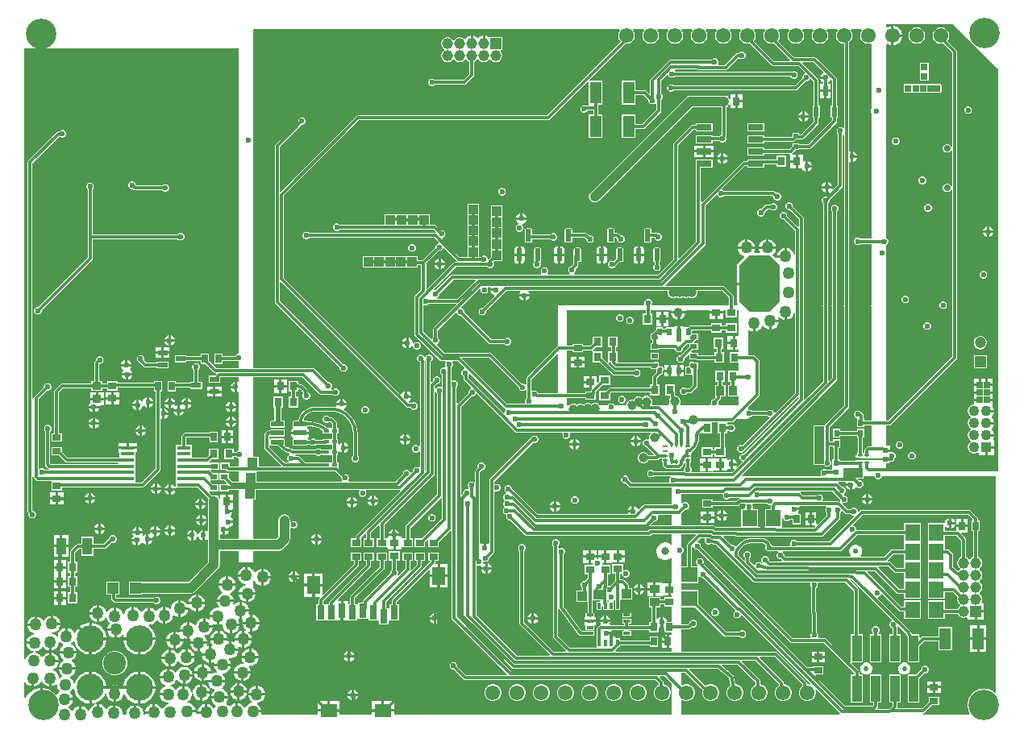
<source format=gbl>
%FSTAX43Y43*%
%MOMM*%
%SFA1B1*%

%IPPOS*%
%AMD122*
4,1,8,-2.120900,1.940560,-2.120900,-1.940560,-1.059180,-2.999740,1.059180,-2.999740,2.120900,-1.940560,2.120900,1.940560,1.059180,2.999740,-1.059180,2.999740,-2.120900,1.940560,0.0*
%
%AMD152*
4,1,8,0.601980,0.289560,-0.601980,0.289560,-0.675640,0.218440,-0.675640,-0.218440,-0.601980,-0.289560,0.601980,-0.289560,0.675640,-0.218440,0.675640,0.218440,0.601980,0.289560,0.0*
1,1,0.144000,0.601980,0.218440*
1,1,0.144000,-0.601980,0.218440*
1,1,0.144000,-0.601980,-0.218440*
1,1,0.144000,0.601980,-0.218440*
%
%AMD154*
4,1,8,-0.294640,0.586740,-0.294640,-0.586740,-0.220980,-0.660400,0.220980,-0.660400,0.294640,-0.586740,0.294640,0.586740,0.220980,0.660400,-0.220980,0.660400,-0.294640,0.586740,0.0*
1,1,0.148000,-0.220980,0.586740*
1,1,0.148000,-0.220980,-0.586740*
1,1,0.148000,0.220980,-0.586740*
1,1,0.148000,0.220980,0.586740*
%
%ADD10C,0.200000*%
%ADD18R,0.799998X0.949998*%
%ADD19R,1.527997X0.649999*%
%ADD25R,0.999998X0.999998*%
%ADD27C,0.999998*%
%ADD31R,0.899998X0.649999*%
%ADD32R,0.599999X0.749999*%
%ADD34R,0.799998X0.939998*%
%ADD38R,0.949998X0.799998*%
%ADD41R,0.939998X0.799998*%
%ADD47R,0.649999X0.899998*%
%ADD48R,0.939998X0.809998*%
%ADD55R,0.749999X0.599999*%
%ADD115C,0.299999*%
%ADD117C,0.499999*%
%ADD120C,0.999998*%
G04~CAMADD=122~4~0.0~0.0~2362.2~1669.3~0.0~417.3~0~0.0~0.0~0.0~0.0~0~0.0~0.0~0.0~0.0~0~0.0~0.0~0.0~90.0~1670.0~2362.0*
%ADD122D122*%
%ADD123C,1.549997*%
%ADD124C,0.574999*%
%ADD125C,0.824998*%
%ADD126R,0.699999X0.699999*%
%ADD127C,2.849994*%
%ADD128C,2.399995*%
%ADD129R,1.149998X1.149998*%
%ADD130C,1.149998*%
%ADD131C,0.524999*%
%ADD132C,0.699999*%
%ADD133C,3.199994*%
%ADD134R,1.149998X1.149998*%
%ADD135R,1.199998X1.199998*%
%ADD136C,1.199998*%
%ADD137C,1.099998*%
%ADD138R,1.099998X1.099998*%
%ADD139C,1.269997*%
%ADD140C,0.599999*%
%ADD142R,1.599997X1.749997*%
%ADD143R,1.249998X2.299995*%
%ADD144R,1.749997X1.599997*%
%ADD145R,0.699999X0.499999*%
%ADD146R,0.499999X0.699999*%
%ADD147R,0.399999X0.499999*%
%ADD148R,0.499999X0.399999*%
%ADD149R,0.549999X0.699999*%
%ADD150R,0.549999X1.399997*%
%ADD151R,0.999998X2.749995*%
G04~CAMADD=152~8~0.0~0.0~531.5~228.3~28.3~0.0~15~0.0~0.0~0.0~0.0~0~0.0~0.0~0.0~0.0~0~0.0~0.0~0.0~0.0~531.5~228.3*
%ADD152D152*%
%ADD153R,0.499999X0.474999*%
G04~CAMADD=154~8~0.0~0.0~519.7~232.3~29.1~0.0~15~0.0~0.0~0.0~0.0~0~0.0~0.0~0.0~0.0~0~0.0~0.0~0.0~90.0~233.0~520.0*
%ADD154D154*%
%ADD155R,0.599999X1.049998*%
%ADD156R,1.474997X0.449999*%
%ADD157R,0.799998X1.499997*%
%ADD158R,1.399997X1.899996*%
%ADD159R,1.799996X1.399997*%
%ADD160R,0.710999X0.304999*%
%ADD161R,0.304999X0.710999*%
%ADD162R,0.474999X0.250000*%
%ADD163R,0.250000X0.474999*%
%ADD164R,0.529999X0.279999*%
%ADD165R,0.619999X0.599999*%
%ADD166R,0.624999X0.399999*%
%ADD167R,0.999998X0.549999*%
%ADD168R,1.069998X1.819996*%
%ADD169R,0.869998X1.019998*%
%ADD170R,1.019998X0.869998*%
%LNshm_pcb-1*%
%LPD*%
G36*
X0085599Y0072682D02*
X0085579Y0072661D01*
X0085464Y0072462*
X0085404Y0072239*
Y0072009*
X0085464Y0071786*
X0085579Y0071587*
X0085742Y0071424*
X0085941Y0071309*
X0086164Y0071249*
X0086294*
Y0062449*
X0086167Y0062397*
X0086126Y0062438*
X0085979Y0062499*
X0085819*
X0085672Y0062438*
X008556Y0062326*
X0085499Y0062179*
Y0062019*
X008556Y0061872*
X0085644Y0061788*
Y0056455*
X0085128Y0055939*
X0085021Y0056011*
X0085046Y0056072*
X0084626*
Y0055652*
X0084687Y0055677*
X0084759Y005557*
X0084389Y0055199*
X0084269*
X0084122Y0055138*
X008401Y0055026*
X0083949Y0054879*
Y0054719*
X008401Y0054572*
X0084094Y0054488*
Y0043799*
X0082039*
Y0052914*
X0082019Y0053012*
X0081964Y0053094*
X0080899Y0054159*
Y0054279*
X0080838Y0054426*
X0080726Y0054538*
X0080579Y0054599*
X0080419*
X0080272Y0054538*
X008016Y0054426*
X0080099Y0054279*
Y0054119*
X008016Y0053972*
X0080272Y005386*
X0080419Y0053799*
X0080539*
X0081529Y0052808*
Y0052095*
X0081412Y0052047*
X0080299Y0053159*
Y0053279*
X0080238Y0053426*
X0080126Y0053538*
X0079979Y0053599*
X0079819*
X0079672Y0053538*
X007956Y0053426*
X0079499Y0053279*
Y0053119*
X007956Y0052972*
X0079672Y005286*
X0079819Y0052799*
X0079939*
X0081129Y0051608*
Y0049098*
X0081002Y0049082*
X0080952Y0049267*
X0080835Y004947*
X008067Y0049635*
X0080467Y0049752*
X0080251Y004981*
Y0048924*
X0080124*
Y0048797*
X0079179*
X0079126Y0048763*
X0078773Y0049116*
X0078935Y0049278*
X0079052Y0049481*
X007911Y0049697*
X0077338*
X0077396Y0049481*
X0077438Y0049408*
X0077363Y0049283*
X0077307Y0049278*
X0076882*
X0076809Y0049405*
X0076852Y0049481*
X007691Y0049697*
X0075138*
X0075196Y0049481*
X0075313Y0049278*
X0075478Y0049113*
X0075681Y0048996*
X0075774Y0048971*
X0075807Y0048848*
X007505Y0048091*
Y0047021*
X0075039Y0046904*
Y0046151*
X0077424*
Y0045897*
X0075039*
Y0045144*
X007505Y0045027*
Y0043957*
X0075091Y0043916*
X0075042Y0043799*
X0074704*
Y0044699*
X0074684Y0044797*
X0074629Y0044879*
X0073779Y0045729*
X0073697Y0045784*
X0073599Y0045804*
X0070499*
X0070474Y0045799*
X0070449Y0045804*
X0067539*
X0067491Y0045921*
X0071642Y0050073*
X0071698Y0050155*
X0071717Y0050253*
Y0054284*
X0072832Y0055399*
X0072973Y0055361*
X007301Y0055272*
X0073122Y005516*
X0073269Y0055099*
X0073429*
X0073576Y005516*
X007366Y0055245*
X0078762*
X0078849Y0055157*
Y0055119*
X007891Y0054972*
X0079022Y005486*
X0079169Y0054799*
X0079329*
X0079476Y005486*
X0079588Y0054972*
X0079649Y0055119*
Y0055279*
X0079588Y0055426*
X0079476Y0055538*
X0079329Y0055599*
X0079169*
X007914Y0055587*
X0079048Y0055679*
X0078965Y0055734*
X0078868Y0055754*
X007366*
X0073576Y0055838*
X0073487Y0055875*
X0073449Y0056016*
X0075872Y0058439*
X0076146*
Y0058269*
X0077874*
Y0058544*
X0079199*
Y0058324*
X0080199*
Y0059474*
X0079199*
Y0059055*
X0077874*
Y0059119*
X0076146*
Y0058949*
X0075824*
X0075799Y0058954*
X007577Y0058948*
X0075766Y0058949*
X0075669Y0058929*
X0075586Y0058874*
X0071356Y0054644*
X0071229Y0054697*
Y0058269*
X0072452*
Y0059119*
X0070724*
Y0058544*
X0070719Y0058519*
Y0050436*
X0068973Y004869*
X0068855Y0048738*
Y0060595*
X007048Y0062219*
X0070724*
Y0062079*
X0072452*
Y0062929*
X0070724*
Y0062729*
X0070374*
X0070276Y0062709*
X0070194Y0062654*
X006842Y0060881*
X0068365Y0060798*
X0068346Y00607*
Y0048628*
X0066737Y0047019*
X0057962*
X0057933Y004713*
X0057932Y0047146*
X0058042Y0047256*
X0058103Y0047403*
Y0047562*
X005809Y0047591*
X005831Y0047811*
X0058365Y0047893*
X0058385Y0047991*
Y0048302*
X0058496*
X0058564Y0048315*
X0058621Y0048354*
X005866Y0048411*
X0058674Y0048479*
Y0049652*
X005866Y0049719*
X0058621Y0049777*
X0058564Y0049815*
X0058496Y0049829*
X0058053*
X0057986Y0049815*
X0057928Y0049777*
X005789Y0049719*
X0057876Y0049652*
Y0048928*
X0057875Y004892*
Y0048096*
X0057661Y0047882*
X0057623*
X0057476Y0047822*
X0057363Y0047709*
X0057303Y0047562*
Y0047403*
X0057363Y0047256*
X0057473Y0047146*
X0057472Y004713*
X0057443Y0047019*
X0055215*
X0055162Y0047146*
X0055163Y0047147*
X0055224Y0047294*
Y0047454*
X0055163Y0047601*
X0055051Y0047713*
X0054904Y0047774*
X0054744*
X0054597Y0047713*
X0054485Y0047601*
X0054424Y0047454*
Y0047294*
X0054485Y0047147*
X0054486Y0047146*
X0054433Y0047019*
X0045165*
X0045067Y0047*
X0044984Y0046945*
X0043389Y0045349*
X0043269*
X0043255Y0045343*
X0043184Y0045451*
X0045527Y0047794*
X0048786*
X004887Y004771*
X0049017Y0047649*
X0049176*
X0049323Y004771*
X0049436Y0047822*
X0049497Y0047969*
Y0048129*
X0049436Y0048276*
X0049418Y0048294*
X0049576Y0048452*
X0050416*
Y004962*
Y0050763*
Y0051931*
Y00531*
Y00543*
X0049216*
Y00531*
Y0051931*
Y0050763*
Y004962*
Y0048812*
X0048982Y0048578*
X0048949Y0048581*
X0048855Y0048621*
Y0048708*
X0048794Y0048855*
X0048681Y0048968*
X0048534Y0049029*
X0048375*
X0048228Y0048968*
X0048144Y0048884*
X004797*
Y0049971*
Y0051038*
Y0052104*
Y0053247*
Y0054447*
X004677*
Y0053247*
Y0052104*
Y0051038*
Y0049971*
Y0048884*
X0045914*
X004406Y0050738*
X0044081Y0050813*
X0044107Y005087*
X0044242Y0050927*
X0044355Y0051039*
X0044416Y0051186*
Y0051345*
X0044355Y0051492*
X0044242Y0051604*
X0044095Y0051665*
X0043976*
X0043467Y0052175*
X0043384Y005223*
X0043287Y0052249*
X0042759*
Y0053338*
X003799*
Y0052249*
X0033314*
X003323Y0052333*
X0033083Y0052394*
X0032924*
X0032777Y0052333*
X0032665Y0052221*
X0032604Y0052074*
Y0051915*
X0032665Y0051768*
X0032777Y0051655*
X0032924Y0051594*
X0033083*
X003323Y0051655*
X0033314Y0051739*
X0043181*
X0043463Y0051458*
X0043399Y0051342*
X0043338Y0051354*
X003011*
X0030026Y0051438*
X0029879Y0051499*
X0029719*
X0029572Y0051438*
X002946Y0051326*
X0029399Y0051179*
Y0051019*
X002946Y0050872*
X0029572Y005076*
X0029719Y0050699*
X0029879*
X0030026Y005076*
X003011Y0050844*
X0043233*
X0043676Y0050401*
X0043638Y005026*
X0043549Y0050223*
X0043437Y0050111*
X0043376Y0049964*
Y0049844*
X0042024Y0048493*
X0042004*
X0041957Y0048524*
X0041859Y0048544*
X0041509*
Y0048929*
X003575*
Y0047729*
X0041509*
Y0048034*
X0041765*
X0041812Y0048003*
X0041875Y004799*
Y0045429*
X0041219Y0044773*
X0041164Y004469*
X0041144Y0044592*
Y0040756*
X0041164Y0040658*
X0041219Y0040575*
X0043835Y0037959*
X0043918Y0037904*
X0044015Y0037884*
X0044367*
X0044441Y0037757*
X0044404Y0037669*
Y0037509*
X0044465Y0037362*
X0044458Y0037325*
X0044315Y0037247*
X0044309Y0037249*
X004415*
X0044003Y0037188*
X0043891Y0037076*
X004383Y0036929*
Y003677*
X0043891Y0036623*
X0044003Y003651*
X0044055Y0036489*
Y0035252*
X0043928Y0035179*
X0043839Y0035215*
X004368*
X0043533Y0035154*
X0043421Y0035042*
X004341Y0035016*
X0043283Y0035042*
Y003526*
X0043528Y0035505*
X0043566*
X0043713Y0035565*
X0043825Y0035678*
X0043886Y0035825*
Y0035984*
X0043825Y0036131*
X0043713Y0036244*
X0043566Y0036305*
X0043407*
X004326Y0036244*
X0043147Y0036131*
X0043086Y0035984*
Y0035825*
X0043098Y0035796*
X0043001Y0035698*
X0042883Y0035747*
Y0037842*
X0042926Y003786*
X0043038Y0037973*
X0043099Y0038119*
Y0038279*
X0043038Y0038426*
X0042926Y0038538*
X0042779Y0038599*
X0042619*
X0042472Y0038538*
X004236Y0038426*
X0042316Y003832*
X0042182*
X0042138Y0038426*
X0042026Y0038538*
X0041879Y0038599*
X0041719*
X0041572Y0038538*
X004146Y0038426*
X0041399Y0038279*
Y0038119*
X004146Y0037973*
X0041572Y003786*
X0041713Y0037802*
Y002903*
X0041586Y0028977*
X0041526Y0029038*
X0041379Y0029099*
X0041219*
X0041072Y0029038*
X004096Y0028926*
X0040899Y0028779*
Y0028619*
X004096Y0028472*
X0041072Y002836*
X0041219Y0028299*
X0041379*
X0041526Y002836*
X0041586Y0028421*
X0041713Y0028368*
Y0026807*
X0041586Y0026734*
X0041498Y0026771*
X0041339*
X0041192Y002671*
X0041079Y0026597*
X0041018Y002645*
Y0026331*
X0040868Y0026181*
X0040726Y0026219*
X004069Y0026308*
X0040577Y002642*
X004043Y0026481*
X0040271*
X0040124Y002642*
X0040011Y0026308*
X0039951Y0026162*
Y0026041*
X0039167Y0025258*
X0034279*
X0034227Y0025385*
X0034238Y0025396*
X0034299Y0025543*
Y0025702*
X0034238Y0025849*
X0034125Y0025962*
X0033978Y0026023*
X003382*
X0033235Y0026608*
X003316Y0026699*
Y0027299*
X0033003*
Y0028024*
X0033149*
Y0028386*
X0033276Y0028439*
X0033385Y0028329*
X0033572Y0028252*
Y0028799*
Y0029346*
X0033385Y0029269*
X0033276Y0029159*
X0033149Y0029212*
Y0029724*
X0033003*
Y0030299*
X0033173*
Y0030899*
X0033016*
Y0031388*
X0032996Y0031486*
X0032941Y0031568*
X0032588Y0031922*
X0032505Y0031977*
X0032408Y0031996*
X003225*
X0032238Y0032026*
X0032126Y0032138*
X0031979Y0032199*
X0031819*
X0031672Y0032138*
X003156Y0032026*
X0031499Y0031879*
Y0031719*
X003156Y0031572*
X0031672Y003146*
X0031819Y0031399*
X0031979*
X0032126Y003146*
X0032152Y0031487*
X0032302*
X0032506Y0031283*
Y0030899*
X0031982*
X0031804Y0031051*
X0031449Y0031269*
X0031065Y0031428*
X0030661Y0031525*
X0030247Y0031557*
Y0031554*
X002993*
X0029924Y0031584*
X0029886Y0031641*
X0029829Y0031679*
X0029762Y0031692*
X0029593*
X0029522Y0031798*
X0029585Y0031948*
X0029791Y0032217*
X003006Y0032423*
X0030373Y0032553*
X0030699Y0032596*
X0030709Y0032594*
X0032414*
X0032424Y0032596*
X003286Y0032553*
X0033289Y0032423*
X0033685Y0032212*
X0034032Y0031927*
X0034316Y003158*
X0034528Y0031185*
X0034658Y0030755*
X0034701Y003032*
X0034699Y0030309*
Y0027982*
X0034615Y0027898*
X0034554Y0027751*
Y0027592*
X0034615Y0027445*
X0034727Y0027333*
X0034874Y0027272*
X0035033*
X003518Y0027333*
X0035293Y0027445*
X0035354Y0027592*
Y0027751*
X0035293Y0027898*
X0035208Y0027982*
Y0030309*
X0035212*
X0035179Y0030747*
X0035075Y0031174*
X0034907Y003158*
X0034678Y0031954*
X0034393Y0032288*
X0034059Y0032573*
X0033746Y0032764*
X0033758Y0032907*
X0033813Y0032929*
X0033969Y0033085*
X0034046Y0033272*
X0032952*
X0032994Y0033169*
X0032902Y0033061*
X0032851Y0033073*
X0032414Y0033108*
Y0033104*
X0030709*
Y0033108*
X0030356Y0033073*
X0030017Y003297*
X0029704Y0032803*
X002943Y0032578*
X0029205Y0032304*
X0029038Y0031991*
X0028947Y0031692*
X0028557*
X0028489Y0031679*
X0028432Y0031641*
X0028394Y0031584*
X0028381Y0031516*
Y0031082*
X0028394Y0031014*
X0028404Y0030999*
X0028419Y0030927*
X0028378Y003084*
X0028321Y0030802*
X0028249Y0030694*
X0028224Y0030566*
Y0030476*
X0030094*
Y0030566*
X0030069Y0030694*
X0029997Y0030802*
X002994Y003084*
X0029899Y0030927*
X0029914Y0030999*
X0029924Y0031014*
X002993Y0031044*
X0030247*
X0030255Y0031046*
X0030664Y0031006*
X0031065Y0030884*
X0031435Y0030686*
X0031524Y0030613*
Y0030299*
X0032494*
Y0029724*
X0031499*
Y0029658*
X0030834*
X003075Y0029742*
X0030603Y0029803*
X0030443*
X0030296Y0029742*
X0030212Y0029658*
X0029951*
X0029901Y0029773*
X002994Y0029858*
X0029997Y0029896*
X0030069Y0030004*
X0030094Y0030131*
Y0030222*
X0028224*
Y0030131*
X0028249Y0030004*
X0028321Y0029896*
X0028378Y0029858*
X0028419Y0029771*
X0028404Y0029699*
X0028394Y0029684*
X0028381Y0029617*
Y0029182*
X0028394Y0029114*
X0028432Y0029057*
X0028489Y0029019*
X0028557Y0029006*
X0029762*
X0029829Y0029019*
X0029886Y0029057*
X0029924Y0029114*
X0029931Y0029148*
X0030212*
X0030296Y0029064*
X0030443Y0029003*
X0030603*
X003075Y0029064*
X0030834Y0029148*
X0031499*
Y0029124*
X0032481*
Y0028624*
X0031499*
X0031373Y0028611*
X0031306Y0028678*
X0031159Y0028739*
X0030999*
X0030852Y0028678*
X0030753Y0028579*
X0028916*
X0028905Y0028577*
X002847Y002862*
X002804Y002875*
X0027645Y0028961*
X002752Y0029064*
X0027554Y0029114*
X0027567Y0029182*
Y0029617*
X0027554Y0029684*
X0027516Y0029741*
X0027459Y0029779*
X0027391Y0029792*
X0026187*
X0026119Y0029779*
X0026062Y0029741*
X0025926Y0029764*
X0025905Y0029779*
Y0029965*
X002593Y0029982*
X0026062Y0030007*
X0026119Y0029969*
X0026187Y0029956*
X0027391*
X0027459Y0029969*
X0027516Y0030007*
X0027554Y0030064*
X0027567Y0030131*
Y0030566*
X0027554Y0030634*
X0027516Y0030691*
X0027459Y0030729*
X0027391Y0030742*
X0026187*
X0026119Y0030729*
X0026062Y0030691*
X0026024Y0030634*
X0026018Y0030604*
X0025825*
X0025728Y0030585*
X0025645Y0030529*
X002547Y0030353*
X0025414Y0030271*
X0025395Y0030173*
Y0028802*
X0025414Y0028704*
X002547Y0028622*
X0027032Y0027059*
X0027082Y0027026*
X0027178Y0026931*
X0027124Y0026804*
X0024779*
Y0027849*
X0024199*
Y0036244*
X0029393*
X0031169Y0034469*
X0031251Y0034414*
X0031349Y0034394*
X0032588*
X0032672Y003431*
X0032819Y0034249*
X0032979*
X0033126Y003431*
X0033238Y0034422*
X0033299Y0034569*
Y0034729*
X0033238Y0034876*
X0033126Y0034988*
X0032979Y0035049*
X0032819*
X0032672Y0034988*
X0032588Y0034904*
X0032449*
X0032397Y0035031*
X0032438Y0035072*
X0032499Y0035219*
Y0035379*
X0032438Y0035526*
X0032326Y0035638*
X0032179Y0035699*
X0032059*
X0030627Y0037132*
X0030544Y0037187*
X0030447Y0037206*
X0024199*
Y0060858*
X0024253Y0060989*
Y0061209*
X0024199Y0061341*
Y0072799*
X0062691*
X0062739Y0072682*
X0062719Y0072661*
X0062604Y0072462*
X0062544Y0072239*
Y0072009*
X0062604Y0071786*
X0062719Y0071587*
X0062823Y0071483*
X0055064Y0063725*
X0035226*
X0035128Y0063705*
X0035045Y006365*
X0027121Y0055726*
X0027004Y0055775*
Y0060443*
X0029291Y006273*
X002941*
X0029557Y0062791*
X0029669Y0062904*
X002973Y0063051*
Y006321*
X0029669Y0063357*
X0029557Y0063469*
X002941Y006353*
X0029251*
X0029104Y0063469*
X0028991Y0063357*
X002893Y006321*
Y0063091*
X0026569Y0060729*
X0026514Y0060647*
X0026494Y0060549*
Y0044149*
X0026514Y0044051*
X0026569Y0043969*
X0033299Y0037239*
Y0037119*
X003336Y0036972*
X0033472Y003686*
X0033619Y0036799*
X0033779*
X0033926Y003686*
X0034038Y0036972*
X0034099Y0037119*
Y0037279*
X0034038Y0037426*
X0033926Y0037538*
X0033779Y0037599*
X0033659*
X0027004Y0044255*
Y004619*
X0027121Y0046238*
X0040284Y0033076*
X0040366Y0033021*
X0040464Y0033002*
X0040748*
X004076Y0032972*
X0040872Y003286*
X0041019Y0032799*
X0041179*
X0041326Y003286*
X0041438Y0032972*
X0041499Y0033119*
Y0033279*
X0041438Y0033426*
X0041326Y0033538*
X0041179Y0033599*
X0041019*
X0040872Y0033538*
X0040846Y0033511*
X0040609*
X004055Y0033579*
X0040581Y0033716*
X0040613Y0033729*
X0040769Y0033885*
X0040846Y0034072*
X0040299*
Y0034199*
X0040172*
Y0034746*
X0039985Y0034669*
X0039829Y0034513*
X0039796Y0034434*
X0039672Y0034409*
X0027404Y0046677*
Y0055288*
X0035331Y0063215*
X005517*
X0055267Y0063234*
X005535Y006329*
X0059347Y0067287*
X0059474Y0067234*
Y0064849*
X0059376Y0064779*
X0059102*
X0059055Y0064799*
X0058894*
X0058747Y0064738*
X0058635Y0064626*
X0058574Y0064479*
Y0064319*
X0058635Y0064172*
X0058747Y006406*
X0058894Y0063999*
X0059055*
X0059201Y006406*
X0059313Y0064172*
X0059353Y0064269*
X0059944*
Y0063849*
X0059474*
Y0061349*
X0060924*
Y0063849*
X0060454*
Y0064849*
X0060924*
Y0067349*
X0059589*
X0059536Y0067476*
X0063309Y0071249*
X0063534*
X0063757Y0071309*
X0063956Y0071424*
X0064119Y0071587*
X0064234Y0071786*
X0064294Y0072009*
Y0072239*
X0064234Y0072462*
X0064119Y0072661*
X0064099Y0072682*
X0064147Y0072799*
X0065231*
X0065279Y0072682*
X0065259Y0072661*
X0065144Y0072462*
X0065084Y0072239*
Y0072009*
X0065144Y0071786*
X0065259Y0071587*
X0065422Y0071424*
X0065621Y0071309*
X0065844Y0071249*
X0066074*
X0066297Y0071309*
X0066496Y0071424*
X0066659Y0071587*
X0066774Y0071786*
X0066834Y0072009*
Y0072239*
X0066774Y0072462*
X0066659Y0072661*
X0066639Y0072682*
X0066687Y0072799*
X0067771*
X0067819Y0072682*
X0067799Y0072661*
X0067684Y0072462*
X0067624Y0072239*
Y0072009*
X0067684Y0071786*
X0067799Y0071587*
X0067962Y0071424*
X0068161Y0071309*
X0068384Y0071249*
X0068614*
X0068837Y0071309*
X0069036Y0071424*
X0069199Y0071587*
X0069314Y0071786*
X0069374Y0072009*
Y0072239*
X0069314Y0072462*
X0069199Y0072661*
X0069179Y0072682*
X0069227Y0072799*
X0070311*
X0070359Y0072682*
X0070339Y0072661*
X0070224Y0072462*
X0070164Y0072239*
Y0072009*
X0070224Y0071786*
X0070339Y0071587*
X0070502Y0071424*
X0070701Y0071309*
X0070924Y0071249*
X0071154*
X0071377Y0071309*
X0071576Y0071424*
X0071739Y0071587*
X0071854Y0071786*
X0071914Y0072009*
Y0072239*
X0071854Y0072462*
X0071739Y0072661*
X0071719Y0072682*
X0071767Y0072799*
X0072851*
X0072899Y0072682*
X0072879Y0072661*
X0072764Y0072462*
X0072704Y0072239*
Y0072009*
X0072764Y0071786*
X0072879Y0071587*
X0073042Y0071424*
X0073241Y0071309*
X0073464Y0071249*
X0073694*
X0073917Y0071309*
X0074116Y0071424*
X0074279Y0071587*
X0074394Y0071786*
X0074454Y0072009*
Y0072239*
X0074394Y0072462*
X0074279Y0072661*
X0074259Y0072682*
X0074307Y0072799*
X0075391*
X0075439Y0072682*
X0075419Y0072661*
X0075304Y0072462*
X0075244Y0072239*
Y0072009*
X0075304Y0071786*
X0075419Y0071587*
X0075582Y0071424*
X0075781Y0071309*
X0076004Y0071249*
X0076234*
X0076356Y0071282*
X0078619Y0069019*
X0078701Y0068964*
X0078799Y0068944*
X0081471*
X0082199Y0068216*
X0082161Y0068075*
X0082072Y0068038*
X008196Y0067926*
X0081899Y0067779*
Y0067659*
X0081093Y0066854*
X006841*
X0068326Y0066938*
X0068179Y0066999*
X0068019*
X0067872Y0066938*
X006776Y0066826*
X0067699Y0066679*
Y0066519*
X006776Y0066372*
X0067872Y006626*
X0068019Y0066199*
X0068179*
X0068326Y006626*
X006841Y0066344*
X0081199*
X0081297Y0066364*
X0081379Y0066419*
X0082259Y0067299*
X0082379*
X0082526Y006736*
X0082638Y0067472*
X0082675Y0067561*
X0082816Y0067599*
X0083094Y0067321*
Y0064724*
X0082949*
Y0063474*
X0083094*
Y0063055*
X0081793Y0061754*
X0081549*
Y0061849*
X0080849*
Y0061534*
X0080803Y0061489*
X0077874*
Y0061659*
X0076146*
Y0060809*
X0077874*
Y0060979*
X0080909*
X0081007Y0060999*
X0081089Y0061054*
X0081209Y0061174*
X0081549*
Y0061244*
X0081899*
X0081997Y0061264*
X0082079Y0061319*
X0083529Y0062769*
X0083584Y0062851*
X0083604Y0062949*
Y0063474*
X0083749*
Y0064724*
X0083604*
Y0067427*
X0083584Y0067524*
X0083529Y0067607*
X008191Y0069227*
X0081958Y0069344*
X0083071*
X0084089Y0068326*
X0084064Y0068202*
X0083985Y0068169*
X0083829Y0068013*
X0083752Y0067826*
X0084299*
Y0067572*
X0083752*
X0083829Y0067385*
X0083985Y0067229*
X0084044Y0067205*
X0084019Y0067078*
X0083745*
Y0066426*
X0084299*
X0084853*
Y0067078*
X0084579*
X0084554Y0067205*
X0084613Y0067229*
X0084769Y0067385*
X0084787Y006743*
X0084919Y006746*
X0084994Y0067394*
Y0064724*
X0084849*
Y0063474*
X0084994*
Y006323*
X0082506Y0060741*
X0081549*
Y0060824*
X0080849*
Y0060509*
X0080558Y0060219*
X0077874*
Y0060389*
X0076146*
Y0059539*
X0077874*
Y0059709*
X0080552*
X0080645Y0059628*
Y0059582*
Y0059026*
X0081172*
Y0059628*
X008084*
X0080801Y0059755*
X0080844Y0059784*
X0081209Y0060149*
X0081549*
Y0060232*
X0082612*
X0082709Y0060251*
X0082792Y0060306*
X0085429Y0062944*
X0085484Y0063026*
X0085504Y0063124*
Y0063474*
X0085649*
Y0064724*
X0085504*
Y0067527*
X0085484Y0067624*
X0085429Y0067707*
X0083357Y0069779*
X0083274Y0069834*
X0083177Y0069854*
X0081045*
X0079335Y0071563*
X0079359Y0071587*
X0079474Y0071786*
X0079534Y0072009*
Y0072239*
X0079474Y0072462*
X0079359Y0072661*
X0079339Y0072682*
X0079387Y0072799*
X0080471*
X0080519Y0072682*
X0080499Y0072661*
X0080384Y0072462*
X0080324Y0072239*
Y0072009*
X0080384Y0071786*
X0080499Y0071587*
X0080662Y0071424*
X0080861Y0071309*
X0081084Y0071249*
X0081314*
X0081537Y0071309*
X0081736Y0071424*
X0081899Y0071587*
X0082014Y0071786*
X0082074Y0072009*
Y0072239*
X0082014Y0072462*
X0081899Y0072661*
X0081879Y0072682*
X0081927Y0072799*
X0083011*
X0083059Y0072682*
X0083039Y0072661*
X0082924Y0072462*
X0082864Y0072239*
Y0072009*
X0082924Y0071786*
X0083039Y0071587*
X0083202Y0071424*
X0083401Y0071309*
X0083624Y0071249*
X0083854*
X0084077Y0071309*
X0084276Y0071424*
X0084439Y0071587*
X0084554Y0071786*
X0084614Y0072009*
Y0072239*
X0084554Y0072462*
X0084439Y0072661*
X0084419Y0072682*
X0084467Y0072799*
X0085551*
X0085599Y0072682*
G37*
G36*
X0022699Y0038699D02*
X0022619D01*
X0022472Y0038638*
X002236Y0038526*
X002232Y0038429*
X0020999*
Y0038724*
X0020149*
Y0037624*
X0020999*
Y0037919*
X0022571*
X0022619Y0037899*
X0022699*
Y0037206*
X0020327*
X0019549Y0037984*
Y0038724*
X0018699*
Y0038404*
X0017199*
Y0038524*
X0015999*
Y0037774*
X0017199*
Y0037894*
X0018699*
Y0037624*
X0019189*
X0020041Y0036771*
X0020124Y0036716*
X0020222Y0036696*
X0020332*
X0020385Y0036569*
X002032Y0036504*
X0020264Y0036421*
X0020254Y0036374*
X0019549*
Y0035624*
X0020749*
Y0036099*
X0020754Y0036124*
Y0036218*
X002078Y0036244*
X0022699*
Y0035789*
X0022593Y0035718*
X0022526Y0035746*
Y0035199*
Y0034652*
X0022593Y003468*
X0022699Y0034609*
Y0028491*
X0022572Y0028438*
X0022488Y0028354*
X0022172*
Y0028732*
X0021172*
Y0027582*
X0022172*
Y0027844*
X0022488*
X0022572Y002776*
X0022699Y0027707*
Y0026804*
X0021754*
X0021732Y0026825*
Y0027265*
X0020783*
Y0026465*
X0021372*
X0021468Y0026369*
X0021551Y0026314*
X0021648Y0026294*
X0022699*
Y0025258*
X0022033*
X0021646Y0025644*
Y0026159*
X0020696*
Y0025359*
X0021211*
X0021449Y002512*
X0021401Y0025003*
X0020696*
Y0024203*
X0021646*
Y0024348*
X0022699*
Y0019211*
X0020711*
Y0019638*
X0020838Y0019708*
X0020972Y0019652*
Y0020199*
X0021099*
Y0020326*
X0021646*
X002164Y0020341*
X0021709Y0020445*
X0021913Y0020529*
X0022069Y0020685*
X0022146Y0020872*
X0021599*
Y0021126*
X0022146*
X0022069Y0021313*
X0021913Y0021469*
X0021835Y0021501*
X0021824Y0021566*
X0021826Y0021642*
X0021969Y0021785*
X0022046Y0021972*
X0021499*
Y0022226*
X0022046*
X0022005Y0022326*
X002209Y0022453*
X0022093*
Y002305*
X0021439*
Y0023177*
X0021312*
Y0023901*
X0020785*
Y0023518*
X0020697Y0023461*
X0020599Y0023548*
Y0023747*
X0020359*
X0020333Y0023764*
X0020099Y0023811*
X0019929Y0023777*
X001963Y0024076*
X0019683Y0024203*
X0020546*
Y0025003*
X0019957*
X0019719Y0025241*
X0019767Y0025359*
X0020546*
Y0026159*
X0019957*
X0019777Y0026338*
X001983Y0026465*
X0020632*
Y0027265*
X0019719*
X0019656Y0027381*
X0019857Y0027582*
X0020572*
Y0028732*
X0019572*
Y0028016*
X0019567Y0028013*
X001933Y0027776*
X0017855*
X0017757Y0027846*
Y0027973*
Y0028496*
Y0028623*
Y0029146*
X0017174*
Y0029859*
X0017201Y0029885*
X0019629*
Y002941*
X0020479*
Y003051*
X0019629*
Y0030395*
X0017095*
X0016997Y0030376*
X0016915Y0030321*
X0016739Y0030145*
X0016684Y0030062*
X0016664Y0029965*
Y0029146*
X0016082*
Y0028496*
Y0028369*
Y0027846*
Y0027719*
Y0027196*
Y0027069*
Y0026546*
Y0026419*
Y0026023*
Y0025896*
Y0025246*
Y0025119*
Y0024766*
X001602Y0024737*
X0015955Y0024727*
X0015813Y0024869*
X0015626Y0024946*
Y0024526*
X0016073*
X0016155Y0024596*
X0017757*
Y0024666*
X0018319*
X0019541Y0023444*
X0019534Y0023433*
X0019487Y0023199*
Y0020074*
X001936Y0020021*
X0019313Y0020069*
X0019126Y0020146*
Y0019599*
Y0019052*
X0019313Y0019129*
X001936Y0019177*
X0019487Y0019124*
Y0018599*
Y0016752*
X0017421Y0014686*
X0012549*
Y0014749*
X0011199*
Y0013399*
X0012549*
Y0013462*
X0017674*
X0017908Y0013509*
X0018107Y0013641*
X0020532Y0016066*
X0020664Y0016265*
X0020711Y0016499*
Y0017987*
X0022699*
Y0016799*
X0024199*
Y0017987*
X0026913*
X0027147Y0018034*
X0027346Y0018166*
X0027932Y0018752*
X0028064Y0018951*
X0028111Y0019185*
Y0020342*
X0028238Y0020395*
X0028272Y002036*
X0028419Y0020299*
X0028579*
X0028726Y002036*
X0028838Y0020472*
X0028899Y0020619*
Y0020779*
X0028838Y0020926*
X0028726Y0021038*
X0028579Y0021099*
X0028419*
X0028272Y0021038*
X0028238Y0021003*
X0028111Y0021056*
Y0021199*
X0028064Y0021433*
X0027932Y0021632*
X0027733Y0021764*
X0027499Y0021811*
X0027265Y0021764*
X0027066Y0021632*
X0026934Y0021433*
X0026887Y0021199*
Y0019438*
X002666Y0019211*
X0024199*
Y0023349*
X0024489*
Y0024348*
X0035303*
X003536Y0024226*
X0035299Y0024079*
Y0023919*
X003536Y0023772*
X0035472Y002366*
X0035619Y0023599*
X0035779*
X0035926Y002366*
X0036038Y0023772*
X0036099Y0023919*
Y0024079*
X0036038Y0024226*
X0036095Y0024348*
X0039633*
X0039664Y0024307*
X0039691Y0024227*
X0035077Y0019612*
X0035022Y001953*
X0035002Y0019432*
Y0019258*
X0034498*
Y0018408*
X0035598*
Y0019258*
X003557Y0019385*
X0035975Y001979*
X0036093Y0019741*
Y0019258*
X0035798*
Y0018408*
X0036898*
Y0019258*
X0036603*
Y0019851*
X0037375Y0020624*
X0037493Y0020575*
Y0019258*
X0037198*
Y0018408*
X0038298*
X0038324Y0018291*
Y0018124*
X0038921*
Y0018778*
X0039175*
Y0018124*
X0039772*
Y0018405*
X0039898Y0018408*
X0039899*
X0040998*
Y0019258*
X0040703*
Y0020342*
X0043928Y0023568*
X0043979Y0023561*
X0044055Y0023523*
Y0021375*
X0041937Y0019258*
X0041198*
Y0018408*
X0042298*
Y0018897*
X004248Y001908*
X0042598Y0019031*
Y0018408*
X0043698*
Y0018897*
X0044942Y0020142*
X0044993Y0020135*
X0045069Y0020097*
Y001093*
X0045089Y0010833*
X0045144Y001075*
X0050875Y0005019*
X0050826Y0004902*
X0046614*
X0045656Y0005859*
Y0005979*
X0045596Y0006126*
X0045483Y0006238*
X0045336Y0006299*
X0045177*
X004503Y0006238*
X0044917Y0006126*
X0044856Y0005979*
Y0005819*
X0044917Y0005672*
X004503Y000556*
X0045177Y0005499*
X0045296*
X0046329Y0004466*
X0046411Y0004411*
X0046509Y0004392*
X0066464*
X0066802Y0004053*
Y0003861*
X0066652Y0003774*
X0066489Y0003611*
X0066374Y0003412*
X0066314Y0003189*
Y0002959*
X0066374Y0002736*
X0066489Y0002537*
X0066652Y0002374*
X0066851Y0002259*
X0067074Y0002199*
X0067304*
X0067527Y0002259*
X0067726Y0002374*
X0067889Y0002537*
X0068004Y0002736*
X0068064Y0002959*
Y0003189*
X0068004Y0003412*
X0067889Y0003611*
X0067726Y0003774*
X0067527Y0003889*
X0067312Y0003947*
Y0004159*
X0067293Y0004256*
X0067237Y0004339*
X0066902Y0004674*
X0066951Y0004792*
X0067437*
X0068199Y000403*
Y0000749*
X0039002*
Y0001081*
X0036694*
Y0000749*
X0033302*
Y0001081*
X0030994*
Y0000749*
X0025157*
X002506Y0000876*
X0025085Y0000972*
X0024199*
Y0001226*
X0025085*
X0025027Y0001442*
X002491Y0001645*
X0024745Y000181*
X0024619Y0001883*
X0024653Y000201*
X0024716*
X0024942Y0002071*
X0025146Y0002188*
X002531Y0002353*
X0025427Y0002556*
X0025485Y0002772*
X0023713*
X0023771Y0002556*
X0023888Y0002353*
X0024053Y0002188*
X0024179Y0002115*
X0024145Y0001988*
X0024082*
X0023856Y0001927*
X0023653Y000181*
X0023488Y0001645*
X0023422Y0001532*
X0023276*
X002321Y0001645*
X0023045Y000181*
X0022842Y0001927*
X0022626Y0001985*
Y0001099*
X0022372*
Y0001985*
X0022156Y0001927*
X0021953Y000181*
X0021832Y0001689*
X0021749Y0001659*
X0021666Y0001689*
X0021545Y000181*
X002142Y0001883*
X0021396Y0002039*
X002141Y0002053*
X0021527Y0002256*
X0021585Y0002472*
X0019813*
X0019871Y0002256*
X0019988Y0002053*
X0020153Y0001888*
X0020278Y0001815*
X0020302Y0001659*
X0020288Y0001645*
X0020193Y0001482*
X0020077Y0001469*
X002005Y0001477*
X002001Y0001545*
X0019845Y000171*
X0019642Y0001827*
X0019426Y0001885*
Y0000999*
X0019299*
Y0000872*
X0018402*
X001836Y0000817*
X001825*
X0018171Y000092*
X0018185Y0000972*
X0017299*
Y0001226*
X0018185*
X0018127Y0001442*
X001801Y0001645*
X0017845Y000181*
X0017642Y0001927*
X0017416Y0001988*
X0017353*
X0017319Y0002115*
X0017445Y0002188*
X001761Y0002353*
X0017727Y0002556*
X0017788Y0002782*
Y0002912*
Y0002947*
X0017915Y0002963*
X0017925Y0002925*
X0017971Y0002756*
X0018088Y0002553*
X0018253Y0002388*
X0018456Y0002271*
X0018672Y0002213*
Y0003099*
Y0003985*
X0018456Y0003927*
X0018253Y000381*
X0018088Y0003645*
X0017971Y0003442*
X001791Y0003216*
Y0003086*
Y0003051*
X0017783Y0003035*
X0017773Y0003073*
X0017727Y0003242*
X001761Y0003445*
X0017445Y000361*
X0017242Y0003727*
X0017026Y0003785*
Y0002899*
X0016772*
Y0003785*
X0016556Y0003727*
X0016353Y000361*
X0016188Y0003445*
X0016162Y0003401*
X0016036*
X001601Y0003445*
X0015845Y000361*
X0015642Y0003727*
X0015621Y0003733*
Y0003865*
X0015642Y0003871*
X0015845Y0003988*
X001601Y0004153*
X0016127Y0004356*
X0016135Y0004383*
X0016261Y00044*
X0016288Y0004353*
X0016453Y0004188*
X0016656Y0004071*
X0016872Y0004013*
Y0004899*
X0016999*
Y0005026*
X0017885*
X0017827Y0005242*
X001771Y0005445*
X0017545Y000561*
X0017342Y0005727*
X0017173Y0005773*
X0017135Y0005783*
X0017151Y000591*
X0017186*
X0017316*
X0017542Y0005971*
X0017745Y0006088*
X001791Y0006253*
X0018027Y0006456*
X0018085Y0006672*
X0017199*
Y0006799*
X0017072*
Y0007685*
X0016856Y0007627*
X0016653Y000751*
X0016488Y0007345*
X0016393Y0007182*
X0016277Y0007169*
X0016249Y0007177*
X001621Y0007245*
X0016045Y000741*
X0015842Y0007527*
X0015626Y0007585*
Y0006699*
Y0005813*
X0015842Y0005871*
X0016045Y0005988*
X001621Y0006153*
X0016305Y0006316*
X0016421Y0006329*
X0016448Y0006321*
X0016488Y0006253*
X0016653Y0006088*
X0016856Y0005971*
X0017025Y0005925*
X0017063Y0005915*
X0017047Y0005788*
X0017012*
X0016882*
X0016656Y0005727*
X0016453Y000561*
X0016288Y0005445*
X0016171Y0005242*
X0016163Y0005215*
X0016037Y0005198*
X001601Y0005245*
X0015845Y000541*
X0015642Y0005527*
X0015426Y0005585*
Y0004699*
X0015299*
Y0004572*
X0014413*
X0014471Y0004356*
X0014588Y0004153*
X0014753Y0003988*
X0014956Y0003871*
X0014978Y0003865*
Y0003733*
X0014956Y0003727*
X0014753Y000361*
X0014588Y0003445*
X0014471Y0003242*
X0014413Y0003026*
X0015299*
Y0002772*
X0014413*
X0014471Y0002556*
X0014588Y0002353*
X0014753Y0002188*
X0014956Y0002071*
X0015182Y000201*
X0015347*
X0015363Y0001883*
X0015156Y0001827*
X0014953Y000171*
X0014788Y0001545*
X0014722Y0001432*
X0014576*
X001451Y0001545*
X0014345Y000171*
X0014142Y0001827*
X0013926Y0001885*
Y0000999*
X0013799*
Y0000872*
X0012902*
X0012846Y0000799*
X0012688*
Y0001016*
X0012627Y0001242*
X001251Y0001445*
X0012345Y000161*
X0012142Y0001727*
X0011926Y0001785*
Y0000899*
X0011672*
Y0001785*
X0011456Y0001727*
X0011253Y000161*
X0011088Y0001445*
X0010971Y0001242*
X001091Y0001016*
Y0000799*
X0010488*
Y0001016*
X0010427Y0001242*
X001031Y0001445*
X0010145Y000161*
X0009942Y0001727*
X0009726Y0001785*
Y0000899*
X0009472*
Y0001785*
X0009256Y0001727*
X0009053Y000161*
X0008888Y0001445*
X0008848Y0001377*
X0008821Y0001369*
X0008705Y0001382*
X000861Y0001545*
X0008445Y000171*
X0008242Y0001827*
X0008026Y0001885*
Y0000999*
X0007772*
Y0001885*
X0007556Y0001827*
X0007353Y000171*
X0007188Y0001545*
X0007071Y0001342*
X0007035Y000121*
X0006899Y0001192*
X000681Y0001345*
X0006645Y000151*
X0006442Y0001627*
X0006226Y0001685*
Y0000799*
X0005972*
Y0001685*
X0005756Y0001627*
X0005553Y000151*
X0005388Y0001345*
X0005293Y0001182*
X0005177Y0001169*
X0005149Y0001177*
X000511Y0001245*
X0004945Y000141*
X0004832Y0001476*
Y0001622*
X0004945Y0001688*
X000511Y0001853*
X0005227Y0002056*
X0005285Y0002272*
X0004399*
Y0002526*
X0005285*
X0005227Y0002742*
X000511Y0002945*
X0005025Y000303*
X0005045Y0003188*
X000521Y0003353*
X0005257Y0003435*
X0005424Y0003469*
X0005445Y0003453*
Y0003434*
X000551Y0003109*
X0005636Y0002804*
X000582Y0002529*
X0006054Y0002295*
X0006329Y0002111*
X0006634Y0001985*
X0006959Y000192*
X0006997*
Y0003599*
Y0005278*
X0006959*
X0006634Y0005213*
X0006329Y0005087*
X0006054Y0004903*
X000582Y0004669*
X0005636Y0004394*
X000551Y0004089*
X0005505Y0004068*
X0005375Y0004064*
X0005327Y0004242*
X000521Y0004445*
X0005045Y000461*
X0004998Y0004637*
X0005015Y0004763*
X0005042Y0004771*
X0005245Y0004888*
X000541Y0005053*
X0005527Y0005256*
X0005585Y0005472*
X0003813*
X0003871Y0005256*
X0003988Y0005053*
X0004153Y0004888*
X00042Y0004861*
X0004183Y0004735*
X0004156Y0004727*
X0003953Y000461*
X0003915Y0004572*
X0003788Y0004625*
Y0004716*
X0003727Y0004942*
X000361Y0005145*
X0003445Y000531*
X0003242Y0005427*
X000322Y0005433*
Y0005565*
X0003242Y0005571*
X0003445Y0005688*
X000361Y0005853*
X0003727Y0006056*
X0003785Y0006272*
X0002899*
Y0006399*
X0002772*
Y0007285*
X0002556Y0007227*
X0002353Y000711*
X0002188Y0006945*
X0002122Y0006832*
X0001976*
X000191Y0006945*
X0001745Y000711*
X0001542Y0007227*
X0001335Y0007283*
X0001351Y000741*
X0001416*
X0001642Y0007471*
X0001845Y0007588*
X000201Y0007753*
X0002055Y000783*
X0002122Y0007842*
X0002205Y0007836*
X0002353Y0007688*
X0002556Y0007571*
X0002772Y0007513*
Y0008399*
X0003026*
Y0007513*
X0003242Y0007571*
X0003445Y0007688*
X000361Y0007853*
X0003727Y0008056*
X0003788Y0008282*
Y0008382*
X0003801Y0008391*
X0003915Y0008426*
X0004053Y0008288*
X0004256Y0008171*
X0004283Y0008163*
X00043Y0008037*
X0004253Y000801*
X0004088Y0007845*
X0003971Y0007642*
X0003913Y0007426*
X0005685*
X0005627Y0007642*
X000551Y0007845*
X0005345Y000801*
X0005142Y0008128*
X0005115Y0008135*
X0005098Y0008261*
X0005145Y0008288*
X000531Y0008453*
X0005334Y0008493*
X0005467Y0008471*
X000551Y0008259*
X0005636Y0007954*
X000582Y0007679*
X0006054Y0007445*
X0006329Y0007261*
X0006634Y0007135*
X0006959Y000707*
X0006997*
Y0008749*
Y0010428*
X0006959*
X0006634Y0010363*
X0006329Y0010237*
X0006054Y0010053*
X000582Y0009819*
X0005636Y0009544*
X0005556Y0009352*
X0005469Y0009345*
X000542Y0009355*
X000531Y0009545*
X0005145Y000971*
X0004942Y0009827*
X0004726Y0009885*
Y0008999*
X0004472*
Y0009885*
X0004256Y0009827*
X0004053Y000971*
X0003888Y0009545*
X0003771Y0009342*
X000371Y0009116*
Y0009017*
X0003697Y0009007*
X0003583Y0008972*
X0003445Y000911*
X0003242Y0009227*
X0003035Y0009283*
X0003051Y000941*
X0003216*
X0003442Y0009471*
X0003645Y0009588*
X000381Y0009753*
X0003927Y0009956*
X0003985Y0010172*
X0003099*
Y0010299*
X0002972*
Y0011185*
X0002756Y0011127*
X0002553Y001101*
X0002388Y0010845*
X0002293Y0010682*
X0002177Y0010669*
X000215Y0010677*
X000211Y0010745*
X0001945Y001091*
X0001742Y0011027*
X0001526Y0011085*
Y0010199*
X0001399*
Y0010072*
X0000513*
X0000571Y0009856*
X0000688Y0009653*
X0000853Y0009488*
X0001056Y0009371*
X0001263Y0009315*
X0001247Y0009188*
X0001182*
X0000956Y0009127*
X0000753Y000901*
X0000588Y0008845*
X0000471Y0008642*
X0000413Y0008426*
X0001299*
Y0008172*
X0000413*
X0000471Y0007956*
X0000588Y0007753*
X0000753Y0007588*
X0000956Y0007471*
X0001163Y0007415*
X0001147Y0007288*
X0001082*
X0000856Y0007227*
X0000653Y000711*
X0000488Y0006945*
X0000371Y0006742*
X0000326Y0006576*
X0000199Y0006592*
Y0070799*
X0001345*
X0001616Y0070745*
X0001982*
X0002253Y0070799*
X0022699*
Y0038699*
G37*
G36*
X0077979Y0072682D02*
X0077959Y0072661D01*
X0077844Y0072462*
X0077784Y0072239*
Y0072009*
X0077844Y0071786*
X0077959Y0071587*
X0078122Y0071424*
X0078321Y0071309*
X0078544Y0071249*
X0078774*
X0078896Y0071282*
X0080606Y0069571*
X0080558Y0069454*
X0078905*
X0076795Y0071563*
X0076819Y0071587*
X0076934Y0071786*
X0076994Y0072009*
Y0072239*
X0076934Y0072462*
X0076819Y0072661*
X0076799Y0072682*
X0076847Y0072799*
X0077931*
X0077979Y0072682*
G37*
G36*
X0088139D02*
X0088119Y0072661D01*
X0088004Y0072462*
X0087944Y0072239*
Y0072009*
X0088004Y0071786*
X0088119Y0071587*
X0088282Y0071424*
X0088481Y0071309*
X0088704Y0071249*
X0088934*
X0089072Y0071286*
X0089199Y0071193*
Y006452*
X0089183Y0064505*
X0089099Y0064301*
Y0064081*
X0089183Y0063877*
X0089199Y0063861*
Y0050754*
X0088011*
X0087926Y0050838*
X0087779Y0050899*
X0087619*
X0087472Y0050838*
X008736Y0050726*
X0087299Y0050579*
Y0050419*
X008736Y0050272*
X0087472Y005016*
X0087619Y0050099*
X0087779*
X0087926Y005016*
X0088011Y0050244*
X0089199*
Y0043799*
X0086804*
Y0058807*
X0086909Y0058878*
X0086972Y0058852*
Y0059399*
Y0059946*
X0086909Y005992*
X0086804Y0059991*
Y0071417*
X0086816Y0071424*
X0086979Y0071587*
X0087094Y0071786*
X0087154Y0072009*
Y0072239*
X0087094Y0072462*
X0086979Y0072661*
X0086959Y0072682*
X0087007Y0072799*
X0088091*
X0088139Y0072682*
G37*
G36*
X0045628Y0048449D02*
X0045655Y0048431D01*
X0045616Y0048304*
X0045421*
X0045324Y0048284*
X0045241Y0048229*
X0042502Y004549*
X0042385Y0045539*
Y0048133*
X0043736Y0049484*
X0043855*
X0044002Y0049545*
X0044115Y0049657*
X0044151Y0049746*
X0044293Y0049784*
X0045628Y0048449*
G37*
G36*
X0049178Y0045589D02*
X0049152Y0045526D01*
X0049699*
Y0045272*
X0049152*
X0049229Y0045085*
X0049385Y0044929*
X0049516Y0044875*
X0049547Y0044728*
X004833Y004351*
X004821*
X0048063Y0043449*
X0047951Y0043336*
X004789Y0043189*
Y004303*
X0047951Y0042883*
X0048063Y0042771*
X004821Y004271*
X004837*
X0048517Y0042771*
X0048629Y0042883*
X004869Y004303*
Y0043149*
X0050835Y0045294*
X0052231*
X0052284Y0045167*
X0052229Y0045113*
X0052152Y0044926*
X0053246*
X0053169Y0045113*
X0053114Y0045167*
X0053167Y0045294*
X0067712*
X0067762Y0045219*
Y004498*
X0067853Y0044759*
X0068022Y0044591*
X0068243Y0044499*
X0068481*
X0068675Y004458*
X0068869Y0044499*
X0069108*
X0069328Y0044591*
X006935Y0044613*
X006954Y0044534*
X0069779*
X0069944Y0044603*
X0070142Y0044521*
X007038*
X0070601Y0044612*
X007077Y0044781*
X0070861Y0045001*
Y004524*
X0070897Y0045294*
X0073493*
X0074194Y0044593*
Y0043799*
X0066167*
X0066081Y0043926*
X0066099Y0043969*
Y0044129*
X0066038Y0044276*
X0065926Y0044388*
X0065779Y004445*
X0065619*
X0065472Y0044388*
X006536Y0044276*
X0065299Y0044129*
Y0043969*
X0065317Y0043926*
X0065232Y0043799*
X0056199*
Y0039449*
X0056169Y0039429*
X005297Y0036231*
X0052915Y0036148*
X0052896Y003605*
Y0035498*
X0052769Y0035445*
X0052701Y0035513*
X0052554Y0035574*
X0052434*
X0049289Y0038719*
X0049207Y0038774*
X0049109Y0038794*
X0044287*
X0043499Y0039582*
X0043537Y0039723*
X0043626Y003976*
X0043738Y0039872*
X0043799Y0040019*
Y0040179*
X0043738Y0040326*
X0043654Y004041*
Y0041171*
X0045482Y0042999*
X0045623Y0042961*
X004566Y0042872*
X0045772Y004276*
X0045919Y0042699*
X0046039*
X0048948Y0039789*
X0049031Y0039734*
X0049129Y0039714*
X0050599*
X0050684Y003963*
X0050831Y0039569*
X005099*
X0051137Y003963*
X0051249Y0039743*
X005131Y003989*
Y0040049*
X0051249Y0040196*
X0051137Y0040308*
X005099Y0040369*
X0050831*
X0050684Y0040308*
X0050599Y0040224*
X0049234*
X0046399Y0043059*
Y004318*
X0046338Y0043326*
X0046226Y0043438*
X0046137Y0043475*
X0046099Y0043616*
X0047966Y0045484*
X0048091Y0045429*
Y0045319*
X0048152Y0045172*
X0048265Y004506*
X0048412Y0044999*
X0048571*
X0048718Y004506*
X004883Y0045172*
X0048891Y0045319*
Y0045479*
X0048855Y0045567*
X0048928Y0045694*
X0049107*
X0049178Y0045589*
G37*
G36*
X0047588Y0046392D02*
X004565Y0044454D01*
X0043531*
X0043506Y0044581*
X0043576Y004461*
X0043688Y0044722*
X0043749Y0044869*
Y0044989*
X004527Y004651*
X004754*
X0047588Y0046392*
G37*
G36*
X0086294Y006161D02*
Y0043799D01*
X0085559*
Y0053652*
X0085644Y0053736*
X0085705Y0053883*
Y0054043*
X0085644Y005419*
X0085531Y0054302*
X0085384Y0054363*
X0085225*
X0085078Y0054302*
X0084965Y005419*
X0084905Y0054043*
Y0053883*
X0084965Y0053736*
X008505Y0053652*
Y0043799*
X0084604*
Y0054488*
X0084688Y0054572*
X0084749Y0054719*
Y0054839*
X0086079Y0056169*
X0086134Y0056251*
X0086154Y0056349*
Y0061669*
X0086167Y0061678*
X0086294Y006161*
G37*
G36*
X0045588Y0043827D02*
X0043219Y0041457D01*
X0043164Y0041374*
X0043144Y0041277*
Y004041*
X004306Y0040326*
X0043023Y0040237*
X0042882Y0040199*
X0042054Y0041027*
Y0043762*
X0042181Y0043836*
X0042269Y0043799*
X0042429*
X0042576Y004386*
X004266Y0043944*
X004554*
X0045588Y0043827*
G37*
G36*
X0075199Y0040528D02*
X0074826D01*
Y0039799*
Y003907*
X0075199*
Y0038874*
X0074249*
Y0037724*
X0075199*
Y0036963*
X0075119Y0036869*
X0074119*
Y0035729*
X0074369*
Y0035409*
X0074094*
Y0034189*
X0075164*
X0075199Y0034076*
Y0033299*
X0073128*
X0073058Y0033405*
X0073074Y0033444*
Y0033604*
X0073062Y0033633*
X0073264Y0033834*
X0073319Y0033917*
X0073338Y0034015*
Y0034189*
X0073804*
Y0035409*
X0073529*
Y0035729*
X0073779*
Y0036869*
X0072779*
Y0035729*
X0073019*
Y0035409*
X0072734*
Y0034189*
X0072771Y0034062*
X0072632Y0033924*
X0072594*
X0072447Y0033863*
X0072335Y0033751*
X0072274Y0033604*
Y0033444*
X007229Y0033405*
X007222Y0033299*
X0069111*
X0069027Y0033426*
X0069082Y0033559*
Y0033797*
X006899Y0034018*
X0068821Y0034187*
X0068601Y0034278*
X0068504*
Y0034649*
X0068499Y0034674*
Y0035474*
X0067499*
Y0034324*
X0067994*
Y00341*
X0068004Y0034049*
X0067973Y0034018*
X0067882Y0033797*
Y0033559*
X0067937Y0033426*
X0067852Y0033299*
X0066141*
X0066056Y0033426*
X0066099Y003353*
Y0033768*
X0066008Y0033989*
X0065839Y0034158*
X0065618Y0034249*
X006538*
X0065159Y0034158*
X0065061Y003406*
X0065014Y0034108*
X0064793Y0034199*
X0064555*
X0064334Y0034108*
X0064165Y0033939*
X0064149Y0033899*
X006393*
X0063709Y0033808*
X006354Y0033639*
X0063449Y0033418*
Y0033299*
X0062164*
X0062163Y0033301*
X0062051Y0033413*
X0061904Y0033474*
X0061744*
X0061597Y0033413*
X0061485Y0033301*
X0061484Y0033299*
X0060592*
X006048Y0033411*
X0060259Y0033502*
X0060021*
X00598Y0033411*
X0059752Y0033364*
X0059705Y0033411*
X0059484Y0033502*
X0059246*
X0059025Y0033411*
X0058952Y0033339*
X0058905Y0033386*
X0058684Y0033477*
X0058446*
X0058225Y0033386*
X0058205Y0033366*
X0058189Y0033383*
X0057968Y0033474*
X005773*
X0057509Y0033383*
X0057425Y0033299*
X0057199*
Y0033994*
X0059074*
Y0033824*
X0060174*
Y0034399*
X0060179Y0034424*
Y0034668*
X0060909Y0035399*
X0061699*
Y0036399*
X0060549*
Y0035759*
X0060445Y0035656*
X0060328Y0035704*
Y0036278*
X0059751*
Y0035699*
Y0035102*
X0059792Y0035003*
X0059744Y0034954*
X005969Y0034872*
X0059669Y0034774*
Y0034674*
X0059074*
Y0034504*
X0057199*
Y0038994*
X0057774*
Y0038824*
X0058874*
Y0038994*
X0059724*
X0059797Y0039009*
X0059875Y0038944*
X0059899Y0038913*
Y0038845*
Y0037799*
X0060639*
X0061944Y0036494*
X0062026Y0036439*
X0062124Y0036419*
X0064188*
X0064272Y0036335*
X0064419Y0036274*
X0064579*
X0064726Y0036335*
X0064838Y0036447*
X0064899Y0036594*
Y0036754*
X0064838Y0036901*
X0064726Y0037013*
X0064579Y0037074*
X0064419*
X0064272Y0037013*
X0064188Y0036929*
X006223*
X0061478Y0037681*
X006148Y0037686*
X0061539Y0037799*
X0061609*
X0061794*
Y0037749*
X0061814Y0037651*
X0061869Y0037569*
X0062144Y0037294*
X0062226Y0037239*
X0062324Y0037219*
X0065924*
Y0037099*
X0066404*
X0066424Y0037091*
X0066544*
X0066566Y0036973*
Y0036944*
X0066574Y0036924*
Y0036759*
X0066219Y0036404*
X0066164Y0036322*
X0066144Y0036224*
Y0035474*
X0065899*
Y0035136*
X0061931*
X0061834Y0035117*
X0061814Y0035104*
X0061749*
X0061651Y0035084*
X0061569Y0035029*
X0061339Y0034799*
X0060549*
Y0033799*
X0061699*
Y0034439*
X0061855Y0034594*
X0061999*
X0062097Y0034614*
X0062116Y0034627*
X0065899*
Y0034324*
X0066899*
Y0035474*
X0066654*
Y0036118*
X0066984Y0036449*
X0067274*
Y0036924*
X0067282Y0036944*
Y0037249*
X0067251Y0037326*
X0067174Y0037357*
X006695*
X0066832Y0037484*
Y0037699*
X0066802Y0037776*
X0066724Y0037807*
X0066424*
X0066404Y0037799*
X0065924*
Y0037729*
X0062597*
X0062499Y0037799*
Y0038949*
X0062304*
Y0039349*
X0062499*
Y0040499*
X0061499*
Y0039349*
X0061794*
Y0038949*
X0061499*
Y0037919*
Y0037839*
X0061381Y0037778*
X0060899Y0038259*
Y0038949*
X0060011*
X0059954*
X0059914Y0039045*
X0059911Y0039076*
X0060184Y0039349*
X0060899*
Y0040499*
X0059899*
Y0039783*
X0059894Y0039779*
X0059618Y0039504*
X0058874*
Y0039674*
X0057774*
Y0039504*
X0057199*
Y0043299*
X0065444*
Y0042913*
X0065095*
Y0041763*
X0066095*
Y0042913*
X0065954*
Y0043299*
X0068042*
X0068119Y0043198*
X0068105Y0043145*
X0069598*
X0069584Y0043198*
X0069661Y0043299*
X007212*
Y0043151*
X0072849*
X0073578*
Y0043299*
X0073874*
Y0042524*
X0075024*
Y0043299*
X0075199*
Y0040528*
G37*
G36*
X0080251Y0042238D02*
X0080467Y0042296D01*
X008067Y0042413*
X0080835Y0042578*
X0080952Y0042781*
X0081002Y0042966*
X0081129Y004295*
Y0034574*
X0079054Y0032499*
X0078912Y0032537*
X0078876Y0032626*
X0078763Y0032738*
X0078616Y0032799*
X0078457*
X007831Y0032738*
X0078226Y0032654*
X007661*
X0076526Y0032738*
X0076379Y0032799*
X0076219*
X00762Y0032813*
Y0033088*
X0077304Y0034194*
X0077359Y0034276*
X0077379Y0034374*
Y0037899*
X0077359Y0037997*
X0077304Y0038079*
X0076904Y0038479*
X0076822Y0038534*
X0076724Y0038554*
X0076197*
X0076196Y0041127*
X0076323Y0041187*
X0076481Y0041096*
X0076697Y0041038*
Y0041924*
X0076951*
Y0041038*
X0077167Y0041096*
X007737Y0041213*
X0077535Y0041378*
X0077652Y0041581*
X007766Y0041608*
X0077786Y0041625*
X0077813Y0041578*
X0077978Y0041413*
X0078181Y0041296*
X0078397Y0041238*
Y0042124*
X0078524*
Y0042251*
X007941*
X0079355Y0042456*
X0079362Y0042466*
X007949Y0042501*
X0079578Y0042413*
X0079781Y0042296*
X0079997Y0042238*
Y0043124*
X0080251*
Y0042238*
G37*
G36*
X0066724Y0037379D02*
X0066544Y0037199D01*
X0066424*
Y0037699*
X0066724*
Y0037379*
G37*
G36*
X0067174Y0036944D02*
X0066675D01*
Y0037091*
X0066832Y0037249*
X0067174*
Y0036944*
G37*
G36*
X008505Y0043695D02*
Y0036167D01*
X0084721Y0035838*
X0084604Y0035887*
Y0043783*
X008496Y0043784*
X008505Y0043695*
G37*
G36*
X0056199Y0038573D02*
Y0034504D01*
X0054146*
X0054086Y0034649*
X0053975Y0034761*
X0053827Y0034822*
X0053667*
X0053532Y0034766*
X0053474Y0034787*
X0053405Y0034826*
Y0035945*
X0056082Y0038621*
X0056199Y0038573*
G37*
G36*
X0084094Y0043691D02*
Y0035777D01*
X008216Y0033843*
X0082079Y003387*
X0082039Y0033901*
Y0043774*
X0084004Y0043781*
X0084094Y0043691*
G37*
G36*
X0046399Y0037191D02*
X0046361Y003705D01*
X0046272Y0037013*
X004616Y0036901*
X0046099Y0036754*
Y0036594*
X004616Y0036447*
X0046272Y0036335*
X0046302Y0036323*
Y0036042*
X0046321Y0035944*
X0046376Y0035861*
X0047125Y0035112*
X0047087Y0034971*
X0046999Y0034934*
X0046886Y0034821*
X0046825Y0034674*
Y0034555*
X0045706Y0033436*
X0045579Y0033488*
Y0035163*
X0045663Y0035247*
X0045724Y0035394*
Y0035554*
X0045663Y0035701*
X0045551Y0035814*
X0045404Y0035874*
X0045244*
X0045186Y003585*
X0045059Y0035935*
Y0037278*
X0045143Y0037362*
X0045204Y0037509*
Y0037669*
X0045167Y0037757*
X0045241Y0037884*
X0045706*
X0046399Y0037191*
G37*
G36*
X0052074Y0035214D02*
Y0035094D01*
X0052135Y0034947*
X0052247Y0034835*
X0052394Y0034774*
X0052554*
X0052701Y0034835*
X0052769Y0034903*
X0052896Y003485*
Y0034011*
X0052811Y0033927*
X005275Y003378*
Y0033621*
X0052787Y0033532*
X0052714Y0033405*
X0050906*
X0046145Y0038167*
X0046193Y0038284*
X0049003*
X0052074Y0035214*
G37*
G36*
X005062Y003297D02*
X0050683Y0032928D01*
X0050711Y0032836*
X0050717Y0032783*
X0050685Y0032751*
X0050624Y0032604*
Y0032514*
X0050497Y0032461*
X0046811Y0036147*
Y0036421*
X0046838Y0036447*
X0046875Y0036536*
X0047016Y0036574*
X005062Y003297*
G37*
G36*
X0089199Y0043709D02*
Y0031682D01*
X0088412*
Y0031902*
X0088354*
Y0032166*
X0088334Y0032263*
X0088279Y0032346*
X0088103Y0032522*
X0088021Y0032577*
X0087978Y0032586*
X0087926Y0032639*
X0087779Y0032699*
X0087619*
X0087472Y0032639*
X008736Y0032526*
X0087299Y0032379*
Y0032219*
X008736Y0032072*
X0087472Y003196*
X0087501Y0031948*
X0087612Y0031902*
Y0030952*
X0088412*
Y0031172*
X0089199*
Y0028954*
X008883*
X0088732Y0028934*
X0088649Y0028879*
X0088474Y0028704*
X0088419Y0028621*
X0088399Y0028523*
Y0028264*
X0088229*
Y0029852*
X0088412*
Y0030802*
X0087612*
Y0030586*
X0085892*
Y0030806*
X0085092*
Y0029856*
X0085892*
Y0030076*
X0087612*
Y0029852*
X0087719*
Y0028264*
X0087609*
Y0028018*
X0087455*
Y0027751*
X0087974*
Y0027497*
X0087455*
Y0027418*
X0085874*
Y0027564*
X0085733*
Y0028756*
X0085892*
Y0029706*
X0085092*
Y0029486*
X0084754*
Y0030993*
X0086729Y0032969*
X0086784Y0033051*
X0086804Y0033149*
Y0043791*
X0089109Y0043799*
X0089199Y0043709*
G37*
G36*
X0051757Y003048D02*
X005184Y0030425D01*
X0051938Y0030405*
X0056674*
X005674Y0030278*
X0056699Y0030179*
Y0030019*
X005676Y0029872*
X0056872Y002976*
X0057019Y0029699*
X0057179*
X0057326Y002976*
X0057438Y0029872*
X0057499Y0030019*
Y0030179*
X0057458Y0030278*
X0057524Y0030405*
X0065951*
X0066003Y0030278*
X0065913Y0030188*
X0065822Y0029967*
Y0029762*
X0065747Y0029691*
X0065708Y0029671*
X006564Y00297*
X0065481*
X0065334Y0029639*
X0065221Y0029526*
X006516Y0029379*
Y002922*
X0065221Y0029073*
X0065334Y002896*
X0065481Y0028899*
X0065538*
X0066306Y0028131*
X0066258Y0028014*
X0065733*
X0065698Y0028099*
X0065529Y0028268*
X0065308Y0028359*
X006507*
X0064849Y0028268*
X006468Y0028099*
X0064589Y0027878*
Y002764*
X006468Y0027419*
X0064849Y002725*
X006507Y0027159*
X0065308*
X0065529Y002725*
X0065698Y0027419*
X0065733Y0027504*
X0066609*
X0066707Y0027524*
X0066789Y0027579*
X006693Y0027719*
X0067056*
X0067174Y0027699*
Y0027249*
X0067257*
Y0026986*
X0067276Y0026889*
X0067331Y0026806*
X0067507Y0026631*
X006759Y0026575*
X0067687Y0026556*
X0068889*
X0068987Y0026575*
X006907Y0026631*
X0069329Y002689*
X0069384Y0026973*
X0069385Y0026974*
X0069399*
Y0027046*
X0069404Y002707*
Y0027133*
X0069513Y0027216*
X00696Y0027189*
Y0026797*
X0069534Y002673*
X0069473Y0026583*
Y0026469*
Y0026424*
X0069365Y0026354*
X0066311*
X0066227Y0026438*
X006608Y0026499*
X0065921*
X0065774Y0026438*
X0065661Y0026326*
X00656Y0026179*
Y002602*
X0065661Y0025873*
X0065774Y002576*
X0065921Y0025699*
X006608*
X0066227Y002576*
X0066311Y0025844*
X0068019*
X0068026Y0025834*
X0068058Y0025717*
X0067971Y002563*
X006791Y0025483*
Y0025324*
X0067947Y0025235*
X0067873Y0025108*
X006399*
X0063674Y0025424*
Y0025543*
X0063613Y002569*
X0063501Y0025803*
X0063354Y0025864*
X0063195*
X0063048Y0025803*
X0062935Y002569*
X0062874Y0025543*
Y0025384*
X0062935Y0025237*
X0063048Y0025125*
X0063195Y0025064*
X0063314*
X0063705Y0024673*
X0063787Y0024618*
X0063885Y0024598*
X0068199*
Y0022873*
X0065395*
X0065298Y0022853*
X0065215Y0022798*
X0064726Y0022309*
X0064602Y0022334*
X0064569Y0022413*
X0064413Y0022569*
X0064226Y0022646*
Y0022099*
X0064099*
Y0021972*
X0063552*
X0063578Y0021909*
X0063507Y0021804*
X0054136*
X0051399Y0024541*
Y0024579*
X0051338Y0024726*
X0051226Y0024838*
X0051079Y0024899*
X0050919*
X0050772Y0024838*
X005066Y0024726*
X0050599Y0024579*
Y0024419*
X005066Y0024272*
X0050772Y002416*
X0050841Y0024131*
X0050816Y0024004*
X0050806*
X0050659Y0023943*
X0050547Y0023831*
X0050486Y0023684*
Y0023525*
X0050547Y0023378*
X0050578Y0023346*
X0050641Y0023246*
X0050578Y002318*
X005053Y0023131*
X0050469Y0022984*
Y0022825*
X005053Y0022678*
X0050555Y0022653*
X0050608Y002254*
X0050495Y0022427*
X0050434Y002228*
Y0022121*
X0050495Y0021974*
X0050608Y0021861*
X005072Y0021815*
X0050782Y0021683*
X0050776Y0021669*
Y002151*
X0050837Y0021363*
X0050949Y002125*
X0051096Y0021189*
X0051215*
X0052777Y0019628*
X0052859Y0019573*
X0052957Y0019554*
X0065831*
X0065929Y0019573*
X0066011Y0019628*
X0066102Y0019719*
X0068199*
Y0018698*
X0068082Y0018649*
X0068067Y0018664*
X0067856Y0018786*
X0067621Y0018849*
X0067377*
X0067142Y0018786*
X0066931Y0018664*
X0066759Y0018492*
X0066637Y0018281*
X0066574Y0018046*
Y0017802*
X0066637Y0017567*
X0066759Y0017356*
X0066931Y0017184*
X0067142Y0017062*
X0067377Y0016999*
X0067621*
X0067856Y0017062*
X0068067Y0017184*
X0068082Y0017199*
X0068199Y001715*
Y0014573*
X0068076*
Y0013919*
Y0013265*
X0068199*
Y0013079*
X0067379*
Y0012829*
X0066984*
Y0013104*
X0065764*
Y0012034*
X0066044*
Y0010524*
X0065799*
Y0010174*
X0063654*
Y0010327*
X006391*
Y0010832*
X0063467*
X0063454Y0010834*
X0063401*
X0063389Y0010832*
X0062999*
Y0010327*
X0063144*
Y0010178*
X0061728*
X0061677Y0010305*
X0061746Y0010472*
X0060652*
X0060723Y00103*
X0060702Y0010229*
X006067Y0010165*
X0060637Y001016*
X0060554Y0010103*
X0060379Y0009928*
X0060323Y0009845*
X0060304Y0009748*
Y0008319*
X0060306Y0008306*
Y0007863*
X0060217Y0007773*
X0057486*
X0056254Y0009005*
Y0011832*
X0056381Y0011857*
X0056394Y0011829*
X0056453Y0011749*
X0058386Y0009132*
X00584Y0009119*
X0058411Y0009104*
X0058437Y0009086*
X005846Y0009065*
X0058478Y0009059*
X0058494Y0009048*
X0058524Y0009042*
X0058553Y0009032*
X0058573Y0009033*
X0058591Y0009029*
X0059594*
X0059606Y0009031*
X0060049*
Y0009536*
X0059606*
X0059594Y0009539*
X005872*
X0056863Y0012052*
X0056854Y0012065*
Y0017588*
X0056938Y0017672*
X0056999Y0017819*
Y0017979*
X0056938Y0018126*
X0056826Y0018238*
X0056679Y0018299*
X0056519*
X0056372Y0018238*
X0056254Y0018299*
Y0018488*
X0056338Y0018572*
X0056399Y0018719*
Y0018879*
X0056338Y0019026*
X0056226Y0019138*
X0056079Y0019199*
X0055919*
X0055772Y0019138*
X005566Y0019026*
X0055599Y0018879*
Y0018719*
X005566Y0018572*
X0055744Y0018488*
Y0008899*
X0055764Y0008801*
X0055819Y0008719*
X0057047Y000749*
X0056999Y0007373*
X0055786*
X0052705Y0010455*
Y0017963*
X0052788Y0018047*
X0052849Y0018194*
Y0018354*
X0052788Y0018501*
X0052676Y0018613*
X0052529Y0018674*
X0052369*
X0052222Y0018613*
X005211Y0018501*
X0052049Y0018354*
Y0018194*
X005211Y0018047*
X0052194Y0017963*
Y0010349*
X0052214Y0010251*
X0052269Y0010169*
X0055347Y000709*
X0055299Y0006973*
X0051915*
X0047654Y0011234*
Y0016387*
X0047781Y0016461*
X0047869Y0016424*
X0048029*
X0048111Y0016458*
X0048208Y0016361*
X0048152Y0016226*
X0048572*
Y0016646*
X0048446Y0016594*
X0048345Y0016674*
X0048356Y0016758*
X0048364Y0016777*
X0048476Y0016852*
X0048544Y0016824*
X0048704*
X0048851Y0016885*
X0048963Y0016997*
X0049024Y0017145*
Y0017264*
X0049429Y0017669*
X0049484Y0017751*
X0049504Y0017849*
Y0024162*
X0049631Y0024236*
X0049719Y0024199*
X0049879*
X0050026Y002426*
X0050138Y0024372*
X0050199Y0024519*
Y0024679*
X0050138Y0024826*
X0050026Y0024938*
X0049879Y0024999*
X0049719*
X0049631Y0024962*
X0049504Y0025036*
Y0025268*
X0053564Y0029328*
X0053694Y0029274*
X0053854*
X0054001Y0029335*
X0054113Y0029447*
X0054174Y0029594*
Y0029754*
X0054113Y0029901*
X0054001Y0030013*
X0053854Y0030074*
X0053694*
X0053547Y0030013*
X0053435Y0029901*
X0053417Y0029857*
X0053394Y0029852*
X0053311Y0029797*
X0049069Y0025554*
X0049014Y0025472*
X0048994Y0025374*
Y0018767*
X0048867Y0018714*
X0048838Y0018744*
X0048651Y0018821*
Y0018274*
X0048397*
Y0018821*
X004821Y0018744*
X0048181Y0018714*
X0048054Y0018767*
Y0026237*
X0048241Y0026424*
X0048279*
X0048426Y0026485*
X0048538Y0026597*
X0048599Y0026744*
Y0026904*
X0048538Y0027051*
X0048426Y0027163*
X0048279Y0027224*
X0048119*
X0047972Y0027163*
X004786Y0027051*
X0047799Y0026904*
Y0026744*
X0047811Y0026715*
X0047619Y0026523*
X0047563Y002644*
X0047544Y0026343*
Y0025199*
X0047417Y0025147*
X0047376Y0025188*
X0047229Y0025249*
X0047069*
X0046922Y0025188*
X004681Y0025076*
X0046749Y0024929*
Y0024769*
X004681Y0024622*
X004687Y0024562*
X0046865Y0024545*
X0046709Y0024472*
X0046704Y0024474*
X0046544*
X0046397Y0024413*
X0046285Y0024301*
X0046224Y0024154*
Y0023994*
X0046236Y0023965*
X0046146Y0023876*
X0046029Y0023924*
Y0033038*
X0047186Y0034195*
X0047305*
X0047452Y0034256*
X0047565Y0034368*
X0047601Y0034457*
X0047743Y0034495*
X0051757Y003048*
G37*
G36*
X0081501Y0034045D02*
X008151Y003397D01*
X0075739Y0028199*
X0075619*
X0075472Y0028138*
X007536Y0028026*
X0075299Y0027879*
Y0027719*
X007536Y0027572*
X0075472Y002746*
X0075561Y0027423*
X0075599Y0027282*
X0075065Y0026747*
X0074957Y0026819*
X0075016Y0026961*
X0074596*
Y0026541*
X0074737Y00266*
X0074809Y0026492*
X0074526Y0026208*
X007031*
X0070237Y0026335*
X0070273Y0026424*
Y0026583*
X0070213Y002673*
X007011Y0026833*
Y0027249*
X0070174*
Y0027699*
Y0027749*
Y0028199*
X0070246Y0028296*
X0070279Y0028319*
X0070485Y0028524*
X0070487Y0028521*
X007073Y0028816*
X007091Y0029153*
X0071021Y0029519*
X0071058Y0029899*
X0071055Y0030026*
X0071086Y003018*
X0071178Y0030318*
X0071179Y0030319*
X0071262Y0030402*
X007138Y0030353*
Y0030326*
X007238*
Y0031476*
X0072504Y0031483*
X0072856*
X007298Y0031476*
Y0031356*
Y0030326*
X0073225*
Y0028886*
X0072683*
Y0028626*
X0072454*
Y0028856*
X0071314*
Y0027856*
X0072454*
Y0028116*
X0072683*
Y0027886*
X0073823*
Y0028886*
X0073735*
Y0030326*
X007398*
Y0030597*
X0074107Y0030626*
X0074197Y0030535*
X0074344Y0030474*
X0074504*
X0074651Y0030535*
X0074763Y0030647*
X0074824Y0030794*
Y0030954*
X0074763Y0031101*
X0074651Y0031213*
X0074504Y0031274*
X0074344*
X0074197Y0031213*
X007418Y0031196*
X0074029*
X007398Y0031245*
Y0031476*
X0074104Y0031483*
X0074488*
X0074586Y0031503*
X0074668Y0031558*
X0074939Y0031828*
X00762Y0031848*
Y003188*
X0076327Y0031999*
X0076379*
X0076526Y003206*
X007661Y0032144*
X0078226*
X007831Y003206*
X0078398Y0032023*
X0078436Y0031882*
X0075623Y0029068*
X0075513Y0029114*
X0075354*
X0075207Y0029053*
X0075095Y002894*
X0075034Y0028793*
Y0028634*
X0075095Y0028487*
X0075207Y0028374*
X0075354Y0028314*
X0075513*
X007566Y0028374*
X0075773Y0028487*
X0075797Y0028544*
X0075866Y0028591*
X008137Y0034094*
X0081501Y0034045*
G37*
G36*
X0028916Y0028065D02*
Y0028069D01*
X0030783*
X0030852Y0028*
X0030999Y002794*
X0031159*
X0031306Y0028*
X0031373Y0028067*
X0031499Y0028053*
Y0028024*
X0032493*
Y0027299*
X0031512*
Y0027254*
X0029758*
X0029149Y0027863*
X0029067Y0027918*
X0028969Y0027937*
X0028639*
X0028624Y0027961*
X0028697Y0028083*
X0028916Y0028065*
G37*
G36*
X0026119Y0029019D02*
X0026187Y0029006D01*
X0026822*
X002694Y0028888*
X0026937Y0028885*
X0027271Y00286*
X0027646Y002837*
X0028051Y0028202*
X0028055Y0028201*
X0028065Y0028068*
X0027992Y0028038*
X002788Y0027926*
X0027819Y0027779*
Y0027619*
X002788Y0027472*
X0027971Y0027381*
X0027948Y0027282*
X0027932Y0027254*
X0027575*
X0027409Y0027419*
X002736Y0027452*
X0025912Y0028901*
X0025918Y0029029*
X0025926Y0029034*
X0026062Y0029057*
X0026119Y0029019*
G37*
G36*
X0086294Y0043699D02*
Y0033255D01*
X0084319Y0031279*
X0084264Y0031197*
X0084262Y0031189*
X0083099*
Y0029989*
Y0028999*
Y0028009*
Y0027019*
X0084141*
X008416Y0026972*
X0084272Y002686*
X0084419Y0026799*
X0084579*
X0084726Y002686*
X0084838Y0026972*
X0084899Y0027119*
Y0027279*
X0084838Y0027426*
X0084754Y002751*
Y0028976*
X0085092*
Y0028756*
X0085223*
Y0027564*
X0085054*
Y0026764*
Y0026644*
Y0026476*
X0084488*
X0084426Y0026538*
X0084279Y0026599*
X0084119*
X0083972Y0026538*
X008386Y0026426*
X0083799Y0026279*
Y0026119*
X008386Y0025972*
X0083906Y0025926*
X0083854Y0025799*
X0075569*
X007552Y0025916*
X0085485Y0035881*
X008554Y0035964*
X0085559Y0036061*
Y0043786*
X0086204Y0043789*
X0086294Y0043699*
G37*
G36*
X0042374Y0037916D02*
Y0026434D01*
X004235Y0026418*
X0042223Y0026486*
Y0037887*
X004235Y003794*
X0042374Y0037916*
G37*
G36*
X009967Y0071328D02*
X0099679Y0071315D01*
X0099915Y0071079*
X0099928Y007107*
X0102449Y0068549*
Y0026299*
X0090699*
Y0027189*
X0090984*
Y0027334*
X0091299*
X0091397Y0027354*
X0091479Y0027409*
X0091534Y0027491*
X0091554Y0027589*
Y0027648*
X0091638Y0027732*
X0091699Y0027879*
Y0028039*
X0091638Y0028186*
X0091526Y0028298*
X0091379Y0028359*
X0091219*
X0091186Y0028382*
X0090574*
Y0028636*
X0091138*
Y0029063*
X0090699*
Y0031172*
X0091027*
X0091124Y0031191*
X0091207Y0031246*
X0098068Y0038107*
X0098123Y003819*
X0098142Y0038287*
Y0070431*
X0098123Y0070528*
X0098068Y0070612*
X0097115Y0071563*
X0097139Y0071587*
X0097254Y0071786*
X0097314Y0072009*
Y0072239*
X0097254Y0072462*
X0097139Y0072661*
X0096976Y0072824*
X0096777Y0072939*
X0096554Y0072999*
X0096324*
X0096101Y0072939*
X0095902Y0072824*
X0095739Y0072661*
X0095624Y0072462*
X0095564Y0072239*
Y0072009*
X0095624Y0071786*
X0095739Y0071587*
X0095902Y0071424*
X0096101Y0071309*
X0096324Y0071249*
X0096554*
X0096676Y0071282*
X0097632Y0070325*
Y0060494*
X0097506Y0060469*
X009748Y0060529*
X0097354Y0060655*
X0097189Y0060724*
X0097009*
X0096844Y0060655*
X0096718Y0060529*
X0096649Y0060364*
Y0060184*
X0096718Y0060019*
X0096844Y0059893*
X0097009Y0059824*
X0097189*
X0097354Y0059893*
X009748Y0060019*
X0097506Y0060079*
X0097632Y0060054*
Y0056344*
X0097506Y0056319*
X009748Y0056379*
X0097354Y0056505*
X0097189Y0056574*
X0097009*
X0096844Y0056505*
X0096718Y0056379*
X0096649Y0056214*
Y0056034*
X0096718Y0055869*
X0096844Y0055743*
X0097009Y0055674*
X0097189*
X0097354Y0055743*
X009748Y0055869*
X0097506Y0055929*
X0097632Y0055904*
Y0038393*
X0090921Y0031682*
X0090699*
Y0050149*
X0090726Y005016*
X0090838Y0050272*
X0090899Y0050419*
Y0050579*
X0090838Y0050726*
X0090726Y0050838*
X0090699Y0050849*
Y007117*
X0090826Y0071244*
X0090962Y0071165*
X0091224Y0071095*
X0091232*
Y0072124*
Y0073153*
X0091224*
X0090962Y0073083*
X0090826Y0073004*
X0090699Y0073078*
Y0073299*
X0097699*
X009967Y0071328*
G37*
G36*
X0102199Y0003119D02*
X0102082Y000307D01*
X0102033Y0003119*
X0101754Y0003306*
X0101445Y0003434*
X0101116Y0003499*
X0100782*
X0100453Y0003434*
X0100144Y0003306*
X0099865Y0003119*
X0099629Y0002883*
X0099442Y0002604*
X0099314Y0002295*
X0099249Y0001966*
Y0001632*
X0099314Y0001303*
X0099442Y0000994*
X0099498Y0000911*
X0099438Y0000799*
X0094621*
X0094609Y0000926*
X0094672Y0000939*
X0094754Y0000994*
X0095534Y0001774*
X0096274*
Y0002624*
X0095174*
Y0002134*
X0094468Y0001429*
X0091973*
X0091886Y0001556*
X0091892Y0001587*
Y0001999*
X0092199*
Y0004949*
X0090999*
Y0001999*
X0091382*
Y0001693*
X0091044Y0001354*
X0091022Y0001322*
X0090993Y0001328*
X0089805*
X0089756Y0001445*
X0089779Y0001469*
X0089834Y0001551*
X0089854Y0001649*
Y0001999*
X0090199*
Y0004949*
X0088999*
Y0001999*
X0089344*
Y0001755*
X0089318Y0001728*
X0086355*
X0083252Y0004832*
X00833Y0004949*
X0084124*
Y0005799*
X0083024*
Y0005729*
X0082355*
X0071471Y0016612*
X0071517Y0016723*
Y0016882*
X0071457Y0017029*
X0071344Y0017142*
X0071197Y0017203*
X0071038*
X0070891Y0017142*
X0070778Y0017029*
X0070717Y0016882*
Y0016723*
X0070778Y0016576*
X0070867Y0016487*
X0070838Y0016376*
X0070828Y001636*
X0070253*
Y0018369*
X0070328Y0018428*
X0070365Y0018418*
X0070454Y0018383*
X007051Y0018247*
X0070622Y0018135*
X0070769Y0018074*
X0070889*
X0080588Y0008375*
X0080671Y0008319*
X0080768Y00083*
X0084141*
X0087344Y0005097*
Y0004949*
X0086999*
Y0001999*
X0088199*
Y0004949*
X0087854*
Y0005203*
X0087834Y00053*
X0087779Y0005383*
X008704Y0006122*
X0087093Y0006249*
X0088199*
Y0009199*
X0087833*
Y0013845*
X0087814Y0013942*
X0087759Y0014025*
X0086926Y0014857*
X0086977Y0014986*
X0087048Y0014989*
X009131Y0010727*
X0091272Y0010586*
X0091184Y0010549*
X0091071Y0010437*
X009101Y001029*
Y0010131*
X0091071Y0009984*
X0091184Y0009871*
X0091331Y000981*
X0091344*
Y0009199*
X0090999*
Y0006249*
X0092199*
Y0009199*
X0091854*
Y000994*
X0091964Y0010039*
X0091995Y0010042*
X0092759Y0009278*
X0092999Y0008871*
Y0006249*
X0094199*
Y0007964*
X009473Y0008494*
X0096174*
Y0007499*
X0097624*
Y0009999*
X0096174*
Y0009004*
X0094624*
X0094526Y0008984*
X0094444Y0008929*
X0094316Y0008802*
X0094199Y000885*
Y0009199*
X0093398*
X0093182Y0009565*
X0093161Y0009589*
X0093143Y0009616*
X0089761Y0012997*
X0089814Y0013124*
X0089856*
X0090003Y0013185*
X0090116Y0013298*
X0090136Y0013347*
X0090286Y0013377*
X0092019Y0011644*
X0092101Y0011589*
X0092199Y0011569*
X0092549*
Y0010824*
X0094349*
Y0012774*
X0092549*
Y0012079*
X0092305*
X0090569Y0013815*
X0090562Y001385*
X0090507Y0013932*
X0088714Y0015726*
X0088762Y0015848*
X0088767Y0015852*
X0089492Y0015845*
X0089506Y0015832*
X0091819Y0013519*
X0091901Y0013464*
X0091999Y0013444*
X0092549*
Y0012924*
X0094349*
Y0014874*
Y0014924*
Y0016874*
Y0016924*
Y0018874*
Y0018924*
Y0020874*
X0092549*
Y0020154*
X0087565*
X0087518Y0020274*
Y002031*
X0087457Y0020457*
X0087344Y0020569*
X0087256Y0020606*
X0087218Y0020747*
X0088215Y0021744*
X0099316*
X0099784Y0021276*
X0099731Y0021149*
X0099699*
Y0020049*
X0099844*
Y001733*
X0099838Y0017328*
X0099685Y0017239*
X0099559Y0017113*
X0099537Y0017076*
X0099391*
X0099369Y0017113*
X0099243Y0017239*
X009909Y0017328*
X0099084Y001733*
Y0019169*
X0099064Y0019267*
X0099009Y0019349*
X0098581Y0019778*
X0098629Y0019895*
X0099253*
Y0020472*
X0098674*
Y0020599*
Y0020472*
X0098095*
Y0020054*
X0096849*
Y0020486*
X0096976Y0020539*
X0097085Y0020429*
X0097272Y0020352*
Y0020899*
Y0021446*
X0097085Y0021369*
X0096929Y0021213*
X0096845Y0021009*
Y0020905*
Y0020874*
X0096778*
X0095049*
Y0018924*
Y0018874*
Y0016924*
Y0016874*
Y0014924*
Y0014874*
Y0012924*
X0096849*
Y0013644*
X0097713*
X0098203Y0013155*
X00982Y001315*
X0098154Y0012978*
Y00128*
X00982Y0012628*
X0098289Y0012475*
X0098415Y0012349*
X0098452Y0012327*
Y0012181*
X0098415Y0012159*
X0098289Y0012033*
X00982Y001188*
X0098198Y0011874*
X0096849*
Y0012774*
X0095049*
Y0010824*
X0096849*
Y0011364*
X0098198*
X00982Y0011358*
X0098289Y0011205*
X0098415Y0011079*
X0098568Y001099*
X009874Y0010944*
X0098918*
X009909Y001099*
X0099143Y0011021*
X009927Y0010948*
Y001079*
X0099972*
Y0011619*
X0100099*
Y0011746*
X0100928*
Y0012448*
X010077*
X0100697Y0012575*
X0100728Y0012628*
X0100774Y00128*
Y0012978*
X0100728Y001315*
X0100639Y0013303*
X0100513Y0013429*
X0100476Y0013451*
Y0013597*
X0100513Y0013619*
X0100639Y0013745*
X0100728Y0013898*
X0100774Y001407*
Y0014248*
X0100728Y001442*
X0100639Y0014573*
X0100513Y0014699*
X0100476Y0014721*
Y0014867*
X0100513Y0014889*
X0100639Y0015015*
X0100728Y0015168*
X0100774Y001534*
Y0015518*
X0100728Y001569*
X0100639Y0015843*
X0100513Y0015969*
X0100476Y0015991*
Y0016137*
X0100513Y0016159*
X0100639Y0016285*
X0100728Y0016438*
X0100774Y001661*
Y0016788*
X0100728Y001696*
X0100639Y0017113*
X0100513Y0017239*
X010036Y0017328*
X0100354Y001733*
Y0020049*
X0100549*
Y0021149*
X0100352*
Y0021323*
X0100333Y0021421*
X0100277Y0021503*
X0099602Y0022179*
X0099519Y0022235*
X0099421Y0022254*
X0088109*
X0088011Y0022235*
X0087929Y0022179*
X0087823Y0022073*
X0087696Y0022126*
Y0022189*
X0087635Y0022336*
X0087522Y0022449*
X0087376Y002251*
X0087216*
X0087069Y0022449*
X0086985Y0022364*
X0086614*
X0086078Y0022899*
X008615Y0023007*
X0086169Y0022999*
X0086329*
X0086476Y002306*
X0086588Y0023172*
X0086649Y0023319*
Y0023479*
X0086588Y0023626*
X0086476Y0023738*
X0086329Y0023799*
X0086274*
X0086258Y0023825*
X0086288Y0023975*
X00864Y0024087*
X0086461Y0024234*
Y0024394*
X00864Y0024541*
X0086288Y0024653*
X0086141Y0024714*
X0086022*
X0085704Y0025032*
X0085651Y0025067*
X0085684Y0025194*
X0086407*
X0086478Y0025089*
X0086452Y0025026*
X0086999*
Y0024899*
X0087126*
Y0024352*
X0087313Y0024429*
X0087469Y0024585*
X0087493Y0024644*
X0087643Y0024673*
X0087667Y0024649*
X0087814Y0024589*
X0087973*
X008812Y0024649*
X0088232Y0024762*
X0088293Y0024909*
Y0025068*
X0088232Y0025215*
X008812Y0025328*
X0087973Y0025389*
X0087814*
X0087785Y0025377*
X0087679Y0025482*
X0087728Y0025599*
X0088319*
Y0025799*
X0089474*
Y0025794*
X0089535Y0025647*
X0089647Y0025535*
X0089794Y0025474*
X0089954*
X0090101Y0025535*
X0090213Y0025647*
X0090274Y0025794*
Y0025799*
X0102199*
Y0003119*
G37*
G36*
X0033499Y0025623D02*
Y0025543D01*
X003356Y0025396*
X0033571Y0025385*
X0033518Y0025258*
X0024539*
Y0026259*
X0024651Y0026294*
X003234*
X0032827*
X0033499Y0025623*
G37*
G36*
X0073549Y0023879D02*
Y0023719D01*
X007361Y0023572*
X0073722Y002346*
X0073869Y0023399*
X0074029*
X0074176Y002346*
X007426Y0023544*
X0075289*
X0075293Y0023419*
X0075196Y0023399*
X0075113Y0023344*
X0074973Y0023204*
X0072474*
Y0023374*
X0071374*
Y0022524*
X0072474*
Y0022694*
X0075078*
X0075176Y0022714*
X0075259Y0022769*
X0075399Y0022909*
X0075848*
X0075921Y0022782*
X0075884Y0022693*
Y0022534*
X0075898Y0022501*
X0075813Y0022374*
X0075449*
Y0020551*
X0075359Y0020462*
X00752Y0020463*
X0075114Y0020467*
X0075111*
X0075108*
X0075093Y0020468*
X007509Y0020467*
X0075087Y0020468*
X0072864*
X0072777Y0020554*
X0072695Y0020609*
X0072597Y0020629*
X0069199*
Y0021915*
X0069552Y0022268*
X0069671*
X0069818Y0022329*
X0069931Y0022442*
X0069992Y0022589*
Y0022748*
X0069931Y0022895*
X0069818Y0023007*
X0069671Y0023068*
X0069512*
X0069365Y0023007*
X0069326Y0022968*
X0069199Y0023021*
Y0023965*
X0073491*
X0073549Y0023879*
G37*
G36*
X0085849Y0023388D02*
Y0023319D01*
X0085881Y0023242*
X0085857Y0023202*
X0085785Y0023141*
X0085717Y0023155*
X0084085*
X0084031Y002328*
X0084092Y0023427*
Y0023586*
X0084031Y0023733*
X0083918Y0023846*
X0083771Y0023907*
X0083612*
X0083465Y0023846*
X0083381Y0023762*
X0082004*
X0081696Y002407*
X0081703Y002412*
X0081741Y0024197*
X008504*
X0085849Y0023388*
G37*
G36*
X0084412Y0022518D02*
X0084366Y0022472D01*
X0084305Y0022325*
Y0022166*
X0084366Y0022019*
X0084393Y0021992*
Y0021678*
X008347Y0020756*
X0083353Y0020805*
Y0021197*
X0082901*
Y002062*
X0083168*
X0083217Y0020503*
X0083129Y0020415*
X0083115Y0020401*
X0083095*
X0079749Y0020427*
Y002139*
X0079874Y0021394*
X0079935Y0021247*
X0080047Y0021135*
X0080194Y0021074*
X0080354*
X0080501Y0021135*
X0080585Y0021219*
X0080899*
Y0020774*
X0081749*
Y0021874*
X0081487*
X0081434Y0022001*
X0081469Y0022035*
X0081546Y0022222*
X0080999*
Y0022476*
X0081546*
X008152Y0022539*
X008159Y0022645*
X0084359*
X0084412Y0022518*
G37*
G36*
X0068199Y0020629D02*
X0066047D01*
X0065998Y0020746*
X0066301Y0021049*
X0066421*
X0066567Y002111*
X006668Y0021223*
X0066741Y002137*
Y0021529*
X0066704Y0021617*
X0066777Y0021744*
X0068199*
Y0020629*
G37*
G36*
X0078234Y0022825D02*
X0078381Y0022764D01*
X0078473*
X0078553Y0022738*
X0078594Y0022648*
Y0022374*
X0077949*
Y0020532*
X0077859Y0020442*
X0077249Y0020447*
Y0022374*
X0076755*
X007667Y0022501*
X0076684Y0022534*
Y0022693*
X0076648Y0022782*
X0076721Y0022909*
X007815*
X0078234Y0022825*
G37*
G36*
X0086327Y0021929D02*
X008641Y0021874D01*
X0086507Y0021855*
X0086985*
X0087069Y002177*
X0087216Y002171*
X008728*
X0087332Y0021583*
X0084703Y0018954*
X0081348*
X0081339Y0018976*
X0081226Y0019088*
X0081079Y0019149*
X008092*
X0080773Y0019088*
X008066Y0018976*
X00806Y0018829*
Y0018669*
X0080636Y0018581*
X0080563Y0018454*
X0078762*
X0078727Y0018536*
X0078615Y0018649*
X0078571Y0018667*
X0078515Y0018802*
X0078359Y0019006*
X0078154Y0019163*
X0077917Y0019261*
X0077662Y0019295*
Y0019291*
X0076551*
Y0019295*
X0076179Y0019259*
X007582Y001915*
X007549Y0018973*
X0075201Y0018736*
X0074963Y0018446*
X0074956Y0018434*
X0074816Y0018441*
X0074721Y0018537*
X0074574Y0018598*
X0074454*
X0073612Y0019441*
X007366Y0019558*
X0074827*
X0074897Y0019511*
X0074995Y0019492*
X0083938*
X0084035Y0019511*
X0084118Y0019566*
X0085774Y0021222*
X0085829Y0021305*
X0085849Y0021402*
Y0021935*
X0085933Y0022019*
X008597Y0022107*
X0086111Y0022145*
X0086327Y0021929*
G37*
G36*
X0043421Y0034589D02*
X0043505Y0034504D01*
Y0023865*
X0040267Y0020628*
X0040212Y0020545*
X0040193Y0020448*
Y0019258*
X0039899*
X0039898*
X0039772Y001926*
Y0019432*
X0039602*
X0039532Y0019537*
X0039546Y0019572*
X0038452*
X0038466Y0019537*
X0038396Y0019432*
X0038324*
Y0019374*
X0038298Y0019258*
X0038197*
X0038003*
Y0020686*
X0043209Y0025892*
X0043264Y0025974*
X0043283Y0026072*
Y0034589*
X004341Y0034614*
X0043421Y0034589*
G37*
G36*
X0092549Y0018924D02*
D01*
Y0018874*
Y0018154*
X0091399*
X0091301Y0018134*
X0091219Y0018079*
X0090493Y0017354*
X0088063*
X0088011Y0017481*
X0088039Y001751*
X0088128Y0017663*
X0088174Y0017835*
Y0018013*
X0088128Y0018185*
X0088039Y0018338*
X0087913Y0018464*
X008776Y0018553*
X0087588Y0018599*
X008741*
X0087238Y0018553*
X0087085Y0018464*
X0086959Y0018338*
X008687Y0018185*
X0086824Y0018013*
Y0017835*
X008687Y0017663*
X0086959Y001751*
X0086988Y0017481*
X0086935Y0017354*
X0080105*
X0079999Y0017459*
Y0017579*
X0079938Y0017726*
X0079847Y0017817*
X007987Y0017916*
X0079886Y0017944*
X0085865*
X0085962Y0017964*
X0086045Y0018019*
X008767Y0019644*
X0092549*
Y0018924*
G37*
G36*
X0076551Y0018781D02*
X0077662D01*
X0077665Y0018782*
X0077843Y0018747*
X0077993Y0018646*
X0078056Y0018543*
X0078049Y0018536*
X0077988Y0018389*
Y001823*
X0078049Y0018083*
X0078162Y0017971*
X0078309Y001791*
X0078468*
X0078561Y0017948*
X007858Y0017944*
X0079312*
X0079328Y0017916*
X0079351Y0017817*
X007926Y0017726*
X0079199Y0017579*
Y0017419*
X007926Y0017272*
X0079372Y001716*
X0079519Y0017099*
X0079639*
X0079757Y0016981*
X0079704Y0016854*
X0078505*
X0078399Y0016959*
Y0017079*
X0078338Y0017226*
X0078226Y0017338*
X0078079Y0017399*
X0077919*
X0077772Y0017338*
X007766Y0017226*
X0077599Y0017079*
Y0016919*
X007766Y0016772*
X0077562Y0016701*
X0077526Y0016738*
X0077379Y0016799*
X0077219*
X0077072Y0016738*
X007696Y0016626*
X0076923Y0016537*
X0076782Y0016499*
X0076376Y0016905*
Y001726*
X0076438Y0017322*
X0076499Y0017469*
Y0017629*
X0076438Y0017776*
X0076327Y0017888*
X0076179Y0017949*
X0076019*
X0075872Y0017888*
X007576Y0017776*
X0075699Y0017629*
Y0017469*
X007576Y0017322*
X0075866Y0017216*
Y0017019*
X0075749Y0016971*
X0075175Y0017563*
X0075199Y0017748*
X0075339Y0018085*
X0075561Y0018375*
X0075851Y0018598*
X0076189Y0018738*
X0076539Y0018784*
X0076551Y0018781*
G37*
G36*
X0070737Y0019602D02*
X0069818Y0018683D01*
X0069763Y00186*
X0069743Y0018503*
Y001636*
X0069199*
Y0017667*
X0069234Y0017681*
X0069347Y0017794*
X0069408Y0017941*
Y00181*
X0069347Y0018247*
X0069234Y0018359*
X0069199Y0018374*
Y0019719*
X0070688*
X0070737Y0019602*
G37*
G36*
X0092549Y0016924D02*
D01*
Y0016874*
Y0016154*
X0091805*
X0091179Y0016779*
X0091097Y0016834*
X0090999Y0016854*
X0090894*
X0090841Y0016981*
X0091505Y0017644*
X0092549*
Y0016924*
G37*
G36*
X0098574Y0019063D02*
Y001733D01*
X0098568Y0017328*
X0098415Y0017239*
X0098289Y0017113*
X00982Y001696*
X0098154Y0016788*
Y001661*
X00982Y0016438*
X0098289Y0016285*
X0098415Y0016159*
X0098452Y0016137*
Y0015991*
X0098415Y0015969*
X0098289Y0015843*
X0098171Y0015889*
X0097754Y0016305*
Y0017499*
X0097734Y0017597*
X0097679Y0017679*
X0097279Y0018079*
X0097197Y0018134*
X0097099Y0018154*
X0096849*
Y0018874*
Y0018924*
Y0019544*
X0098093*
X0098574Y0019063*
G37*
G36*
X0091519Y0015719D02*
X0091601Y0015664D01*
X0091699Y0015644*
X0092549*
Y0014924*
Y0014874*
Y0013954*
X0092105*
X0089866Y0016192*
X0089841Y0016217*
X0089894Y0016344*
X0090893*
X0091519Y0015719*
G37*
G36*
X0067379Y0012079D02*
X0068199D01*
Y0010524*
X0067665*
Y0010631*
X0067581Y0010835*
X0067425Y0010991*
X0067238Y0011068*
Y0010521*
Y0009974*
X0067293Y0009997*
X0067399Y0009926*
Y0009374*
X0068199*
Y0009153*
X0067876*
Y0008449*
Y0007745*
X0068199*
Y0007373*
X0062296*
X0062248Y000749*
X0062437Y0007679*
X0062484Y000775*
X0062597Y0007863*
X0062742*
Y0008064*
X0065874*
Y0007899*
X0066724*
Y0008999*
X0065874*
Y0008574*
X0062742*
Y0008774*
X0062261*
Y0008928*
X0061878*
X0061798Y0009055*
X0061846Y0009172*
X0061299*
Y0009426*
X0061846*
X0061798Y0009541*
X0061879Y0009668*
X0062999*
Y0009666*
X0063176*
X0063179Y0009663*
X0063122Y0009536*
X0062999*
Y0009031*
X006391*
Y0009536*
X0063678*
X0063622Y0009663*
X0063623Y0009664*
X0065799*
Y0009374*
X0066799*
Y0009936*
X0066905Y0010007*
X0066984Y0009974*
Y0010521*
Y0011068*
X0066797Y0010991*
X0066681Y0010874*
X0066554Y0010927*
Y0012034*
X0066984*
Y0012319*
X0067379*
Y0012079*
G37*
G36*
X0071204Y0015176D02*
X0071351Y0015115D01*
X007147*
X0074852Y0011733*
X0074832Y0011633*
X0074719Y001152*
X0074658Y0011373*
Y0011214*
X0074719Y0011067*
X0074832Y0010954*
X0074979Y0010893*
X0075138*
X0075285Y0010954*
X0075397Y0011067*
X0075434Y0011155*
X0075575Y0011193*
X0082741Y0004028*
X0082675Y0003914*
X0082544Y0003949*
X0082415*
Y0004038*
X0082396Y0004135*
X0082341Y0004218*
X007926Y0007298*
X0079178Y0007353*
X007908Y0007373*
X0069199*
Y0009694*
X0069968*
X0070065Y0009714*
X0070148Y0009769*
X0070323Y0009944*
X0070352Y0009932*
X0070511*
X0070658Y0009993*
X0070771Y0010105*
X0070832Y0010252*
Y0010411*
X0070771Y0010558*
X0070658Y0010671*
X0070511Y0010732*
X0070352*
X0070205Y0010671*
X0070093Y0010558*
X0070032Y0010411*
Y0010373*
X0069862Y0010204*
X0069199*
Y001206*
X0070613*
X0073621Y0009052*
X0073704Y0008996*
X0073802Y0008977*
X0075275*
X007536Y0008893*
X0075507Y0008832*
X0075666*
X0075813Y0008893*
X0075925Y0009005*
X0075986Y0009152*
Y0009311*
X0075925Y0009458*
X0075813Y0009571*
X0075666Y0009632*
X0075507*
X007536Y0009571*
X0075275Y0009487*
X0073907*
X0070973Y0012421*
Y001386*
X0069199*
Y001456*
X0070973*
Y0015241*
X0071057Y0015275*
X00711Y0015279*
X0071204Y0015176*
G37*
G36*
X0071675Y0019192D02*
X0071638Y0019104D01*
Y0018944*
X0071699Y0018797*
X0071811Y0018685*
X0071958Y0018624*
X0072117*
X0072264Y0018685*
X0072291Y0018711*
X0072683Y0018631*
X0072703Y001863*
X0072723Y0018626*
X0072755Y0018624*
X0076686Y0014743*
X0076727Y0014716*
X0076767Y0014689*
X0076768Y0014688*
X0076769*
X0076817Y0014679*
X0076865Y0014669*
X0082687*
X0082761Y0014542*
X0082724Y0014454*
Y0014294*
X0082785Y0014147*
X008285Y0014083*
Y0011442*
X0082869Y0011344*
X00829Y0011297*
Y0009416*
X0082816Y0009331*
X0082755Y0009184*
Y0009025*
X0082792Y0008937*
X0082719Y000881*
X0080874*
X0071249Y0018434*
Y0018554*
X0071188Y0018701*
X0071076Y0018813*
X0070929Y0018874*
X0070909*
X0070857Y0019001*
X0071175Y0019319*
X0071601*
X0071675Y0019192*
G37*
G36*
X0087323Y0013739D02*
Y0009199D01*
X0086999*
Y0006343*
X0086872Y000629*
X0084427Y0008735*
X0084344Y000879*
X0084247Y000881*
X0083592*
X0083519Y0008937*
X0083555Y0009025*
Y0009184*
X0083494Y0009331*
X008341Y0009416*
Y0011442*
X0083391Y0011539*
X0083359Y0011586*
Y0014044*
X0083463Y0014147*
X0083524Y0014294*
Y0014454*
X0083487Y0014542*
X0083561Y0014669*
X0086393*
X0087323Y0013739*
G37*
G36*
X0003026Y0003713D02*
X0003242Y0003771D01*
X0003445Y0003888*
X0003483Y0003926*
X000361Y0003873*
Y0003782*
X0003671Y0003556*
X0003788Y0003353*
X0003873Y0003268*
X0003853Y000311*
X0003688Y0002945*
X0003623Y0002834*
X0003474Y0002829*
X0003439Y0002881*
X0003181Y0003139*
X0002877Y0003342*
X000254Y0003482*
X0002182Y0003553*
X0002126*
Y0001699*
X0001872*
Y0003553*
X0001816*
X0001458Y0003482*
X0001121Y0003342*
X0000817Y0003139*
X0000559Y0002881*
X0000356Y0002577*
X0000326Y0002505*
X0000199Y000253*
Y0004126*
X0000326Y000416*
X0000388Y0004053*
X0000553Y0003888*
X0000756Y0003771*
X0000972Y0003713*
Y0004599*
X0001226*
Y0003713*
X0001442Y0003771*
X0001645Y0003888*
X000181Y0004053*
X0001927Y0004256*
X0001933Y0004278*
X0002065*
X0002071Y0004256*
X0002188Y0004053*
X0002353Y0003888*
X0002556Y0003771*
X0002772Y0003713*
Y0004599*
X0003026*
Y0003713*
G37*
G36*
X0081906Y0003932D02*
Y0003782D01*
X0081892Y0003774*
X0081729Y0003611*
X0081614Y0003412*
X0081554Y0003189*
Y0002959*
X0081614Y0002736*
X0081729Y0002537*
X0081892Y0002374*
X0082091Y0002259*
X0082314Y0002199*
X0082544*
X0082767Y0002259*
X0082966Y0002374*
X0083129Y0002537*
X0083244Y0002736*
X0083304Y0002959*
Y0003189*
X0083269Y0003321*
X0083383Y0003386*
X0085843Y0000926*
X0085796Y0000799*
X0069199*
Y0002243*
X0069309Y0002306*
X0069391Y0002259*
X0069614Y0002199*
X0069844*
X0070067Y0002259*
X0070266Y0002374*
X0070429Y0002537*
X0070544Y0002736*
X0070604Y0002959*
Y0003189*
X0070544Y0003412*
X0070429Y0003611*
X0070266Y0003774*
X0070067Y0003889*
X0069844Y0003949*
X0069614*
X0069391Y0003889*
X0069309Y0003842*
X0069199Y0003905*
Y0005192*
X0069577*
X0071433Y0003336*
X0071394Y0003189*
Y0002959*
X0071454Y0002736*
X0071569Y0002537*
X0071732Y0002374*
X0071931Y0002259*
X0072154Y0002199*
X0072384*
X0072607Y0002259*
X0072806Y0002374*
X0072969Y0002537*
X0073084Y0002736*
X0073144Y0002959*
Y0003189*
X0073084Y0003412*
X0072969Y0003611*
X0072806Y0003774*
X0072607Y0003889*
X0072384Y0003949*
X0072154*
X0071931Y0003889*
X0071732Y0003774*
X0071724Y0003766*
X0070015Y0005474*
X0070064Y0005592*
X0072982*
X0074206Y0004636*
X0074219Y0004623*
X007432Y0003802*
X0074272Y0003774*
X0074109Y0003611*
X0073994Y0003412*
X0073934Y0003189*
Y0002959*
X0073994Y0002736*
X0074109Y0002537*
X0074272Y0002374*
X0074471Y0002259*
X0074694Y0002199*
X0074924*
X0075147Y0002259*
X0075346Y0002374*
X0075509Y0002537*
X0075624Y0002736*
X0075684Y0002959*
Y0003189*
X0075624Y0003412*
X0075509Y0003611*
X0075346Y0003774*
X0075147Y0003889*
X0074924Y0003949*
X0074816*
X0074715Y0004772*
X0074704Y0004805*
X0074697Y0004838*
X0074688Y0004852*
X0074683Y0004866*
X0074661Y0004893*
X0074642Y0004921*
X0074556Y0005007*
X0074543Y0005016*
X0074532Y0005028*
X0073388Y0005921*
X0073429Y0006042*
X0075096*
X0076962Y0004175*
Y0003861*
X0076812Y0003774*
X0076649Y0003611*
X0076534Y0003412*
X0076474Y0003189*
Y0002959*
X0076534Y0002736*
X0076649Y0002537*
X0076812Y0002374*
X0077011Y0002259*
X0077234Y0002199*
X0077464*
X0077687Y0002259*
X0077886Y0002374*
X0078049Y0002537*
X0078164Y0002736*
X0078224Y0002959*
Y0003189*
X0078164Y0003412*
X0078049Y0003611*
X0077886Y0003774*
X0077687Y0003889*
X0077472Y0003947*
Y0004281*
X0077453Y0004378*
X0077397Y0004461*
X0075513Y0006346*
X0075561Y0006463*
X0076974*
X0079467Y0003971*
Y0003841*
X0079352Y0003774*
X0079189Y0003611*
X0079074Y0003412*
X0079014Y0003189*
Y0002959*
X0079074Y0002736*
X0079189Y0002537*
X0079352Y0002374*
X0079551Y0002259*
X0079774Y0002199*
X0080004*
X0080227Y0002259*
X0080426Y0002374*
X0080589Y0002537*
X0080704Y0002736*
X0080764Y0002959*
Y0003189*
X0080704Y0003412*
X0080589Y0003611*
X0080426Y0003774*
X0080227Y0003889*
X0080004Y0003949*
X0079976*
Y0004076*
X0079957Y0004174*
X0079902Y0004257*
X0077413Y0006746*
X0077461Y0006863*
X0078974*
X0081906Y0003932*
G37*
%LNshm_pcb-2*%
%LPC*%
G36*
X0048566Y0072093D02*
Y0071269D01*
X0048312*
Y0072093*
X0048119Y0072042*
X004793Y0071932*
X0047804Y0071806*
X0047678Y0071932*
X0047489Y0072042*
X0047296Y0072093*
Y0071269*
X0047042*
Y0072093*
X0046849Y0072042*
X004666Y0071932*
X0046506Y0071778*
X0046355Y0071769*
X0046313Y0071809*
X004616Y0071898*
X0045988Y0071944*
X004581*
X0045638Y0071898*
X0045485Y0071809*
X0045359Y0071683*
X0045337Y0071646*
X0045191*
X0045169Y0071683*
X0045043Y0071809*
X004489Y0071898*
X0044718Y0071944*
X004454*
X0044368Y0071898*
X0044215Y0071809*
X0044089Y0071683*
X0044Y007153*
X0043954Y0071358*
Y007118*
X0044Y0071008*
X0044089Y0070855*
X0044215Y0070729*
X0044252Y0070707*
Y0070561*
X0044215Y0070539*
X0044089Y0070413*
X0044Y007026*
X0043954Y0070088*
Y006991*
X0044Y0069738*
X0044089Y0069585*
X0044215Y0069459*
X0044368Y006937*
X004454Y0069324*
X0044718*
X004489Y006937*
X0045043Y0069459*
X0045169Y0069585*
X0045191Y0069622*
X0045337*
X0045359Y0069585*
X0045485Y0069459*
X0045638Y006937*
X004581Y0069324*
X0045988*
X004616Y006937*
X0046313Y0069459*
X0046439Y0069585*
X0046461Y0069622*
X0046607*
X0046629Y0069585*
X0046755Y0069459*
X0046908Y006937*
X0046914Y0069368*
Y0068075*
X0046293Y0067454*
X004331*
X0043226Y0067538*
X0043079Y0067599*
X0042919*
X0042772Y0067538*
X004266Y0067426*
X0042599Y0067279*
Y0067119*
X004266Y0066972*
X0042772Y006686*
X0042919Y0066799*
X0043079*
X0043226Y006686*
X004331Y0066944*
X0046399*
X0046497Y0066964*
X0046579Y0067019*
X0047349Y0067789*
X0047404Y0067871*
X0047424Y0067969*
Y0069368*
X004743Y006937*
X0047583Y0069459*
X0047709Y0069585*
X0047731Y0069622*
X0047877*
X0047899Y0069585*
X0048025Y0069459*
X0048178Y006937*
X004835Y0069324*
X0048528*
X00487Y006937*
X0048853Y0069459*
X0048979Y0069585*
X0049001Y0069622*
X0049147*
X0049169Y0069585*
X0049295Y0069459*
X0049448Y006937*
X004962Y0069324*
X0049798*
X004997Y006937*
X0050123Y0069459*
X0050249Y0069585*
X0050338Y0069738*
X0050384Y006991*
Y0070088*
X0050338Y007026*
X0050249Y0070413*
X0050196Y0070467*
X0050248Y0070594*
X0050384*
Y0071944*
X0049034*
X0048911Y0071954*
X0048759Y0072042*
X0048566Y0072093*
G37*
G36*
X0075604Y0070449D02*
X0075444D01*
X0075297Y0070388*
X0075213Y0070304*
X0075149*
X0075051Y0070284*
X0074969Y0070229*
X0073768Y0069029*
X0073111*
X0073037Y0069156*
X0073074Y0069244*
Y0069404*
X0073013Y0069551*
X0072901Y0069663*
X0072754Y0069724*
X0072594*
X0072447Y0069663*
X0072363Y0069579*
X0068074*
X0067976Y0069559*
X0067894Y0069504*
X0065969Y0067579*
X0065914Y0067497*
X0065894Y0067399*
Y006608*
X0065777Y0066032*
X0065529Y0066279*
X0065447Y0066334*
X0065349Y0066354*
X0064374*
Y0067349*
X0062924*
Y0064849*
X0064374*
Y0065844*
X0065243*
X0065749Y0065339*
Y0065219*
X006581Y0065072*
X0065922Y006496*
X0066069Y0064899*
X0066229*
X0066376Y006496*
X0066442Y0065026*
X0066569Y0064974*
Y006433*
X0065068Y0062829*
X0064374*
Y0063849*
X0062924*
Y0061349*
X0064374*
Y0062319*
X0065174*
X0065272Y0062339*
X0065354Y0062394*
X0067004Y0064044*
X0067059Y0064126*
X0067079Y0064224*
Y0065388*
X0067163Y0065472*
X0067224Y0065619*
Y0065779*
X0067163Y0065926*
X0067079Y006601*
Y0067403*
X0067682Y0068006*
X0067821Y0067966*
X006786Y0067872*
X0067972Y006776*
X0068119Y0067699*
X0068279*
X0068426Y006776*
X006851Y0067844*
X008062*
X008066Y0067747*
X0080772Y0067635*
X0080919Y0067574*
X0081079*
X0081226Y0067635*
X0081338Y0067747*
X0081399Y0067894*
Y0068054*
X0081338Y0068201*
X0081226Y0068313*
X0081079Y0068374*
X0080919*
X0080846Y0068343*
X0080793Y0068354*
X0068561*
X0068517Y0068409*
X0068578Y0068536*
X007085*
X0070937Y0068519*
X0073874*
X0073972Y0068539*
X0074054Y0068594*
X0075234Y0069773*
X0075297Y006971*
X0075444Y0069649*
X0075604*
X0075751Y006971*
X0075863Y0069822*
X0075924Y0069969*
Y0070129*
X0075863Y0070276*
X0075751Y0070388*
X0075604Y0070449*
G37*
G36*
X0084853Y0066172D02*
X0084426D01*
Y006552*
X0084853*
Y0066172*
G37*
G36*
X0084172D02*
X0083745D01*
Y006552*
X0084172*
Y0066172*
G37*
G36*
X0074842Y0065923D02*
X0074315D01*
Y0065518*
X0074227Y0065461*
X0074129Y0065548*
Y0065769*
X0073839*
X0073629Y0065811*
X0070099*
X0069865Y0065764*
X0069666Y0065632*
X0059666Y0055632*
X0059534Y0055433*
X0059487Y0055199*
X0059534Y0054965*
X0059666Y0054766*
X0059865Y0054634*
X0060099Y0054587*
X0060333Y0054634*
X0060532Y0054766*
X0070352Y0064587*
X0073374*
Y006168*
X0073272Y0061638*
X007316Y0061526*
X0073158Y0061521*
X0072452*
Y0061659*
X0070724*
Y0060809*
X0072452*
Y0061012*
X0073221*
X0073272Y006096*
X0073419Y0060899*
X0073579*
X0073726Y006096*
X0073838Y0061072*
X0073899Y0061219*
Y0061379*
X0073871Y0061446*
X0073884Y006151*
Y0064629*
X0074129*
Y006485*
X0074227Y0064937*
X0074315Y006488*
Y0064475*
X0074842*
Y0065199*
Y0065923*
G37*
G36*
X0075623D02*
X0075096D01*
Y0065326*
X0075623*
Y0065923*
G37*
G36*
Y0065072D02*
X0075096D01*
Y0064475*
X0075623*
Y0065072*
G37*
G36*
X0082126Y0064146D02*
Y0063726D01*
X0082546*
X0082469Y0063913*
X0082313Y0064069*
X0082126Y0064146*
G37*
G36*
X0081872D02*
X0081685Y0064069D01*
X0081529Y0063913*
X0081452Y0063726*
X0081872*
Y0064146*
G37*
G36*
X0082546Y0063472D02*
X0082126D01*
Y0063052*
X0082313Y0063129*
X0082469Y0063285*
X0082546Y0063472*
G37*
G36*
X0081872D02*
X0081452D01*
X0081529Y0063285*
X0081685Y0063129*
X0081872Y0063052*
Y0063472*
G37*
G36*
X0077874Y0062929D02*
X0076146D01*
Y0062079*
X0077874*
Y0062929*
G37*
G36*
X0072606Y0060543D02*
X0071715D01*
Y0060091*
X0072606*
Y0060543*
G37*
G36*
X0071461D02*
X007057D01*
Y0060091*
X0071461*
Y0060543*
G37*
G36*
X0072606Y0059837D02*
X0071715D01*
Y0059385*
X0072606*
Y0059837*
G37*
G36*
X0071461D02*
X007057D01*
Y0059385*
X0071461*
Y0059837*
G37*
G36*
X0073626Y0059746D02*
Y0059326D01*
X0074046*
X0073969Y0059513*
X0073813Y0059669*
X0073626Y0059746*
G37*
G36*
X0073372D02*
X0073185Y0059669D01*
X0073029Y0059513*
X0072952Y0059326*
X0073372*
Y0059746*
G37*
G36*
X0074046Y0059072D02*
X0073626D01*
Y0058652*
X0073813Y0058729*
X0073969Y0058885*
X0074046Y0059072*
G37*
G36*
X0073372D02*
X0072952D01*
X0073029Y0058885*
X0073185Y0058729*
X0073372Y0058652*
Y0059072*
G37*
G36*
X0082476Y0058946D02*
Y0058526D01*
X0082896*
X0082819Y0058713*
X0082663Y0058869*
X0082476Y0058946*
G37*
G36*
X0081172Y0058772D02*
X0080645D01*
Y005817*
X0081172*
Y0058772*
G37*
G36*
X0082896Y0058272D02*
X0082476D01*
Y0057852*
X0082663Y0057929*
X0082819Y0058085*
X0082896Y0058272*
G37*
G36*
X0081953Y0059628D02*
X0081426D01*
Y0058899*
Y005817*
X0081844*
X0081879Y0058085*
X0082035Y0057929*
X0082222Y0057852*
Y0058399*
Y0058946*
X008208Y0058887*
X0081953Y0058952*
Y0059628*
G37*
G36*
X0084626Y0056746D02*
Y0056326D01*
X0085046*
X0084969Y0056513*
X0084813Y0056669*
X0084626Y0056746*
G37*
G36*
X0084372D02*
X0084185Y0056669D01*
X0084029Y0056513*
X0083952Y0056326*
X0084372*
Y0056746*
G37*
G36*
Y0056072D02*
X0083952D01*
X0084029Y0055885*
X0084185Y0055729*
X0084372Y0055652*
Y0056072*
G37*
G36*
X0050429Y0056124D02*
X0050269D01*
X0050122Y0056063*
X005001Y0055951*
X0049949Y0055804*
Y0055644*
X005001Y0055497*
X0050122Y0055385*
X0050269Y0055324*
X0050429*
X0050576Y0055385*
X0050688Y0055497*
X0050749Y0055644*
Y0055804*
X0050688Y0055951*
X0050576Y0056063*
X0050429Y0056124*
G37*
G36*
X0078954Y0054524D02*
X0078794D01*
X0078647Y0054463*
X0078535Y0054351*
X0078529Y0054336*
X0078124*
X0078026Y0054317*
X0077944Y0054261*
X0077581Y0053899*
X0077462*
X0077315Y0053838*
X0077203Y0053726*
X0077142Y0053579*
Y0053419*
X0077203Y0053272*
X0077315Y005316*
X0077462Y0053099*
X0077621*
X0077769Y005316*
X0077881Y0053272*
X0077942Y0053419*
Y0053539*
X007823Y0053826*
X0078606*
X0078647Y0053785*
X0078794Y0053724*
X0078954*
X0079101Y0053785*
X0079213Y0053897*
X0079274Y0054044*
Y0054204*
X0079213Y0054351*
X0079101Y0054463*
X0078954Y0054524*
G37*
G36*
X0052526Y0053446D02*
Y0053026D01*
X0052946*
X0052869Y0053213*
X0052713Y0053369*
X0052526Y0053446*
G37*
G36*
X0052272D02*
X0052085Y0053369D01*
X0051929Y0053213*
X0051852Y0053026*
X0052272*
Y0053446*
G37*
G36*
X0052946Y0052772D02*
X0051852D01*
X0051929Y0052585*
X0052085Y0052429*
X0052106Y0052421*
X005211Y0052382*
X0052094Y0052288*
X0051972Y0052238*
X005186Y0052126*
X0051799Y0051979*
Y0051819*
X005186Y0051672*
X0051972Y005156*
X0052119Y0051499*
X0052279*
X0052426Y005156*
X0052538Y0051672*
X0052599Y0051819*
Y0051979*
X0052538Y0052126*
X0052446Y0052218*
X0052467Y0052313*
X0052485Y0052345*
X0052509*
X0052713Y0052429*
X0052869Y0052585*
X0052946Y0052772*
G37*
G36*
X0065882Y0051859D02*
X0065439D01*
X0065372Y0051845*
X0065314Y0051807*
X0065276Y0051749*
X0065262Y0051682*
Y0050509*
X0065276Y0050441*
X0065314Y0050384*
X0065372Y0050345*
X0065439Y0050332*
X0065882*
X006595Y0050345*
X0066007Y0050384*
X0066046Y0050441*
X0066059Y0050509*
Y0050841*
X0066379*
X0066424Y0050732*
X0066536Y0050619*
X0066683Y0050558*
X0066843*
X006699Y0050619*
X0067102Y0050732*
X0067163Y0050879*
Y0051038*
X0067102Y0051185*
X006699Y0051298*
X0066843Y0051358*
X0066683*
X0066625Y0051334*
X0066545Y005135*
X0066059*
Y0051682*
X0066046Y0051749*
X0066007Y0051807*
X006595Y0051845*
X0065882Y0051859*
G37*
G36*
X0053351D02*
X0052909D01*
X0052841Y0051845*
X0052784Y0051807*
X0052745Y0051749*
X0052732Y0051682*
Y0050509*
X0052745Y0050441*
X0052784Y0050384*
X0052841Y0050345*
X0052909Y0050332*
X0053351*
X0053419Y0050345*
X0053477Y0050384*
X0053515Y0050441*
X0053529Y0050509*
Y0050693*
X0055451*
X0055535Y0050608*
X0055682Y0050548*
X0055841*
X0055988Y0050608*
X00561Y0050721*
X0056161Y0050868*
Y0051027*
X00561Y0051174*
X0055988Y0051287*
X0055841Y0051347*
X0055682*
X0055535Y0051287*
X0055451Y0051202*
X0053529*
Y0051682*
X0053515Y0051749*
X0053477Y0051807*
X0053419Y0051845*
X0053351Y0051859*
G37*
G36*
X0057546D02*
X0057103D01*
X0057036Y0051845*
X0056978Y0051807*
X005694Y0051749*
X0056926Y0051682*
Y0050509*
X005694Y0050441*
X0056978Y0050384*
X0057036Y0050345*
X0057103Y0050332*
X0057546*
X0057614Y0050345*
X0057671Y0050384*
X005771Y0050441*
X0057723Y0050509*
Y0050841*
X0059048*
X0059186Y0050702*
Y0050664*
X0059247Y0050517*
X005936Y0050405*
X0059507Y0050344*
X0059666*
X0059813Y0050405*
X0059925Y0050517*
X0059986Y0050664*
Y0050824*
X0059925Y0050971*
X0059813Y0051083*
X0059666Y0051144*
X0059507*
X0059478Y0051132*
X0059334Y0051276*
X0059251Y0051331*
X0059154Y005135*
X0057723*
Y0051682*
X005771Y0051749*
X0057671Y0051807*
X0057614Y0051845*
X0057546Y0051859*
G37*
G36*
X0062001D02*
X0061559D01*
X0061491Y0051845*
X0061433Y0051807*
X0061395Y0051749*
X0061381Y0051682*
Y0050509*
X0061395Y0050441*
X0061433Y0050384*
X0061491Y0050345*
X0061559Y0050332*
X0062001*
X0062069Y0050345*
X0062126Y0050384*
X0062165Y0050441*
X0062178Y0050509*
Y0050841*
X0062347*
X0062417Y005077*
Y0050651*
X0062478Y0050504*
X0062591Y0050391*
X0062738Y005033*
X0062897*
X0063044Y0050391*
X0063157Y0050504*
X0063217Y0050651*
Y005081*
X0063157Y0050957*
X0063044Y005107*
X0062897Y005113*
X0062778*
X0062633Y0051276*
X006255Y0051331*
X0062452Y005135*
X0062178*
Y0051682*
X0062165Y0051749*
X0062126Y0051807*
X0062069Y0051845*
X0062001Y0051859*
G37*
G36*
X0078351Y005071D02*
Y0049951D01*
X007911*
X0079052Y0050167*
X0078935Y005037*
X007877Y0050535*
X0078567Y0050652*
X0078351Y005071*
G37*
G36*
X0078097D02*
X0077881Y0050652D01*
X0077678Y0050535*
X0077513Y005037*
X0077396Y0050167*
X0077338Y0049951*
X0078097*
Y005071*
G37*
G36*
X0076151D02*
Y0049951D01*
X007691*
X0076852Y0050167*
X0076735Y005037*
X007657Y0050535*
X0076367Y0050652*
X0076151Y005071*
G37*
G36*
X0075897D02*
X0075681Y0050652D01*
X0075478Y0050535*
X0075313Y005037*
X0075196Y0050167*
X0075138Y0049951*
X0075897*
Y005071*
G37*
G36*
X0040979Y0050199D02*
X0040819D01*
X0040672Y0050138*
X004056Y0050026*
X0040499Y0049879*
Y0049719*
X004056Y0049572*
X0040672Y004946*
X0040819Y0049399*
X0040979*
X0041126Y004946*
X0041238Y0049572*
X0041299Y0049719*
Y0049879*
X0041238Y0050026*
X0041126Y0050138*
X0040979Y0050199*
G37*
G36*
X0061051Y0049986D02*
X0060957D01*
Y0049192*
X0061385*
Y0049652*
X006136Y004978*
X0061287Y0049888*
X0061179Y004996*
X0061051Y0049986*
G37*
G36*
X0056596D02*
X0056502D01*
Y0049192*
X005693*
Y0049652*
X0056905Y004978*
X0056832Y0049888*
X0056724Y004996*
X0056596Y0049986*
G37*
G36*
X0060703D02*
X0060609D01*
X0060481Y004996*
X0060372Y0049888*
X00603Y004978*
X0060274Y0049652*
Y0049192*
X0060703*
Y0049986*
G37*
G36*
X0056248D02*
X0056153D01*
X0056026Y004996*
X0055917Y0049888*
X0055845Y004978*
X0055819Y0049652*
Y0049192*
X0056248*
Y0049986*
G37*
G36*
X0064932D02*
X0064838D01*
Y0049192*
X0065266*
Y0049652*
X0065241Y004978*
X0065168Y0049888*
X006506Y004996*
X0064932Y0049986*
G37*
G36*
X0064584D02*
X0064489D01*
X0064361Y004996*
X0064253Y0049888*
X0064181Y004978*
X0064155Y0049652*
Y0049192*
X0064584*
Y0049986*
G37*
G36*
X0052401D02*
X0052307D01*
Y0049192*
X0052736*
Y0049652*
X005271Y004978*
X0052638Y0049888*
X0052529Y004996*
X0052401Y0049986*
G37*
G36*
X0052053D02*
X0051959D01*
X0051831Y004996*
X0051723Y0049888*
X005165Y004978*
X0051625Y0049652*
Y0049192*
X0052053*
Y0049986*
G37*
G36*
X0079997Y004981D02*
X0079781Y0049752D01*
X0079578Y0049635*
X0079413Y004947*
X0079296Y0049267*
X0079238Y0049051*
X0079997*
Y004981*
G37*
G36*
X0062951Y0049829D02*
X0062509D01*
X0062441Y0049815*
X0062383Y0049777*
X0062345Y0049719*
X0062332Y0049652*
Y0048662*
X0062075Y0048406*
X0061972Y0048449*
X0061813*
X0061666Y0048388*
X0061554Y0048276*
X0061493Y0048129*
Y0047969*
X0061554Y0047822*
X0061666Y004771*
X0061813Y0047649*
X0061972*
X0062119Y004771*
X0062232Y0047822*
X0062259Y0047888*
X0062316Y0047926*
X0062692Y0048302*
X0062951*
X0063019Y0048315*
X0063076Y0048354*
X0063115Y0048411*
X0063128Y0048479*
Y0049652*
X0063115Y0049719*
X0063076Y0049777*
X0063019Y0049815*
X0062951Y0049829*
G37*
G36*
X0065266Y0048938D02*
X0064838D01*
Y0048145*
X0064932*
X006506Y004817*
X0065168Y0048243*
X0065241Y0048351*
X0065266Y0048479*
Y0048938*
G37*
G36*
X0064584D02*
X0064155D01*
Y0048479*
X0064181Y0048351*
X0064253Y0048243*
X0064361Y004817*
X0064489Y0048145*
X0064584*
Y0048938*
G37*
G36*
X0061385D02*
X0060957D01*
Y0048145*
X0061051*
X0061179Y004817*
X0061287Y0048243*
X006136Y0048351*
X0061385Y0048479*
Y0048938*
G37*
G36*
X0060703D02*
X0060274D01*
Y0048479*
X00603Y0048351*
X0060372Y0048243*
X0060481Y004817*
X0060609Y0048145*
X0060703*
Y0048938*
G37*
G36*
X005693D02*
X0056502D01*
Y0048145*
X0056596*
X0056724Y004817*
X0056832Y0048243*
X0056905Y0048351*
X005693Y0048479*
Y0048938*
G37*
G36*
X0056248D02*
X0055819D01*
Y0048479*
X0055845Y0048351*
X0055917Y0048243*
X0056026Y004817*
X0056153Y0048145*
X0056248*
Y0048938*
G37*
G36*
X0052736D02*
X0052307D01*
Y0048145*
X0052401*
X0052529Y004817*
X0052638Y0048243*
X005271Y0048351*
X0052736Y0048479*
Y0048938*
G37*
G36*
X0052053D02*
X0051625D01*
Y0048479*
X005165Y0048351*
X0051723Y0048243*
X0051831Y004817*
X0051959Y0048145*
X0052053*
Y0048938*
G37*
G36*
X0054301Y0049829D02*
X0053859D01*
X0053791Y0049815*
X0053734Y0049777*
X0053695Y0049719*
X0053682Y0049652*
Y0048479*
X0053695Y0048411*
X0053734Y0048354*
X0053737Y0048318*
X0053694Y0048276*
X0053633Y0048129*
Y0047969*
X0053694Y0047822*
X0053807Y004771*
X0053954Y0047649*
X0054113*
X005426Y004771*
X0054373Y0047822*
X0054434Y0047969*
Y0048129*
X0054405Y0048198*
X0054379Y0048284*
X0054427Y0048354*
X0054465Y0048411*
X0054479Y0048479*
Y0049652*
X0054465Y0049719*
X0054427Y0049777*
X0054369Y0049815*
X0054301Y0049829*
G37*
G36*
X0066832D02*
X0066389D01*
X0066322Y0049815*
X0066264Y0049777*
X0066226Y0049719*
X0066212Y0049652*
Y0048479*
X0066226Y0048411*
X0066264Y0048354*
X0066322Y0048315*
X0066357Y0048309*
Y0048077*
X0066273Y0047993*
X0066213Y0047846*
Y0047687*
X0066273Y004754*
X0066386Y0047428*
X0066533Y0047367*
X0066692*
X0066839Y0047428*
X0066952Y004754*
X0067013Y0047687*
Y0047846*
X0066952Y0047993*
X0066866Y0048079*
Y0048309*
X00669Y0048315*
X0066957Y0048354*
X0066996Y0048411*
X0067009Y0048479*
Y0049652*
X0066996Y0049719*
X0066957Y0049777*
X00669Y0049815*
X0066832Y0049829*
G37*
G36*
X0040272Y0040346D02*
X0040085Y0040269D01*
X0039929Y0040113*
X0039852Y0039926*
X0040272*
Y0040346*
G37*
G36*
Y0039672D02*
X0039852D01*
X0039929Y0039485*
X0040085Y0039329*
X0040272Y0039252*
Y0039672*
G37*
G36*
X0040526Y0040346D02*
Y0039799D01*
Y0039252*
X0040713Y0039329*
X0040869Y0039485*
X0040872Y0039493*
X0040999Y0039468*
Y0039419*
X004106Y0039272*
X0041172Y003916*
X0041319Y0039099*
X0041479*
X0041626Y003916*
X0041738Y0039272*
X0041799Y0039419*
Y0039579*
X0041738Y0039726*
X0041626Y0039838*
X0041479Y0039899*
X0041319*
X0041172Y0039838*
X004108Y0039746*
X0040985Y0039767*
X0040953Y0039785*
Y0039909*
X0040869Y0040113*
X0040713Y0040269*
X0040526Y0040346*
G37*
G36*
X0027738Y0035998D02*
X0027211D01*
Y0035401*
X0027738*
Y0035998*
G37*
G36*
X0026957D02*
X002643D01*
Y0035401*
X0026957*
Y0035998*
G37*
G36*
X0027738Y0035147D02*
X0027211D01*
Y003455*
X0027738*
Y0035147*
G37*
G36*
X0026957D02*
X002643D01*
Y003455*
X0026957*
Y0035147*
G37*
G36*
X0040426Y0034746D02*
Y0034326D01*
X0040846*
X0040769Y0034513*
X0040613Y0034669*
X0040426Y0034746*
G37*
G36*
X0028924Y0035844D02*
X0027924D01*
Y0034704*
X0028169*
Y0034199*
X0027924*
Y0033049*
X0028924*
Y0034199*
X0028679*
Y0034704*
X0028924*
Y0034913*
X0029051Y0034976*
X0029183Y0034921*
X0029332Y0034807*
X0029446Y0034658*
X0029489Y0034555*
X002946Y0034526*
X0029399Y0034379*
Y0034219*
X002946Y0034072*
X0029572Y003396*
X0029719Y0033899*
X0029879*
X0030026Y003396*
X0030138Y0034072*
X0030199Y0034219*
Y0034379*
X0030138Y0034526*
X0030026Y0034638*
X0030006Y0034646*
X0029894Y0034917*
X0029698Y0035173*
X0029442Y0035369*
X0029144Y0035492*
X0028924Y0035521*
Y0035844*
G37*
G36*
X0033626Y0033946D02*
Y0033526D01*
X0034046*
X0033969Y0033713*
X0033813Y0033869*
X0033626Y0033946*
G37*
G36*
X0033372D02*
X0033185Y0033869D01*
X0033029Y0033713*
X0032952Y0033526*
X0033372*
Y0033946*
G37*
G36*
X0036079Y0033199D02*
X0035919D01*
X0035772Y0033138*
X003566Y0033026*
X0035599Y0032879*
Y0032719*
X003566Y0032572*
X0035772Y003246*
X0035919Y0032399*
X0036079*
X0036226Y003246*
X0036338Y0032572*
X0036399Y0032719*
Y0032879*
X0036338Y0033026*
X0036226Y0033138*
X0036079Y0033199*
G37*
G36*
X0027324Y0034199D02*
X0026324D01*
Y0033049*
X0026467*
Y0031692*
X0026187*
X0026119Y0031679*
X0026062Y0031641*
X0026024Y0031584*
X0026011Y0031516*
Y0031082*
X0026024Y0031014*
X0026062Y0030957*
X0026119Y0030919*
X0026187Y0030906*
X0027391*
X0027459Y0030919*
X0027516Y0030957*
X0027554Y0031014*
X0027567Y0031082*
Y0031516*
X0027554Y0031584*
X0027516Y0031641*
X0027459Y0031679*
X0027391Y0031692*
X0027181*
Y0033049*
X0027324*
Y0034199*
G37*
G36*
X0040326Y0030246D02*
Y0029826D01*
X0040746*
X0040669Y0030013*
X0040513Y0030169*
X0040326Y0030246*
G37*
G36*
X0040072D02*
X0039885Y0030169D01*
X0039729Y0030013*
X0039652Y0029826*
X0040072*
Y0030246*
G37*
G36*
X0040746Y0029572D02*
X0040326D01*
Y0029152*
X0040513Y0029229*
X0040669Y0029385*
X0040746Y0029572*
G37*
G36*
X0040072D02*
X0039652D01*
X0039729Y0029385*
X0039885Y0029229*
X0040072Y0029152*
Y0029572*
G37*
G36*
X0033826Y0029346D02*
Y0028926D01*
X0034246*
X0034169Y0029113*
X0034013Y0029269*
X0033826Y0029346*
G37*
G36*
X0034246Y0028672D02*
X0033826D01*
Y0028252*
X0034013Y0028329*
X0034169Y0028485*
X0034246Y0028672*
G37*
G36*
X0004279Y0062199D02*
X0004119D01*
X0003972Y0062138*
X0003888Y0062054*
X0003799*
X0003701Y0062034*
X0003619Y0061979*
X0000619Y0058979*
X0000563Y0058897*
X0000544Y0058799*
Y0022111*
X0000563Y0022014*
X0000619Y0021931*
X0000647Y0021903*
X0000635Y0021874*
Y0021715*
X0000696Y0021568*
X0000808Y0021455*
X0000955Y0021394*
X0001115*
X0001262Y0021455*
X0001374Y0021568*
X0001435Y0021715*
Y0021874*
X0001374Y0022021*
X0001262Y0022133*
X0001115Y0022194*
X0001077*
X0001054Y0022217*
Y0025745*
X000118Y0025747*
X00012Y0025649*
X0001255Y0025566*
X000143Y0025391*
X0001513Y0025336*
X0001611Y0025316*
X0003028*
Y0024324*
X0004167*
Y0024666*
X0010206*
Y0024596*
X0011881*
Y0024666*
X0012586*
X0012683Y0024686*
X0012766Y0024741*
X0014379Y0026354*
X0014434Y0026437*
X0014454Y0026534*
Y0031805*
X0014581Y003189*
X0014672Y0031852*
Y0032399*
Y0032946*
X0014581Y0032908*
X0014454Y0032993*
Y0034749*
X0014624*
Y0035849*
X0013774*
Y0035633*
X0010001*
Y0035833*
X0008861*
Y0035539*
X0008382*
Y0035789*
X0008066*
Y003762*
X0008179*
X0008326Y0037681*
X0008439Y0037794*
X00085Y0037941*
Y00381*
X0008439Y0038247*
X0008326Y003836*
X0008179Y0038421*
X000802*
X0007874Y003836*
X000776Y0038247*
X00077Y00381*
Y0037996*
X000763Y0037927*
X0007575Y0037844*
X0007556Y0037747*
Y0035789*
X0007241*
Y0035539*
X0004144*
X0004047Y003552*
X0003964Y0035464*
X0003403Y0034904*
X0003348Y0034821*
X0003328Y0034723*
Y0030335*
X0003033*
Y0029485*
X0004133*
Y0030335*
X0003838*
Y0034618*
X000425Y0035029*
X0007241*
Y0034779*
X0008382*
Y0035029*
X0008861*
Y0034833*
X0010001*
Y0035123*
X0013774*
Y0034749*
X0013944*
Y002664*
X001248Y0025176*
X0011979*
X0011881Y0025246*
Y0025769*
Y0025896*
Y0026546*
Y0026673*
Y0027196*
Y0027323*
Y0027846*
Y0027973*
Y0028342*
X0012035*
Y0028694*
X0010052*
Y0028342*
X0010116*
X0010206Y0028252*
Y0027846*
X0010108Y0027776*
X0004753*
X0004133Y0028396*
Y0028885*
X0003033*
Y0028035*
X0003773*
X0004468Y0027341*
X000455Y0027286*
X0004648Y0027266*
X0010039*
X0010072Y0027196*
X0010057Y0027164*
X0010012Y0027126*
X0002896*
X0002869Y0027152*
Y0030465*
X0002893Y0030475*
X0003005Y0030587*
X0003066Y0030734*
Y0030893*
X0003005Y003104*
X0002893Y0031153*
X0002746Y0031214*
X0002587*
X000244Y0031153*
X0002327Y003104*
X0002266Y0030893*
Y0030734*
X0002327Y0030587*
X000236Y0030555*
Y0027047*
X0002379Y0026949*
X0002434Y0026867*
X000261Y0026691*
X0002693Y0026636*
X000279Y0026616*
X0002789Y002649*
X0002374*
X0002276Y0026588*
X0002129Y0026649*
X0001969*
X0001822Y0026588*
X0001817Y0026582*
X000169Y0026635*
Y0033898*
X0002588Y0034798*
X0002708*
X0002855Y0034857*
X0002967Y003497*
X0003028Y0035117*
Y0035276*
X0002967Y0035423*
X0002855Y0035536*
X0002708Y0035596*
X0002548*
X0002401Y0035536*
X0002289Y0035423*
X0002228Y0035276*
Y0035157*
X0001255Y0034184*
X00012Y0034101*
X000118Y0034004*
X0001054Y0034005*
Y0058693*
X0003896Y0061536*
X0003972Y006146*
X0004119Y0061399*
X0004279*
X0004426Y006146*
X0004538Y0061572*
X0004599Y0061719*
Y0061879*
X0004538Y0062026*
X0004426Y0062138*
X0004279Y0062199*
G37*
G36*
X0011579Y0056799D02*
X0011419D01*
X0011272Y0056738*
X001116Y0056626*
X0011099Y0056479*
Y0056319*
X001116Y0056172*
X0011272Y005606*
X0011419Y0055999*
X0011564*
X0011645Y0055919*
X0011727Y0055864*
X0011825Y0055844*
X0014688*
X0014772Y005576*
X0014919Y0055699*
X0015079*
X0015226Y005576*
X0015338Y0055872*
X0015399Y0056019*
Y0056179*
X0015338Y0056326*
X0015226Y0056438*
X0015079Y0056499*
X0014919*
X0014772Y0056438*
X0014688Y0056354*
X001193*
X0011899Y0056385*
Y0056479*
X0011838Y0056626*
X0011726Y0056738*
X0011579Y0056799*
G37*
G36*
X0007179Y0056663D02*
X0007019D01*
X0006872Y0056602*
X000676Y005649*
X0006699Y0056343*
Y0056184*
X000676Y0056037*
X0006844Y0055952*
Y0051021*
Y0048805*
X0001639Y0043599*
X0001519*
X0001372Y0043538*
X000126Y0043426*
X0001199Y0043279*
Y0043119*
X000126Y0042972*
X0001372Y004286*
X0001519Y0042799*
X0001679*
X0001826Y004286*
X0001938Y0042972*
X0001999Y0043119*
Y0043239*
X0007279Y0048519*
X0007334Y0048601*
X0007354Y0048699*
Y0050744*
X0016288*
X0016372Y005066*
X0016519Y0050599*
X0016679*
X0016826Y005066*
X0016938Y0050772*
X0016999Y0050919*
Y0051079*
X0016938Y0051226*
X0016826Y0051338*
X0016679Y0051399*
X0016519*
X0016372Y0051338*
X0016288Y0051254*
X0007354*
Y0055952*
X0007438Y0056037*
X0007499Y0056184*
Y0056343*
X0007438Y005649*
X0007326Y0056602*
X0007179Y0056663*
G37*
G36*
X0015576Y0040596D02*
Y0040176D01*
X0015996*
X0015919Y0040363*
X0015763Y0040519*
X0015576Y0040596*
G37*
G36*
X0015322D02*
X0015135Y0040519D01*
X0014979Y0040363*
X0014902Y0040176*
X0015322*
Y0040596*
G37*
G36*
X0015996Y0039922D02*
X0015576D01*
Y0039502*
X0015763Y0039579*
X0015919Y0039735*
X0015996Y0039922*
G37*
G36*
X0015322D02*
X0014902D01*
X0014979Y0039735*
X0015135Y0039579*
X0015322Y0039502*
Y0039922*
G37*
G36*
X0015453Y0039328D02*
X0014826D01*
Y0038926*
X0015453*
Y0039328*
G37*
G36*
X0014572D02*
X0013945D01*
Y0038926*
X0014572*
Y0039328*
G37*
G36*
X0015453Y0038672D02*
X0014826D01*
Y003827*
X0015453*
Y0038672*
G37*
G36*
X0014572D02*
X0013945D01*
Y003827*
X0014572*
Y0038672*
G37*
G36*
X0011026Y0038046D02*
Y0037626D01*
X0011446*
X0011369Y0037813*
X0011213Y0037969*
X0011026Y0038046*
G37*
G36*
X0010772D02*
X0010585Y0037969D01*
X0010429Y0037813*
X0010352Y0037626*
X0010772*
Y0038046*
G37*
G36*
X0012479Y0038549D02*
X0012319D01*
X0012172Y0038488*
X001206Y0038376*
X0011999Y0038229*
Y0038069*
X001206Y0037922*
X0012172Y003781*
X0012267Y0037771*
X0012719Y0037319*
X0012801Y0037264*
X0012899Y0037244*
X0014099*
Y0037124*
X0015299*
Y0037874*
X0014099*
Y0037754*
X0013005*
X0012767Y0037992*
X0012799Y0038069*
Y0038229*
X0012738Y0038376*
X0012626Y0038488*
X0012479Y0038549*
G37*
G36*
X0011446Y0037372D02*
X0010352D01*
X0010429Y0037185*
X0010585Y0037029*
X0010602Y0036885*
X0010529Y0036813*
X0010452Y0036626*
X0011546*
X0011469Y0036813*
X0011313Y0036969*
X0011296Y0037113*
X0011369Y0037185*
X0011446Y0037372*
G37*
G36*
X0011546Y0036372D02*
X0011126D01*
Y0035952*
X0011313Y0036029*
X0011469Y0036185*
X0011546Y0036372*
G37*
G36*
X0010872D02*
X0010452D01*
X0010529Y0036185*
X0010685Y0036029*
X0010872Y0035952*
Y0036372*
G37*
G36*
X001831Y0037693D02*
X0018151D01*
X0018004Y0037632*
X0017891Y0037519*
X001783Y0037372*
Y0037213*
X0017891Y0037066*
X0017976Y0036982*
Y0035724*
X0017649*
Y0035604*
X0016074*
Y0035849*
X0015224*
Y0034749*
X0016074*
Y0035094*
X0017649*
Y0034974*
X0018849*
Y0035724*
X0018485*
Y0036982*
X001857Y0037066*
X0018631Y0037213*
Y0037372*
X001857Y0037519*
X0018457Y0037632*
X001831Y0037693*
G37*
G36*
X0022272Y0035746D02*
X0022085Y0035669D01*
X0021929Y0035513*
X0021852Y0035326*
X0022272*
Y0035746*
G37*
G36*
X0020903Y0035228D02*
X0020276D01*
Y0034826*
X0020903*
Y0035228*
G37*
G36*
X0020022D02*
X0019395D01*
Y0034826*
X0020022*
Y0035228*
G37*
G36*
X0022272Y0035072D02*
X0021852D01*
X0021929Y0034885*
X0022085Y0034729*
X0022272Y0034652*
Y0035072*
G37*
G36*
X0020903Y0034572D02*
X0020276D01*
Y003417*
X0020903*
Y0034572*
G37*
G36*
X0020022D02*
X0019395D01*
Y003417*
X0020022*
Y0034572*
G37*
G36*
X0010155Y0034647D02*
X0009558D01*
Y003412*
X0010155*
Y0034647*
G37*
G36*
X0009304D02*
X0008707D01*
Y003412*
X0009304*
Y0034647*
G37*
G36*
X0008535Y0034603D02*
X0007938D01*
Y0034071*
X0008535*
Y0034603*
G37*
G36*
X0007684D02*
X0007087D01*
Y0034071*
X0007684*
Y0034603*
G37*
G36*
X0013326Y0034146D02*
Y0033726D01*
X0013746*
X0013669Y0033913*
X0013513Y0034069*
X0013326Y0034146*
G37*
G36*
X0013072D02*
X0012885Y0034069D01*
X0012729Y0033913*
X0012645Y0033709*
X0012518Y0033663*
X0012413Y0033769*
X0012226Y0033846*
Y0033299*
Y0032752*
X0012413Y0032829*
X0012569Y0032985*
X0012653Y0033189*
X001278Y0033235*
X0012885Y0033129*
X0013072Y0033052*
Y0033599*
Y0034146*
G37*
G36*
X0017326Y0034046D02*
Y0033626D01*
X0017746*
X0017669Y0033813*
X0017513Y0033969*
X0017326Y0034046*
G37*
G36*
X0017072D02*
X0016885Y0033969D01*
X0016729Y0033813*
X0016652Y0033626*
X0017072*
Y0034046*
G37*
G36*
X0015626D02*
Y0033626D01*
X0016046*
X0015969Y0033813*
X0015813Y0033969*
X0015626Y0034046*
G37*
G36*
X0015372D02*
X0015185Y0033969D01*
X0015029Y0033813*
X0014952Y0033626*
X0015372*
Y0034046*
G37*
G36*
X0011972Y0033846D02*
X0011785Y0033769D01*
X0011629Y0033613*
X0011552Y0033426*
X0011972*
Y0033846*
G37*
G36*
X0010155Y0033866D02*
X0009558D01*
Y0033339*
X0010155*
Y0033866*
G37*
G36*
X0009304D02*
X0008707D01*
Y0033339*
X0009304*
Y0033866*
G37*
G36*
X0022026Y0033646D02*
Y0033226D01*
X0022446*
X0022369Y0033413*
X0022213Y0033569*
X0022026Y0033646*
G37*
G36*
X0021772D02*
X0021585Y0033569D01*
X0021429Y0033413*
X0021352Y0033226*
X0021772*
Y0033646*
G37*
G36*
X0008535Y0033817D02*
X0007087D01*
Y003347*
X0007029Y0033413*
X0006952Y0033226*
X0008064*
X0008104Y0033285*
X0008535*
Y0033817*
G37*
G36*
X0017072Y0033372D02*
X0016652D01*
X0016672Y0033323*
X0016575Y0033226*
X0016526Y0033246*
Y0032826*
X0016946*
X0016926Y0032875*
X0017023Y0032972*
X0017072Y0032952*
Y0033372*
G37*
G36*
X0013746Y0033472D02*
X0013326D01*
Y0033052*
X0013513Y0033129*
X0013669Y0033285*
X0013746Y0033472*
G37*
G36*
X0017746Y0033372D02*
X0017326D01*
Y0032952*
X0017513Y0033029*
X0017669Y0033185*
X0017746Y0033372*
G37*
G36*
X0015372D02*
X0014952D01*
X0015029Y0033185*
X0015185Y0033029*
X0015372Y0032952*
Y0033372*
G37*
G36*
X0016046D02*
X0015626D01*
Y0032952*
X0015796Y0033022*
X0015849Y0032991*
X0015898Y0032938*
X0015852Y0032826*
X0016272*
Y0033246*
X0016102Y0033176*
X0016049Y0033207*
X0016Y003326*
X0016046Y0033372*
G37*
G36*
X0011972Y0033172D02*
X0011552D01*
X0011629Y0032985*
X0011785Y0032829*
X0011972Y0032752*
Y0033172*
G37*
G36*
X0022446Y0032972D02*
X0022026D01*
Y0032552*
X0022213Y0032629*
X0022369Y0032785*
X0022446Y0032972*
G37*
G36*
X0021772D02*
X0021352D01*
X0021429Y0032785*
X0021585Y0032629*
X0021772Y0032552*
Y0032972*
G37*
G36*
X0008046D02*
X0007626D01*
Y0032552*
X0007813Y0032629*
X0007969Y0032785*
X0008046Y0032972*
G37*
G36*
X0007372D02*
X0006952D01*
X0007029Y0032785*
X0007185Y0032629*
X0007372Y0032552*
Y0032972*
G37*
G36*
X0014926Y0032946D02*
Y0032526D01*
X0015346*
X0015269Y0032713*
X0015113Y0032869*
X0014926Y0032946*
G37*
G36*
X0016946Y0032572D02*
X0016526D01*
Y0032152*
X0016713Y0032229*
X0016869Y0032385*
X0016946Y0032572*
G37*
G36*
X0016272D02*
X0015852D01*
X0015929Y0032385*
X0016085Y0032229*
X0016272Y0032152*
Y0032572*
G37*
G36*
X0015346Y0032272D02*
X0014926D01*
Y0031852*
X0015113Y0031929*
X0015269Y0032085*
X0015346Y0032272*
G37*
G36*
X0022026Y0032046D02*
Y0031626D01*
X0022446*
X0022369Y0031813*
X0022213Y0031969*
X0022026Y0032046*
G37*
G36*
X0021772D02*
X0021585Y0031969D01*
X0021429Y0031813*
X0021352Y0031626*
X0021772*
Y0032046*
G37*
G36*
X0007626Y0031946D02*
Y0031526D01*
X0008046*
X0007969Y0031713*
X0007813Y0031869*
X0007626Y0031946*
G37*
G36*
X0007372D02*
X0007185Y0031869D01*
X0007029Y0031713*
X0006952Y0031526*
X0007372*
Y0031946*
G37*
G36*
X0022446Y0031372D02*
X0022026D01*
Y0030952*
X0022213Y0031029*
X0022369Y0031185*
X0022446Y0031372*
G37*
G36*
X0021772D02*
X0021352D01*
X0021429Y0031185*
X0021585Y0031029*
X0021772Y0030952*
Y0031372*
G37*
G36*
X0008046Y0031272D02*
X0007626D01*
Y0030852*
X0007813Y0030929*
X0007969Y0031085*
X0008046Y0031272*
G37*
G36*
X0007372D02*
X0006952D01*
X0007029Y0031085*
X0007185Y0030929*
X0007372Y0030852*
Y0031272*
G37*
G36*
X0012526Y0031146D02*
Y0030726D01*
X0012946*
X0012869Y0030913*
X0012713Y0031069*
X0012526Y0031146*
G37*
G36*
X0012272D02*
X0012085Y0031069D01*
X0011929Y0030913*
X0011852Y0030726*
X0012272*
Y0031146*
G37*
G36*
X0022083Y0030664D02*
X0021631D01*
Y0030087*
X0022083*
Y0030664*
G37*
G36*
X0021377D02*
X0020925D01*
Y0030087*
X0021377*
Y0030664*
G37*
G36*
X0012946Y0030472D02*
X0012526D01*
Y0030052*
X0012713Y0030129*
X0012869Y0030285*
X0012946Y0030472*
G37*
G36*
X0012272D02*
X0011852D01*
X0011929Y0030285*
X0012085Y0030129*
X0012272Y0030052*
Y0030472*
G37*
G36*
X0022083Y0029833D02*
X0021631D01*
Y0029256*
X0022083*
Y0029833*
G37*
G36*
X0021377D02*
X0020925D01*
Y0029256*
X0021377*
Y0029833*
G37*
G36*
X0012035Y00293D02*
X001117D01*
Y0028948*
X0012035*
Y00293*
G37*
G36*
X0010916D02*
X0010052D01*
Y0028948*
X0010916*
Y00293*
G37*
G36*
X0014126Y0025046D02*
Y0024626D01*
X0014546*
X0014469Y0024813*
X0014313Y0024969*
X0014126Y0025046*
G37*
G36*
X0013872D02*
X0013685Y0024969D01*
X0013529Y0024813*
X0013452Y0024626*
X0013872*
Y0025046*
G37*
G36*
X0015372Y0024946D02*
X0015185Y0024869D01*
X0015029Y0024713*
X0014952Y0024526*
X0015372*
Y0024946*
G37*
G36*
X0014546Y0024372D02*
X0014126D01*
Y0023952*
X0014313Y0024029*
X0014469Y0024185*
X0014546Y0024372*
G37*
G36*
X0013872D02*
X0013452D01*
X0013529Y0024185*
X0013685Y0024029*
X0013872Y0023952*
Y0024372*
G37*
G36*
X0016046Y0024272D02*
X0015626D01*
Y0023852*
X0015813Y0023929*
X0015969Y0024085*
X0016046Y0024272*
G37*
G36*
X0015372D02*
X0014952D01*
X0015029Y0024085*
X0015185Y0023929*
X0015372Y0023852*
Y0024272*
G37*
G36*
X0007226Y0024046D02*
Y0023626D01*
X0007646*
X0007569Y0023813*
X0007413Y0023969*
X0007226Y0024046*
G37*
G36*
X0006972D02*
X0006785Y0023969D01*
X0006629Y0023813*
X0006552Y0023626*
X0006972*
Y0024046*
G37*
G36*
X0004322Y0024138D02*
X0003725D01*
Y0023611*
X0004322*
Y0024138*
G37*
G36*
X000347D02*
X0002874D01*
Y0023611*
X000347*
Y0024138*
G37*
G36*
X0036926Y0023746D02*
Y0023326D01*
X0037346*
X0037269Y0023513*
X0037113Y0023669*
X0036926Y0023746*
G37*
G36*
X0036672D02*
X0036485Y0023669D01*
X0036329Y0023513*
X0036252Y0023326*
X0036672*
Y0023746*
G37*
G36*
X0022093Y0023901D02*
X0021566D01*
Y0023304*
X0022093*
Y0023901*
G37*
G36*
X0034726Y0023646D02*
Y0023226D01*
X0035146*
X0035069Y0023413*
X0034913Y0023569*
X0034726Y0023646*
G37*
G36*
X0034472D02*
X0034285Y0023569D01*
X0034129Y0023413*
X0034052Y0023226*
X0034472*
Y0023646*
G37*
G36*
X0018826Y0023446D02*
Y0023026D01*
X0019246*
X0019169Y0023213*
X0019013Y0023369*
X0018826Y0023446*
G37*
G36*
X0018572D02*
X0018385Y0023369D01*
X0018229Y0023213*
X0018152Y0023026*
X0018572*
Y0023446*
G37*
G36*
X0007646Y0023372D02*
X0007226D01*
Y0022952*
X0007413Y0023029*
X0007569Y0023185*
X0007646Y0023372*
G37*
G36*
X0006972D02*
X0006552D01*
X0006629Y0023185*
X0006785Y0023029*
X0006972Y0022952*
Y0023372*
G37*
G36*
X0004322Y0023357D02*
X0003725D01*
Y002283*
X0004322*
Y0023357*
G37*
G36*
X000347D02*
X0002874D01*
Y002283*
X000347*
Y0023357*
G37*
G36*
X0037346Y0023072D02*
X0036926D01*
Y0022652*
X0037113Y0022729*
X0037269Y0022885*
X0037346Y0023072*
G37*
G36*
X0036672D02*
X0036252D01*
X0036329Y0022885*
X0036485Y0022729*
X0036672Y0022652*
Y0023072*
G37*
G36*
X0035146Y0022972D02*
X0034726D01*
Y0022552*
X0034913Y0022629*
X0035069Y0022785*
X0035146Y0022972*
G37*
G36*
X0034472D02*
X0034052D01*
X0034129Y0022785*
X0034285Y0022629*
X0034472Y0022552*
Y0022972*
G37*
G36*
X0019246Y0022772D02*
X0018826D01*
Y0022352*
X0019013Y0022429*
X0019169Y0022585*
X0019246Y0022772*
G37*
G36*
X0018572D02*
X0018152D01*
X0018229Y0022585*
X0018385Y0022429*
X0018572Y0022352*
Y0022772*
G37*
G36*
X0018926Y0021746D02*
Y0021326D01*
X0019346*
X0019269Y0021513*
X0019113Y0021669*
X0018926Y0021746*
G37*
G36*
X0018672D02*
X0018485Y0021669D01*
X0018329Y0021513*
X0018252Y0021326*
X0018672*
Y0021746*
G37*
G36*
X0043079Y0021849D02*
X0042919D01*
X0042772Y0021788*
X004266Y0021676*
X0042599Y0021529*
Y0021369*
X004266Y0021222*
X0042772Y002111*
X0042919Y0021049*
X0043079*
X0043226Y002111*
X0043338Y0021222*
X0043399Y0021369*
Y0021529*
X0043338Y0021676*
X0043226Y0021788*
X0043079Y0021849*
G37*
G36*
X0019346Y0021072D02*
X0018926D01*
Y0020652*
X0019113Y0020729*
X0019269Y0020885*
X0019346Y0021072*
G37*
G36*
X0018672D02*
X0018252D01*
X0018329Y0020885*
X0018485Y0020729*
X0018672Y0020652*
Y0021072*
G37*
G36*
X0008226Y0020846D02*
Y0020426D01*
X0008646*
X0008569Y0020613*
X0008413Y0020769*
X0008226Y0020846*
G37*
G36*
X0007972D02*
X0007785Y0020769D01*
X0007629Y0020613*
X0007552Y0020426*
X0007972*
Y0020846*
G37*
G36*
X0015626Y0020646D02*
Y0020226D01*
X0016046*
X0015969Y0020413*
X0015813Y0020569*
X0015626Y0020646*
G37*
G36*
X0015372D02*
X0015185Y0020569D01*
X0015029Y0020413*
X0014952Y0020226*
X0015372*
Y0020646*
G37*
G36*
X0014026Y0020546D02*
Y0020126D01*
X0014446*
X0014369Y0020313*
X0014213Y0020469*
X0014026Y0020546*
G37*
G36*
X0013772D02*
X0013585Y0020469D01*
X0013429Y0020313*
X0013352Y0020126*
X0013772*
Y0020546*
G37*
G36*
X0012226Y0020447D02*
Y0020026D01*
X0012646*
X0012569Y0020213*
X0012413Y0020369*
X0012226Y0020447*
G37*
G36*
X0011972D02*
X0011785Y0020369D01*
X0011629Y0020213*
X0011552Y0020026*
X0011972*
Y0020447*
G37*
G36*
X0018872Y0020146D02*
X0018685Y0020069D01*
X0018529Y0019913*
X0018468Y0019764*
X001833*
X0018269Y0019913*
X0018113Y0020069*
X0017926Y0020146*
Y0019599*
Y0019052*
X0018113Y0019129*
X0018269Y0019285*
X001833Y0019434*
X0018468*
X0018529Y0019285*
X0018685Y0019129*
X0018872Y0019052*
Y0019599*
Y0020146*
G37*
G36*
X0008646Y0020172D02*
X0008226D01*
Y0019752*
X0008413Y0019829*
X0008569Y0019985*
X0008646Y0020172*
G37*
G36*
X0007972D02*
X0007552D01*
X0007629Y0019985*
X0007785Y0019829*
X0007972Y0019752*
Y0020172*
G37*
G36*
X0017672Y0020146D02*
X0017485Y0020069D01*
X0017329Y0019913*
X0017252Y0019726*
X0017672*
Y0020146*
G37*
G36*
X0013772Y0019872D02*
X0013352D01*
X0013372Y0019823*
X0013275Y0019726*
X0013226Y0019746*
Y0019326*
X0013646*
X0013626Y0019375*
X0013723Y0019472*
X0013772Y0019452*
Y0019872*
G37*
G36*
X0021646Y0020072D02*
X0021226D01*
Y0019652*
X0021413Y0019729*
X0021569Y0019885*
X0021646Y0020072*
G37*
G36*
X0015372Y0019972D02*
X0014952D01*
X0015029Y0019785*
X0015185Y0019629*
X0015372Y0019552*
Y0019972*
G37*
G36*
X0016046D02*
X0015626D01*
Y0019552*
X0015813Y0019629*
X0015969Y0019785*
X0016046Y0019972*
G37*
G36*
X0014446Y0019872D02*
X0014026D01*
Y0019452*
X0014213Y0019529*
X0014369Y0019685*
X0014446Y0019872*
G37*
G36*
X0031026Y0019746D02*
Y0019326D01*
X0031446*
X0031369Y0019513*
X0031213Y0019669*
X0031026Y0019746*
G37*
G36*
X0030772D02*
X0030585Y0019669D01*
X0030429Y0019513*
X0030353Y0019326*
X0030772*
Y0019746*
G37*
G36*
X0017672Y0019472D02*
X0017252D01*
X0017329Y0019285*
X0017485Y0019129*
X0017672Y0019052*
Y0019472*
G37*
G36*
X0009579Y0019599D02*
X0009419D01*
X0009272Y0019538*
X000916Y0019426*
X0009099Y0019279*
Y001926*
X0008568Y0018729*
X0007459*
Y0019484*
X0006189*
Y0018729*
X0005874*
X0005776Y001871*
X0005694Y0018654*
X0005119Y0018079*
X0005064Y0017997*
X0005044Y0017899*
Y0016819*
X0004769*
Y0015679*
X0005014*
Y0015319*
X0004769*
Y0014179*
X0005014*
Y0013594*
X0004769*
Y0012454*
X0005769*
Y0013594*
X0005524*
Y0014179*
X0005769*
Y0015319*
X0005524*
Y0015679*
X0005769*
Y0016819*
X0005554*
Y0017793*
X000598Y0018219*
X0006189*
Y0017464*
X0007459*
Y0018219*
X0008673*
X0008771Y0018239*
X0008853Y0018294*
X0009377Y0018817*
X0009419Y0018799*
X0009579*
X0009726Y001886*
X0009838Y0018972*
X0009899Y0019119*
Y0019279*
X0009838Y0019426*
X0009726Y0019538*
X0009579Y0019599*
G37*
G36*
X0031446Y0019072D02*
X0031026D01*
Y0018652*
X0031213Y0018729*
X0031369Y0018885*
X0031446Y0019072*
G37*
G36*
X0030772D02*
X0030353D01*
X0030429Y0018885*
X0030585Y0018729*
X0030772Y0018652*
Y0019072*
G37*
G36*
X0013646D02*
X0013226D01*
Y0018652*
X0013413Y0018729*
X0013569Y0018885*
X0013646Y0019072*
G37*
G36*
X0012646Y0019772D02*
X0011552D01*
X0011629Y0019585*
X0011666Y0019549*
X0011529Y0019413*
X0011452Y0019226*
X0011999*
Y0019099*
X0012126*
Y0018552*
X0012313Y0018629*
X0012469Y0018785*
X0012501Y0018863*
X0012566Y0018874*
X0012642Y0018872*
X0012785Y0018729*
X0012972Y0018652*
Y0019199*
Y0019746*
X0012785Y0019669*
X0012709Y0019593*
X0012602Y0019665*
X0012646Y0019772*
G37*
G36*
X0004853Y0019638D02*
X0004191D01*
Y0018601*
X0004853*
Y0019638*
G37*
G36*
X0003937D02*
X0003275D01*
Y0018601*
X0003937*
Y0019638*
G37*
G36*
X0011872Y0018972D02*
X0011452D01*
X0011529Y0018785*
X0011685Y0018629*
X0011872Y0018552*
Y0018972*
G37*
G36*
X0004853Y0018347D02*
X0004191D01*
Y001731*
X0004853*
Y0018347*
G37*
G36*
X0003937D02*
X0003275D01*
Y001731*
X0003937*
Y0018347*
G37*
G36*
X0004583Y0016973D02*
X0004056D01*
Y0016376*
X0004583*
Y0016973*
G37*
G36*
X0003802D02*
X0003275D01*
Y0016376*
X0003802*
Y0016973*
G37*
G36*
X0023372Y0016285D02*
X0023156Y0016227D01*
X0022953Y001611*
X0022788Y0015945*
X0022671Y0015742*
X0022613Y0015526*
X0023372*
Y0016285*
G37*
G36*
X0044652Y0016562D02*
X0043825D01*
Y0015485*
X0044652*
Y0016562*
G37*
G36*
X0028616Y0015786D02*
Y0015367D01*
X0029036*
X0028959Y0015553*
X0028803Y0015709*
X0028616Y0015786*
G37*
G36*
X0028362D02*
X0028175Y0015709D01*
X0028019Y0015553*
X0027942Y0015367*
X0028362*
Y0015786*
G37*
G36*
X0025341Y0016085D02*
Y0015326D01*
X00261*
X0026042Y0015542*
X0025925Y0015745*
X002576Y001591*
X0025557Y0016027*
X0025341Y0016085*
G37*
G36*
X0004583Y0016122D02*
X0003929D01*
X0003275*
Y00156*
Y0015525*
Y0015398*
Y0014876*
X0003929*
X0004583*
Y0015398*
Y0015473*
Y00156*
Y0016122*
G37*
G36*
X0029036Y0015113D02*
X0028616D01*
Y0014692*
X0028803Y0014769*
X0028959Y0014925*
X0029036Y0015113*
G37*
G36*
X0028362D02*
X0027942D01*
X0028019Y0014925*
X0028175Y0014769*
X0028362Y0014692*
Y0015113*
G37*
G36*
X0021626Y0015285D02*
Y0014526D01*
X0022385*
X0022327Y0014742*
X002221Y0014945*
X0022045Y001511*
X0021842Y0015227*
X0021626Y0015285*
G37*
G36*
X0021372D02*
X0021156Y0015227D01*
X0020953Y001511*
X0020788Y0014945*
X0020671Y0014742*
X0020613Y0014526*
X0021372*
Y0015285*
G37*
G36*
X0031502Y0015562D02*
X0030675D01*
Y0014485*
X0031502*
Y0015562*
G37*
G36*
X0030421D02*
X0029594D01*
Y0014485*
X0030421*
Y0015562*
G37*
G36*
X00261Y0015072D02*
X0025341D01*
Y0014313*
X0025557Y0014371*
X002576Y0014488*
X0025925Y0014653*
X0026042Y0014856*
X00261Y0015072*
G37*
G36*
X0023626Y0016285D02*
Y0015399D01*
X0023499*
Y0015272*
X0022613*
X0022671Y0015056*
X0022788Y0014853*
X0022953Y0014688*
X0023156Y0014571*
X0023382Y001451*
X0023447*
X0023463Y0014383*
X0023256Y0014327*
X0023053Y001421*
X0022888Y0014045*
X0022771Y0013843*
X0022713Y0013626*
X0024485*
X0024427Y0013843*
X002431Y0014045*
X0024199Y0014156*
Y0014794*
X0024257Y001485*
X0024303Y0014852*
X0024401Y0014829*
X0024503Y0014653*
X0024668Y0014488*
X0024871Y0014371*
X0025087Y0014313*
Y0015199*
Y0016085*
X0024871Y0016027*
X0024668Y001591*
X0024503Y0015745*
X0024472Y0015692*
X0024336Y001571*
X0024327Y0015742*
X002421Y0015945*
X0024199Y0015956*
Y0016065*
X0024122Y0016033*
X0024045Y001611*
X0023842Y0016227*
X0023626Y0016285*
G37*
G36*
X0044652Y0015231D02*
X0043825D01*
Y0014154*
X0044652*
Y0015231*
G37*
G36*
X0043571D02*
X0042744D01*
Y0014154*
X0043571*
Y0015231*
G37*
G36*
X0004583Y0014622D02*
X0004056D01*
Y0014025*
X0004583*
Y0014622*
G37*
G36*
X0003802D02*
X0003275D01*
Y0014025*
X0003802*
Y0014622*
G37*
G36*
X0030421Y0014231D02*
X0029594D01*
Y0013154*
X0030421*
Y0014231*
G37*
G36*
X0004583Y0013748D02*
X0004056D01*
Y0013151*
X0004583*
Y0013748*
G37*
G36*
X0003802D02*
X0003275D01*
Y0013151*
X0003802*
Y0013748*
G37*
G36*
X0022385Y0014272D02*
X0020613D01*
X0020671Y0014056*
X0020788Y0013853*
X0020953Y0013688*
X0021Y0013661*
X0020983Y0013535*
X0020956Y0013527*
X0020753Y001341*
X0020588Y0013245*
X0020471Y0013042*
X0020413Y0012827*
X0022185*
X0022127Y0013042*
X002201Y0013245*
X0021845Y001341*
X0021798Y0013437*
X0021815Y0013563*
X0021842Y0013571*
X0022045Y0013688*
X002221Y0013853*
X0022327Y0014056*
X0022385Y0014272*
G37*
G36*
X0024485Y0013372D02*
X0023726D01*
Y0012613*
X0023942Y0012671*
X0024122Y0012774*
X0024199Y0012748*
Y0012842*
X002431Y0012954*
X0024427Y0013156*
X0024485Y0013372*
G37*
G36*
X0018426Y0013385D02*
Y0012626D01*
X0019185*
X0019127Y0012842*
X001901Y0013045*
X0018845Y001321*
X0018642Y0013327*
X0018426Y0013385*
G37*
G36*
X0018172D02*
X0017956Y0013327D01*
X0017753Y001321*
X0017588Y0013045*
X0017471Y0012842*
X0017413Y0012626*
X0018172*
Y0013385*
G37*
G36*
X0023472Y0013372D02*
X0022713D01*
X0022771Y0013156*
X0022888Y0012954*
X0023053Y0012788*
X0023256Y0012671*
X0023472Y0012613*
Y0013372*
G37*
G36*
X0039618Y0017938D02*
X0038478D01*
Y0016938*
X0038793*
Y0016011*
X0038709Y0015927*
X0038648Y001578*
Y0015658*
X0035807Y0012818*
X0035752Y0012735*
X0035733Y0012638*
Y0012558*
X0035238*
Y0012423*
X0035138Y0012358*
X0035111*
X0034927*
Y0013017*
X0037928Y0016018*
X0037983Y0016101*
X0038003Y0016198*
Y0016958*
X0038298*
Y0017808*
X0037198*
Y0016958*
X0037493*
Y0016304*
X0034492Y0013303*
X0034436Y001322*
X0034417Y0013123*
Y0012358*
X0034192*
Y0012712*
X0033665*
Y0011708*
Y0010704*
X0034138*
Y0010658*
X0035138*
Y0010793*
X0035238Y0010858*
X0035265*
X0036211*
X0036238*
X0036338Y0010793*
Y0010658*
X0037311*
X0037338*
X0037438Y0010593*
Y0010258*
X0038438*
Y0010593*
X0038538Y0010658*
X0038565*
X0039538*
Y0012358*
X0039293*
Y0012596*
X0042626Y0015929*
X0042744Y0015881*
Y0015485*
X0043571*
Y0016562*
X0043429*
X0043391Y0016603*
X0043359Y0016686*
Y0016689*
X0043378Y0016783*
Y0016958*
X0043698*
Y0017808*
X0042598*
Y0016958*
X0042758*
X004281Y0016831*
X0042725Y0016745*
X0042714Y0016738*
X0038857Y0012881*
X0038802Y0012799*
X0038783Y0012701*
Y0012358*
X0038538*
Y0012023*
X0038438Y0011958*
X0038411*
X0038193*
Y0012592*
X0041831Y0016231*
X0041886Y0016313*
X0041906Y0016411*
Y0016958*
X0042298*
Y0017808*
X0041198*
Y0016958*
X0041396*
Y0016517*
X0040818Y0015939*
X0040701Y0016002*
X0040703Y0016008*
Y0016958*
X0040998*
Y0017808*
X0039898*
Y0016958*
X0040193*
Y0016113*
X0039486Y0015406*
X0039387Y0015474*
X0039448Y0015621*
Y001578*
X0039387Y0015927*
X0039303Y0016011*
Y0016938*
X0039618*
Y0017938*
G37*
G36*
X0036898Y0017808D02*
X0035798D01*
Y0016958*
X0036093*
Y0016538*
X0032267Y0012712*
X0032211Y001263*
X0032192Y0012532*
Y0012358*
X0031965*
X0031938*
X0031838*
X0031811*
X0031593*
Y0012667*
X0035228Y0016302*
X0035283Y0016385*
X0035303Y0016483*
Y0016958*
X0035598*
Y0017808*
X0034498*
Y0016958*
X0034793*
Y0016588*
X0031619Y0013415*
X0031502Y0013463*
Y0014231*
X0030675*
Y0013154*
X0031192*
X0031242Y0013036*
X0031157Y0012954*
X0031102Y001287*
X0031083Y0012773*
Y0012358*
X0030838*
Y0010658*
X0031811*
X0031838*
X0031938*
X0031965*
X0032938*
Y0010704*
X0033411*
Y0011708*
Y0012712*
X0033153*
X0033105Y0012829*
X0036528Y0016252*
X0036583Y0016335*
X0036603Y0016433*
Y0016958*
X0036898*
Y0017808*
G37*
G36*
X0010199Y0014749D02*
X0008849D01*
Y0013399*
X0009294*
Y0012925*
X0009314Y0012827*
X0009369Y0012744*
X0009544Y0012569*
X0009627Y0012514*
X0009725Y0012494*
X0013788*
X0013872Y001241*
X0014019Y0012349*
X0014179*
X0014326Y001241*
X0014438Y0012522*
X0014499Y0012669*
Y0012829*
X0014438Y0012976*
X0014326Y0013088*
X0014179Y0013149*
X0014019*
X0013872Y0013088*
X0013788Y0013004*
X000983*
X0009804Y001303*
Y0013399*
X0010199*
Y0014749*
G37*
G36*
X0022772Y0012585D02*
X0022556Y0012527D01*
X0022353Y001241*
X0022265Y0012322*
X0022137Y0012357*
X002213Y0012367*
X0022185Y0012573*
X0020413*
X0020471Y0012356*
X0020588Y0012153*
X0020632Y0012108*
Y0012107*
X0020574Y0011988*
X0020382*
X0020156Y0011927*
X0019953Y0011811*
X0019788Y0011645*
X0019671Y0011442*
X0019613Y0011226*
X0020499*
Y0011099*
X0020626*
Y0010213*
X0020842Y0010271*
X0020883Y0010294*
X002101Y0010221*
Y0010082*
X0021071Y0009856*
X0021188Y0009653*
X0021353Y0009488*
X0021556Y0009371*
X0021772Y0009313*
Y0010199*
X0021899*
Y0010326*
X0022785*
X0022727Y0010542*
X0022624Y0010721*
X0022662Y0010795*
X0022701Y0010832*
X0022772Y0010813*
Y0011699*
Y0012585*
G37*
G36*
X0004583Y0012897D02*
X0004056D01*
Y00123*
X0004583*
Y0012897*
G37*
G36*
X0003802D02*
X0003275D01*
Y00123*
X0003802*
Y0012897*
G37*
G36*
X0016372Y0012785D02*
X0016156Y0012727D01*
X0015953Y001261*
X0015788Y0012446*
X0015671Y0012242*
X001561Y0012016*
Y0011925*
X0015483Y0011872*
X0015445Y001191*
X0015242Y0012027*
X0015026Y0012085*
Y0011199*
Y0010313*
X0015242Y0010371*
X0015445Y0010488*
X001561Y0010653*
X0015727Y0010856*
X0015788Y0011082*
Y0011173*
X0015915Y0011226*
X0015953Y0011188*
X0016156Y0011071*
X0016372Y0011013*
Y0011899*
Y0012785*
G37*
G36*
X0023026Y0012585D02*
Y0011826D01*
X0023785*
X0023727Y0012042*
X002361Y0012245*
X0023445Y001241*
X0023242Y0012527*
X0023026Y0012585*
G37*
G36*
X0019185Y0012372D02*
X0018426D01*
Y0011613*
X0018642Y0011671*
X0018845Y0011788*
X001901Y0011953*
X0019127Y0012156*
X0019185Y0012372*
G37*
G36*
X0016626Y0012785D02*
Y0012026D01*
X0017385*
X0017374Y001207*
X0017492Y0012119*
X0017588Y0011953*
X0017753Y0011788*
X0017956Y0011671*
X0018172Y0011613*
Y0012372*
X0017413*
X0017424Y0012328*
X0017306Y0012279*
X001721Y0012446*
X0017045Y001261*
X0016842Y0012727*
X0016626Y0012785*
G37*
G36*
X0007772Y0012285D02*
X0007556Y0012227D01*
X0007353Y001211*
X0007188Y0011945*
X0007071Y0011742*
X0007013Y0011526*
X0007772*
Y0012285*
G37*
G36*
X0024199Y0011318D02*
X0024148Y0011279D01*
X0024126Y0011285*
Y0010526*
X0024885*
X0024827Y0010742*
X002471Y0010945*
X0024545Y001111*
X0024342Y0011227*
X0024199Y0011266*
Y0011318*
G37*
G36*
X0043426Y0011446D02*
Y0011026D01*
X0043846*
X0043769Y0011213*
X0043613Y0011369*
X0043426Y0011446*
G37*
G36*
X0043172D02*
X0042985Y0011369D01*
X0042829Y0011213*
X0042752Y0011026*
X0043172*
Y0011446*
G37*
G36*
X0017385Y0011772D02*
X0016626D01*
Y0011013*
X0016842Y0011071*
X0017045Y0011188*
X001721Y0011353*
X0017327Y0011557*
X0017385Y0011772*
G37*
G36*
X0020372Y0010972D02*
X0019613D01*
X0019643Y0010858*
X0019534Y0010774*
X0019442Y0010827*
X0019226Y0010885*
Y0010126*
X0019985*
X0019955Y001024*
X0020064Y0010324*
X0020156Y0010271*
X0020372Y0010213*
Y0010972*
G37*
G36*
X0023785Y0011572D02*
X0023026D01*
Y0010813*
X0023072Y0010825*
X002312Y0010784*
X0023164Y0010718*
X0023114Y0010526*
X0023872*
Y0011285*
X0023826Y0011273*
X0023778Y0011314*
X0023734Y001138*
X0023785Y0011572*
G37*
G36*
X0007772Y0011272D02*
X0007013D01*
X0007071Y0011056*
X0007188Y0010853*
X0007353Y0010688*
X0007556Y0010571*
X0007772Y0010513*
Y0011272*
G37*
G36*
X0003226Y0011185D02*
Y0010426D01*
X0003985*
X0003927Y0010642*
X000381Y0010845*
X0003645Y001101*
X0003442Y0011127*
X0003226Y0011185*
G37*
G36*
X0043846Y0010772D02*
X0043426D01*
Y0010352*
X0043613Y0010429*
X0043769Y0010585*
X0043846Y0010772*
G37*
G36*
X0043172D02*
X0042752D01*
X0042829Y0010585*
X0042985Y0010429*
X0043172Y0010352*
Y0010772*
G37*
G36*
X0001272Y0011085D02*
X0001056Y0011027D01*
X0000853Y001091*
X0000688Y0010745*
X0000571Y0010542*
X0000513Y0010326*
X0001272*
Y0011085*
G37*
G36*
X0008026Y0012285D02*
Y0011399D01*
Y0010513*
X0008242Y0010571*
X0008445Y0010688*
X000861Y0010853*
X0008684Y001098*
X0008743Y0010981*
X0008817Y0010957*
X0008871Y0010756*
X0008988Y0010553*
X0009114Y0010427*
X0009118Y0010275*
X0009088Y0010245*
X0008971Y0010042*
X0008913Y0009826*
X0009799*
Y0009699*
X0009926*
Y0008813*
X0010142Y0008871*
X0010345Y0008988*
X001051Y0009153*
X0010514Y000916*
X0010635Y0009115*
X0010595Y0008914*
Y0008876*
X0013953*
Y0008914*
X0013888Y0009239*
X0013762Y0009544*
X0013578Y0009819*
X0013344Y0010053*
X00133Y0010083*
X0013338Y001021*
X0013416*
X0013642Y0010271*
X0013845Y0010388*
X001401Y0010553*
X0014055Y001063*
X0014122Y0010642*
X0014205Y0010636*
X0014353Y0010488*
X0014556Y0010371*
X0014772Y0010313*
Y0011199*
Y0012085*
X0014556Y0012027*
X0014353Y001191*
X0014188Y0011745*
X0014143Y0011668*
X0014076Y0011656*
X0013993Y0011662*
X0013845Y0011811*
X0013642Y0011927*
X0013426Y0011985*
Y0011099*
X0013172*
Y0011985*
X0012956Y0011927*
X0012753Y0011811*
X0012588Y0011645*
X0012548Y0011577*
X0012521Y0011569*
X0012405Y0011582*
X001231Y0011745*
X0012145Y001191*
X0011942Y0012027*
X0011726Y0012085*
Y0011199*
X0011472*
Y0012085*
X0011256Y0012027*
X0011053Y001191*
X0010888Y0011745*
X0010771Y0011542*
X001071Y0011316*
Y0011251*
X0010583Y0011235*
X0010527Y0011442*
X001041Y0011645*
X0010245Y0011811*
X0010042Y0011927*
X0009826Y0011985*
Y0011099*
X0009572*
Y0011985*
X0009356Y0011927*
X0009153Y0011811*
X0008988Y0011645*
X0008914Y0011518*
X0008855Y0011517*
X0008781Y0011541*
X0008727Y0011742*
X000861Y0011945*
X0008445Y001211*
X0008242Y0012227*
X0008026Y0012285*
G37*
G36*
X0018972Y0010885D02*
X0018756Y0010827D01*
X0018553Y001071*
X0018388Y0010545*
X0018271Y0010342*
X001823Y0010191*
X0018175Y001017*
X0018091Y0010164*
X0017945Y001031*
X0017742Y0010427*
X0017526Y0010485*
Y0009599*
Y0008713*
X0017572Y0008725*
X001762Y0008684*
X0017664Y0008618*
X0017613Y0008426*
X0019385*
X0019327Y0008642*
X001921Y0008845*
X0019072Y0008983*
X0019107Y0009097*
X0019116Y000911*
X0019216*
X0019442Y0009171*
X0019645Y0009288*
X001981Y0009453*
X0019927Y0009656*
X0019985Y0009872*
X0019099*
Y0009999*
X0018972*
Y0010885*
G37*
G36*
X0017272Y0010485D02*
X0017056Y0010427D01*
X0016853Y001031*
X0016688Y0010145*
X0016571Y0009942*
X0016513Y0009726*
X0017272*
Y0010485*
G37*
G36*
X0023872Y0010272D02*
X0023114D01*
X0023171Y0010056*
X0023288Y0009853*
X0023453Y0009688*
X0023469Y0009679*
X002342Y000956*
X0023326Y0009585*
Y0008826*
X0024085*
X0024027Y0009042*
X002391Y0009245*
X0023745Y000941*
X0023729Y0009419*
X0023778Y0009538*
X0023872Y0009513*
Y0010272*
G37*
G36*
X0024885D02*
X0024126D01*
Y0009513*
X0024148Y0009519*
X0024199Y000948*
Y0009532*
X0024342Y0009571*
X0024545Y0009688*
X002471Y0009853*
X0024827Y0010056*
X0024885Y0010272*
G37*
G36*
X0022785Y0010072D02*
X0022026D01*
Y0009313*
X0022242Y0009371*
X0022445Y0009488*
X002261Y0009653*
X0022727Y0009856*
X0022785Y0010072*
G37*
G36*
X0007289Y0010428D02*
X0007251D01*
Y0008876*
X0008803*
Y0008914*
X0008738Y0009239*
X0008612Y0009544*
X0008428Y0009819*
X0008194Y0010053*
X0007919Y0010237*
X0007614Y0010363*
X0007289Y0010428*
G37*
G36*
X0023072Y0009585D02*
X0022856Y0009527D01*
X0022653Y000941*
X0022488Y0009245*
X0022371Y0009042*
X0022313Y0008826*
X0023072*
Y0009585*
G37*
G36*
X0020726D02*
Y0008826D01*
X0021485*
X0021427Y0009042*
X002131Y0009245*
X0021145Y000941*
X0020942Y0009527*
X0020726Y0009585*
G37*
G36*
X0020472D02*
X0020256Y0009527D01*
X0020053Y000941*
X0019888Y0009245*
X0019771Y0009042*
X0019713Y0008826*
X0020472*
Y0009585*
G37*
G36*
X0009672Y0009572D02*
X0008913D01*
X0008971Y0009356*
X0009088Y0009153*
X0009253Y0008988*
X0009456Y0008871*
X0009672Y0008813*
Y0009572*
G37*
G36*
X0015872Y0009485D02*
X0015656Y0009427D01*
X0015453Y000931*
X0015288Y0009145*
X0015171Y0008942*
X0015113Y0008726*
X0015872*
Y0009485*
G37*
G36*
X0016126D02*
Y0008726D01*
X0016892*
X0016996Y0008805*
X0017056Y0008771*
X0017272Y0008713*
Y0009472*
X0016506*
X0016402Y0009393*
X0016342Y0009427*
X0016126Y0009485*
G37*
G36*
X0023072Y0008572D02*
X0022313D01*
X0022343Y0008458*
X0022234Y0008374*
X0022142Y0008427*
X0021926Y0008485*
Y0007726*
X0022685*
X0022655Y000784*
X0022764Y0007924*
X0022856Y0007871*
X0023072Y0007813*
Y0008572*
G37*
G36*
X0021485D02*
X0019713D01*
X0019771Y0008356*
X0019888Y0008153*
X001996Y0008081*
X0019894Y0007967*
X0019826Y0007985*
Y0007099*
Y0006213*
X0020018Y0006264*
X0020084Y000622*
X0020125Y0006172*
X0020113Y0006126*
X0021885*
X0021827Y0006342*
X002171Y0006545*
X0021666Y000659*
Y0006591*
X0021725Y000671*
X0021916*
X0022142Y0006771*
X0022345Y0006888*
X002251Y0007053*
X0022627Y0007256*
X0022685Y0007472*
X0021799*
Y0007599*
X0021672*
Y0008485*
X0021588Y0008463*
X0021484Y0008566*
X0021485Y0008572*
G37*
G36*
X0024085D02*
X0023326D01*
Y0007813*
X0023542Y0007871*
X0023745Y0007988*
X002391Y0008153*
X0024027Y0008356*
X0024085Y0008572*
G37*
G36*
X0016885Y0008472D02*
X0016126D01*
Y0007713*
X0016342Y0007771*
X0016545Y0007888*
X001671Y0008053*
X0016827Y0008256*
X0016885Y0008472*
G37*
G36*
X0015872D02*
X0015113D01*
X0015171Y0008256*
X0015288Y0008053*
X0015453Y0007888*
X0015656Y0007771*
X0015872Y0007713*
Y0008472*
G37*
G36*
X0024199Y0007719D02*
X0024122Y000766D01*
X0024026Y0007685*
Y0006926*
X0024785*
X0024727Y0007142*
X002461Y0007345*
X0024445Y000751*
X0024242Y0007627*
X0024199Y0007639*
Y0007719*
G37*
G36*
X0018372Y0008172D02*
X0017613D01*
X0017671Y0007956*
X0017788Y0007753*
X0017953Y0007588*
X0018156Y0007471*
X0018372Y0007413*
Y0008172*
G37*
G36*
X0019385D02*
X0018626D01*
Y0007413*
X0018739Y0007443*
X0018843Y0007339*
X0018813Y0007226*
X0019572*
Y0007985*
X0019459Y0007955*
X0019355Y0008059*
X0019385Y0008172*
G37*
G36*
X0013953Y0008622D02*
X0012401D01*
Y000707*
X0012439*
X0012764Y0007135*
X0013069Y0007261*
X0013344Y0007445*
X0013578Y0007679*
X0013762Y0007954*
X0013888Y0008259*
X0013953Y0008584*
Y0008622*
G37*
G36*
X0012147D02*
X0010595D01*
Y0008584*
X001066Y0008259*
X0010786Y0007954*
X001097Y0007679*
X0011204Y0007445*
X0011479Y0007261*
X0011784Y0007135*
X0012109Y000707*
X0012147*
Y0008622*
G37*
G36*
X0008803D02*
X0007251D01*
Y000707*
X0007289*
X0007614Y0007135*
X0007919Y0007261*
X0008194Y0007445*
X0008428Y0007679*
X0008612Y0007954*
X0008738Y0008259*
X0008803Y0008584*
Y0008622*
G37*
G36*
X0034426Y0007446D02*
Y0007026D01*
X0034846*
X0034769Y0007213*
X0034613Y0007369*
X0034426Y0007446*
G37*
G36*
X0034172D02*
X0033985Y0007369D01*
X0033829Y0007213*
X0033752Y0007026*
X0034172*
Y0007446*
G37*
G36*
X0023772Y0007685D02*
X0023556Y0007627D01*
X0023353Y000751*
X0023188Y0007345*
X0023071Y0007142*
X0023013Y0006926*
X0023772*
Y0007685*
G37*
G36*
X0017326D02*
Y0006926D01*
X0018085*
X0018027Y0007142*
X001791Y0007345*
X0017745Y000751*
X0017542Y0007627*
X0017326Y0007685*
G37*
G36*
X0015372Y0007585D02*
X0015156Y0007527D01*
X0014953Y000741*
X0014788Y0007245*
X0014671Y0007042*
X0014613Y0006826*
X0015372*
Y0007585*
G37*
G36*
X0003026Y0007285D02*
Y0006526D01*
X0003785*
X0003727Y0006742*
X000361Y0006945*
X0003445Y000711*
X0003242Y0007227*
X0003026Y0007285*
G37*
G36*
X0034846Y0006772D02*
X0034426D01*
Y0006352*
X0034613Y0006429*
X0034769Y0006585*
X0034846Y0006772*
G37*
G36*
X0034172D02*
X0033752D01*
X0033829Y0006585*
X0033985Y0006429*
X0034172Y0006352*
Y0006772*
G37*
G36*
X0019572Y0006972D02*
X0018813D01*
X0018871Y0006756*
X0018988Y0006553*
X0019153Y0006388*
X0019356Y0006271*
X0019572Y0006213*
Y0006972*
G37*
G36*
X0024785Y0006672D02*
X0023013D01*
X0023071Y0006456*
X0023188Y0006253*
X0023232Y0006208*
Y0006207*
X0023173Y0006088*
X0022982*
X0022756Y0006027*
X0022553Y000591*
X0022388Y0005745*
X0022271Y0005542*
X0022213Y0005326*
X0023985*
X0023927Y0005542*
X002381Y0005745*
X0023766Y000579*
Y0005791*
X0023825Y000591*
X0024016*
X0024122Y0005938*
X0024199Y0005879*
Y0005959*
X0024242Y0005971*
X0024445Y0006088*
X002461Y0006253*
X0024727Y0006456*
X0024785Y0006672*
G37*
G36*
X0015372Y0006572D02*
X0014613D01*
X0014671Y0006356*
X0014788Y0006153*
X0014953Y0005988*
X0015156Y0005871*
X0015372Y0005813*
Y0006572*
G37*
G36*
X0005685Y0007172D02*
X0003913D01*
X0003971Y0006956*
X0004088Y0006753*
X0004253Y0006588*
X0004321Y0006548*
X0004329Y0006521*
X0004316Y0006405*
X0004153Y000631*
X0003988Y0006145*
X0003871Y0005942*
X0003813Y0005726*
X0005585*
X0005527Y0005942*
X000541Y0006145*
X0005245Y000631*
X0005177Y000635*
X0005169Y0006377*
X0005182Y0006493*
X0005345Y0006588*
X000551Y0006753*
X0005627Y0006956*
X0005685Y0007172*
G37*
G36*
X0019026Y0006085D02*
Y0005326D01*
X0019785*
X0019727Y0005542*
X001961Y0005745*
X0019445Y000591*
X0019242Y0006027*
X0019026Y0006085*
G37*
G36*
X0018772D02*
X0018556Y0006027D01*
X0018353Y000591*
X0018188Y0005745*
X0018071Y0005542*
X0018013Y0005326*
X0018772*
Y0006085*
G37*
G36*
X0021885Y0005872D02*
X0020113D01*
X0020171Y0005656*
X0020288Y0005453*
X0020426Y0005315*
X0020391Y0005201*
X0020382Y0005188*
X0020282*
X0020056Y0005127*
X0019909Y0005043*
X0019868Y0005056*
X0019848Y0005072*
X0019026*
Y0004313*
X0019242Y0004371*
X0019389Y0004455*
X0019431Y0004442*
X001945Y0004426*
X0021285*
X0021227Y0004642*
X002111Y0004845*
X0020972Y0004983*
X0021007Y0005097*
X0021016Y000511*
X0021116*
X0021342Y0005171*
X0021545Y0005288*
X002171Y0005453*
X0021827Y0005656*
X0021885Y0005872*
G37*
G36*
X000987Y0007474D02*
X0009528D01*
X0009197Y0007385*
X0008901Y0007214*
X0008659Y0006972*
X0008488Y0006676*
X0008399Y0006345*
Y0006003*
X0008488Y0005672*
X0008659Y0005376*
X0008901Y0005134*
X0009197Y0004963*
X0009528Y0004874*
X000987*
X0010201Y0004963*
X0010497Y0005134*
X0010739Y0005376*
X001091Y0005672*
X0010999Y0006003*
Y0006345*
X001091Y0006676*
X0010739Y0006972*
X0010497Y0007214*
X0010201Y0007385*
X000987Y0007474*
G37*
G36*
X0015172Y0005585D02*
X0014956Y0005527D01*
X0014753Y000541*
X0014588Y0005245*
X0014471Y0005042*
X0014413Y0004826*
X0015172*
Y0005585*
G37*
G36*
X0023985Y0005072D02*
X0023226D01*
Y0004313*
X0023442Y0004371*
X0023645Y0004488*
X002381Y0004653*
X0023927Y0004856*
X0023985Y0005072*
G37*
G36*
X0022972D02*
X0022213D01*
X0022271Y0004856*
X0022388Y0004653*
X0022553Y0004488*
X0022756Y0004371*
X0022972Y0004313*
Y0005072*
G37*
G36*
X0018772D02*
X0018013D01*
X0018071Y0004856*
X0018188Y0004653*
X0018353Y0004488*
X0018556Y0004371*
X0018772Y0004313*
Y0005072*
G37*
G36*
X0017885Y0004772D02*
X0017126D01*
Y0004013*
X0017342Y0004071*
X0017545Y0004188*
X001771Y0004353*
X0017827Y0004556*
X0017885Y0004772*
G37*
G36*
X0012439Y0005278D02*
X0012401D01*
Y0003726*
X0013953*
Y0003764*
X0013888Y0004089*
X0013762Y0004394*
X0013578Y0004669*
X0013344Y0004903*
X0013069Y0005087*
X0012764Y0005213*
X0012439Y0005278*
G37*
G36*
X0012147D02*
X0012109D01*
X0011784Y0005213*
X0011479Y0005087*
X0011204Y0004903*
X001097Y0004669*
X0010786Y0004394*
X001066Y0004089*
X0010595Y0003764*
Y0003726*
X0012147*
Y0005278*
G37*
G36*
X0007289D02*
X0007251D01*
Y0003726*
X0008803*
Y0003764*
X0008738Y0004089*
X0008612Y0004394*
X0008428Y0004669*
X0008194Y0004903*
X0007919Y0005087*
X0007614Y0005213*
X0007289Y0005278*
G37*
G36*
X0009572Y0003885D02*
X0009356Y0003827D01*
X0009153Y000371*
X0008988Y0003545*
X000893Y0003445*
X0008829Y0003472*
X0007251*
Y000192*
X0007289*
X0007614Y0001985*
X0007919Y0002111*
X0008194Y0002295*
X0008428Y0002529*
X0008612Y0002804*
X0008683Y0002975*
X000881Y000295*
Y0002882*
X0008871Y0002656*
X0008988Y0002453*
X0009153Y0002288*
X0009356Y0002171*
X0009572Y0002113*
Y0002999*
Y0003885*
G37*
G36*
X0022826Y0004085D02*
Y0003326D01*
X0023585*
X0023527Y0003542*
X002341Y0003745*
X0023245Y000391*
X0023042Y0004027*
X0022826Y0004085*
G37*
G36*
X0022572D02*
X0022356Y0004027D01*
X0022153Y000391*
X0021988Y0003745*
X0021871Y0003542*
X0021813Y0003326*
X0022572*
Y0004085*
G37*
G36*
X0018926Y0003985D02*
Y0003226D01*
X0019685*
X0019627Y0003442*
X001951Y0003645*
X0019345Y000381*
X0019142Y0003927*
X0018926Y0003985*
G37*
G36*
X0024726Y0003785D02*
Y0003026D01*
X0025485*
X0025427Y0003242*
X002531Y0003445*
X0025146Y000361*
X0024942Y0003727*
X0024726Y0003785*
G37*
G36*
X0024249Y0003798D02*
Y0003723D01*
X0024053Y000361*
X0023888Y0003445*
X0023771Y0003242*
X0023713Y0003026*
X0024472*
Y0003785*
X0024326Y0003746*
X0024249Y0003798*
G37*
G36*
X0034826Y0003346D02*
Y0002926D01*
X0035246*
X0035169Y0003113*
X0035013Y0003269*
X0034826Y0003346*
G37*
G36*
X0034572D02*
X0034385Y0003269D01*
X0034229Y0003113*
X0034152Y0002926*
X0034572*
Y0003346*
G37*
G36*
X0021285Y0004172D02*
X0019513D01*
X0019571Y0003956*
X0019688Y0003753*
X0019853Y0003588*
X0020056Y0003471*
X0020138Y0003448*
X0020156Y0003312*
X0020153Y000331*
X0019988Y0003145*
X0019871Y0002942*
X0019813Y0002726*
X0021585*
X0021527Y0002942*
X002141Y0003145*
X0021245Y000331*
X0021042Y0003427*
X002096Y000345*
X0020942Y0003586*
X0020945Y0003588*
X002111Y0003753*
X0021227Y0003956*
X0021285Y0004172*
G37*
G36*
X0023585Y0003072D02*
X0022826D01*
Y0002313*
X0023042Y0002371*
X0023245Y0002488*
X002341Y0002653*
X0023527Y0002856*
X0023585Y0003072*
G37*
G36*
X0022572D02*
X0021813D01*
X0021871Y0002856*
X0021988Y0002653*
X0022153Y0002488*
X0022356Y0002371*
X0022572Y0002313*
Y0003072*
G37*
G36*
X0035246Y0002672D02*
X0034826D01*
Y0002252*
X0035013Y0002329*
X0035169Y0002485*
X0035246Y0002672*
G37*
G36*
X0034572D02*
X0034152D01*
X0034229Y0002485*
X0034385Y0002329*
X0034572Y0002252*
Y0002672*
G37*
G36*
X0019685Y0002972D02*
X0018926D01*
Y0002213*
X0019142Y0002271*
X0019345Y0002388*
X001951Y0002553*
X0019627Y0002756*
X0019685Y0002972*
G37*
G36*
X0064764Y0003949D02*
X0064534D01*
X0064311Y0003889*
X0064112Y0003774*
X0063949Y0003611*
X0063834Y0003412*
X0063774Y0003189*
Y0002959*
X0063834Y0002736*
X0063949Y0002537*
X0064112Y0002374*
X0064311Y0002259*
X0064534Y0002199*
X0064764*
X0064987Y0002259*
X0065186Y0002374*
X0065349Y0002537*
X0065464Y0002736*
X0065524Y0002959*
Y0003189*
X0065464Y0003412*
X0065349Y0003611*
X0065186Y0003774*
X0064987Y0003889*
X0064764Y0003949*
G37*
G36*
X0062224D02*
X0061994D01*
X0061771Y0003889*
X0061572Y0003774*
X0061409Y0003611*
X0061294Y0003412*
X0061234Y0003189*
Y0002959*
X0061294Y0002736*
X0061409Y0002537*
X0061572Y0002374*
X0061771Y0002259*
X0061994Y0002199*
X0062224*
X0062447Y0002259*
X0062646Y0002374*
X0062809Y0002537*
X0062924Y0002736*
X0062984Y0002959*
Y0003189*
X0062924Y0003412*
X0062809Y0003611*
X0062646Y0003774*
X0062447Y0003889*
X0062224Y0003949*
G37*
G36*
X0059684D02*
X0059454D01*
X0059231Y0003889*
X0059032Y0003774*
X0058869Y0003611*
X0058754Y0003412*
X0058694Y0003189*
Y0002959*
X0058754Y0002736*
X0058869Y0002537*
X0059032Y0002374*
X0059231Y0002259*
X0059454Y0002199*
X0059684*
X0059907Y0002259*
X0060106Y0002374*
X0060269Y0002537*
X0060384Y0002736*
X0060444Y0002959*
Y0003189*
X0060384Y0003412*
X0060269Y0003611*
X0060106Y0003774*
X0059907Y0003889*
X0059684Y0003949*
G37*
G36*
X0057144D02*
X0056914D01*
X0056691Y0003889*
X0056492Y0003774*
X0056329Y0003611*
X0056214Y0003412*
X0056154Y0003189*
Y0002959*
X0056214Y0002736*
X0056329Y0002537*
X0056492Y0002374*
X0056691Y0002259*
X0056914Y0002199*
X0057144*
X0057367Y0002259*
X0057566Y0002374*
X0057729Y0002537*
X0057844Y0002736*
X0057904Y0002959*
Y0003189*
X0057844Y0003412*
X0057729Y0003611*
X0057566Y0003774*
X0057367Y0003889*
X0057144Y0003949*
G37*
G36*
X0054604D02*
X0054374D01*
X0054151Y0003889*
X0053952Y0003774*
X0053789Y0003611*
X0053674Y0003412*
X0053614Y0003189*
Y0002959*
X0053674Y0002736*
X0053789Y0002537*
X0053952Y0002374*
X0054151Y0002259*
X0054374Y0002199*
X0054604*
X0054827Y0002259*
X0055026Y0002374*
X0055189Y0002537*
X0055304Y0002736*
X0055364Y0002959*
Y0003189*
X0055304Y0003412*
X0055189Y0003611*
X0055026Y0003774*
X0054827Y0003889*
X0054604Y0003949*
G37*
G36*
X0052064D02*
X0051834D01*
X0051611Y0003889*
X0051412Y0003774*
X0051249Y0003611*
X0051134Y0003412*
X0051074Y0003189*
Y0002959*
X0051134Y0002736*
X0051249Y0002537*
X0051412Y0002374*
X0051611Y0002259*
X0051834Y0002199*
X0052064*
X0052287Y0002259*
X0052486Y0002374*
X0052649Y0002537*
X0052764Y0002736*
X0052824Y0002959*
Y0003189*
X0052764Y0003412*
X0052649Y0003611*
X0052486Y0003774*
X0052287Y0003889*
X0052064Y0003949*
G37*
G36*
X0049524D02*
X0049294D01*
X0049071Y0003889*
X0048872Y0003774*
X0048709Y0003611*
X0048594Y0003412*
X0048534Y0003189*
Y0002959*
X0048594Y0002736*
X0048709Y0002537*
X0048872Y0002374*
X0049071Y0002259*
X0049294Y0002199*
X0049524*
X0049747Y0002259*
X0049946Y0002374*
X0050109Y0002537*
X0050224Y0002736*
X0050284Y0002959*
Y0003189*
X0050224Y0003412*
X0050109Y0003611*
X0049946Y0003774*
X0049747Y0003889*
X0049524Y0003949*
G37*
G36*
X0013953Y0003472D02*
X0012401D01*
Y000192*
X0012439*
X0012764Y0001985*
X0013069Y0002111*
X0013344Y0002295*
X0013578Y0002529*
X0013762Y0002804*
X0013888Y0003109*
X0013953Y0003434*
Y0003472*
G37*
G36*
X0009826Y0003885D02*
Y0002999D01*
Y0002113*
X0010042Y0002171*
X0010245Y0002288*
X001041Y0002453*
X0010527Y0002656*
X0010588Y0002882*
Y000295*
X0010715Y0002975*
X0010786Y0002804*
X001097Y0002529*
X0011204Y0002295*
X0011479Y0002111*
X0011784Y0001985*
X0012109Y000192*
X0012147*
Y0003472*
X0010569*
X0010468Y0003445*
X001041Y0003545*
X0010245Y000371*
X0010042Y0003827*
X0009826Y0003885*
G37*
G36*
X0039002Y0002162D02*
X0037975D01*
Y0001335*
X0039002*
Y0002162*
G37*
G36*
X0037721D02*
X0036694D01*
Y0001335*
X0037721*
Y0002162*
G37*
G36*
X0033302D02*
X0032275D01*
Y0001335*
X0033302*
Y0002162*
G37*
G36*
X0032021D02*
X0030994D01*
Y0001335*
X0032021*
Y0002162*
G37*
G36*
X0019172Y0001885D02*
X0018956Y0001827D01*
X0018753Y000171*
X0018588Y0001545*
X0018471Y0001342*
X0018413Y0001126*
X0019172*
Y0001885*
G37*
G36*
X0013672D02*
X0013456Y0001827D01*
X0013253Y000171*
X0013088Y0001545*
X0012971Y0001342*
X0012913Y0001126*
X0013672*
Y0001885*
G37*
G36*
X0087226Y0059946D02*
Y0059526D01*
X0087646*
X0087569Y0059713*
X0087413Y0059869*
X0087226Y0059946*
G37*
G36*
X0087646Y0059272D02*
X0087226D01*
Y0058852*
X0087413Y0058929*
X0087569Y0059085*
X0087646Y0059272*
G37*
G36*
X0043926Y0048646D02*
Y0048226D01*
X0044346*
X0044269Y0048413*
X0044113Y0048569*
X0043926Y0048646*
G37*
G36*
X0043672D02*
X0043485Y0048569D01*
X0043329Y0048413*
X0043252Y0048226*
X0043672*
Y0048646*
G37*
G36*
X0044346Y0047972D02*
X0043926D01*
Y0047552*
X0044113Y0047629*
X0044269Y0047785*
X0044346Y0047972*
G37*
G36*
X0043672D02*
X0043252D01*
X0043329Y0047785*
X0043485Y0047629*
X0043672Y0047552*
Y0047972*
G37*
G36*
X0053246Y0044672D02*
X0052826D01*
Y0044252*
X0053013Y0044329*
X0053169Y0044485*
X0053246Y0044672*
G37*
G36*
X0052572D02*
X0052152D01*
X0052229Y0044485*
X0052385Y0044329*
X0052572Y0044252*
Y0044672*
G37*
G36*
X0067849Y0043067D02*
X0067322D01*
Y0042465*
X0067849*
Y0043067*
G37*
G36*
X0067068D02*
X0066541D01*
Y0042465*
X0067068*
Y0043067*
G37*
G36*
X0073578Y0042897D02*
X0072976D01*
Y004237*
X0073578*
Y0042897*
G37*
G36*
X0072722D02*
X007212D01*
Y004237*
X0072722*
Y0042897*
G37*
G36*
X0069598Y0042891D02*
X0068979D01*
Y0042272*
X0069143Y0042316*
X0069315Y0042415*
X0069455Y0042555*
X0069554Y0042727*
X0069598Y0042891*
G37*
G36*
X0068725D02*
X0068105D01*
X0068149Y0042727*
X0068248Y0042555*
X0068389Y0042415*
X0068561Y0042316*
X0068725Y0042272*
Y0042891*
G37*
G36*
X0062804Y0042849D02*
X0062644D01*
X0062497Y0042788*
X0062385Y0042676*
X0062324Y0042529*
Y0042369*
X0062385Y0042222*
X0062497Y004211*
X0062644Y0042049*
X0062804*
X0062951Y004211*
X0063063Y0042222*
X0063124Y0042369*
Y0042529*
X0063063Y0042676*
X0062951Y0042788*
X0062804Y0042849*
G37*
G36*
X0063879Y0042599D02*
X0063719D01*
X0063572Y0042538*
X006346Y0042426*
X0063399Y0042279*
Y0042119*
X006346Y0041972*
X0063572Y004186*
X0063719Y0041799*
X0063879*
X0064026Y004186*
X0064138Y0041972*
X0064199Y0042119*
Y0042279*
X0064138Y0042426*
X0064026Y0042538*
X0063879Y0042599*
G37*
G36*
X0075024Y0041924D02*
X0073874D01*
Y0041679*
X0073424*
Y0041924*
X0072274*
Y0041654*
X0070224*
X0070126Y0041634*
X0070044Y0041579*
X0069914Y0041449*
X0069574*
X0069453Y0041463*
Y0041603*
X0069051*
Y0040649*
X0068797*
Y0041603*
X0068395*
Y0041524*
X0068299Y0041449*
X0067549*
Y0041354*
X0067274*
Y0041449*
X0066574*
Y0041209*
X0066164Y0040799*
X0065924*
Y0040099*
X0066144*
Y0039799*
X0065924*
Y0039099*
X0066824*
Y0039194*
X0068462*
X0068533Y0039124*
X0068585Y0038997*
X0068697Y0038885*
X0068844Y0038824*
X0069004*
X0069151Y0038885*
X0069263Y0038997*
X0069324Y0039144*
Y0039214*
X0069805Y0039694*
X0070024*
Y0039459*
X0069089Y0038524*
X0069019*
X0068872Y0038463*
X006876Y0038351*
X0068699Y0038204*
Y0038044*
X006876Y0037897*
X0068872Y0037785*
X0069019Y0037724*
X0069179*
X0069326Y0037785*
X0069438Y0037897*
X0069499Y0038044*
Y0038204*
X0069496Y0038211*
X0069907Y0038621*
X0070024Y0038573*
Y00381*
X0070549*
X0070574Y0038094*
X0070706*
X0070752Y0038064*
X007085Y0038044*
X0072649*
Y0037724*
X0073649*
Y0038874*
X0073379*
Y0039224*
X0073599*
Y0040374*
X0072599*
Y0039224*
X0072869*
Y0038874*
X0072649*
Y0038554*
X0070943*
X0070924Y0038567*
Y0038799*
X007025*
X0070202Y0038916*
X0070384Y0039099*
X0070924*
Y0039799*
X007055*
X0070502Y0039916*
X0070684Y0040099*
X0070924*
Y0040799*
X0070444*
X0070424Y0040807*
X00704*
X0070304Y0040809*
X0070282Y0040925*
Y0040949*
X0070274Y0040969*
Y0041089*
X007033Y0041144*
X0072274*
Y0040924*
X0073424*
Y0041169*
X0073874*
Y0040924*
X0075024*
Y0041924*
G37*
G36*
X0067849Y0042211D02*
X0067322D01*
Y0041609*
X0067849*
Y0042211*
G37*
G36*
X0067068D02*
X0066541D01*
Y0041609*
X0067068*
Y0042211*
G37*
G36*
X0074572Y0040528D02*
X0074045D01*
Y0039926*
X0074572*
Y0040528*
G37*
G36*
Y0039672D02*
X0074045D01*
Y003907*
X0074572*
Y0039672*
G37*
G36*
X0066824Y0038799D02*
X0065924D01*
Y00381*
X0066824*
Y0038799*
G37*
G36*
X0059028Y0038378D02*
X0058451D01*
Y0037926*
X0059028*
Y0038378*
G37*
G36*
X0058197D02*
X005762D01*
Y0037926*
X0058197*
Y0038378*
G37*
G36*
X0070424Y0037807D02*
X0070124D01*
X0070047Y0037776*
X0070016Y0037699*
Y0037475*
X0069889Y0037357*
X0069674*
X0069597Y0037326*
X0069566Y0037249*
Y0036949*
X0069574Y0036929*
Y0036449*
X0070274*
X0070344Y0036351*
Y0035405*
X0070001Y0035061*
X0069677*
X0069651Y0035088*
X0069504Y0035149*
X0069344*
X0069197Y0035088*
X0069085Y0034976*
X0069024Y0034829*
Y0034669*
X0069085Y0034522*
X0069197Y003441*
X0069344Y0034349*
X0069504*
X0069651Y003441*
X0069763Y0034522*
X0069775Y0034552*
X0070106*
X0070204Y0034571*
X0070287Y0034626*
X0070779Y0035119*
X0070834Y0035201*
X0070854Y0035299*
Y0037099*
X0070924*
Y0037799*
X0070444*
X0070424Y0037807*
G37*
G36*
X0059028Y0037672D02*
X0058451D01*
Y003722*
X0059028*
Y0037672*
G37*
G36*
X0058197D02*
X005762D01*
Y003722*
X0058197*
Y0037672*
G37*
G36*
X0069428Y0037503D02*
X0069051D01*
Y0037026*
X0069428*
Y0037503*
G37*
G36*
X0067797D02*
X006742D01*
Y0037026*
X0067797*
Y0037503*
G37*
G36*
X0069428Y0036772D02*
X0069051D01*
Y0036295*
X0069428*
Y0036772*
G37*
G36*
X0068797Y0037503D02*
X0068051D01*
Y0036899*
Y0036295*
X0068797*
Y0036899*
Y0037503*
G37*
G36*
X0067797Y0036772D02*
X006742D01*
Y0036295*
X0067797*
Y0036772*
G37*
G36*
X0059497Y0036278D02*
X005892D01*
Y0035826*
X0059497*
Y0036278*
G37*
G36*
Y0035572D02*
X005892D01*
Y003512*
X0059497*
Y0035572*
G37*
G36*
X0063017Y0034261D02*
X0062858D01*
X0062711Y00342*
X0062598Y0034087*
X0062537Y003394*
Y0033782*
X0062598Y0033634*
X0062711Y0033522*
X0062858Y0033461*
X0063017*
X0063164Y0033522*
X0063276Y0033634*
X0063337Y0033782*
Y003394*
X0063276Y0034087*
X0063164Y00342*
X0063017Y0034261*
G37*
%LNshm_pcb-3*%
%LPD*%
G36*
X0070174Y0040809D02*
X0070014Y0040649D01*
X0069674*
Y0040949*
X0070174*
Y0040809*
G37*
G36*
X0067174Y0040649D02*
X0066854D01*
X0066675Y0040829*
Y0040949*
X0067174*
Y0040649*
G37*
G36*
X0070424Y0040199D02*
X0070124D01*
Y0040519*
X0070304Y0040699*
X0070424*
Y0040199*
G37*
G36*
X0066724Y0040539D02*
Y0040199D01*
X0066424*
Y0040699*
X0066564*
X0066724Y0040539*
G37*
G36*
X0070424Y0037199D02*
X0070277D01*
X0070124Y0037352*
Y0037699*
X0070424*
Y0037199*
G37*
G36*
X0069994Y0037249D02*
X0070174Y0037069D01*
Y0036949*
X0069674*
Y0037249*
X0069994*
G37*
%LNshm_pcb-4*%
%LPC*%
G36*
X007941Y0041997D02*
X0078651D01*
Y0041238*
X0078867Y0041296*
X007907Y0041413*
X0079235Y0041578*
X0079352Y0041781*
X007941Y0041997*
G37*
G36*
X0064526Y0030046D02*
Y0029626D01*
X0064946*
X0064869Y0029813*
X0064713Y0029969*
X0064526Y0030046*
G37*
G36*
X0064272D02*
X0064085Y0029969D01*
X0063929Y0029813*
X0063852Y0029626*
X0064272*
Y0030046*
G37*
G36*
X0058126Y0029746D02*
Y0029326D01*
X0058547*
X0058469Y0029513*
X0058313Y0029669*
X0058126Y0029746*
G37*
G36*
X0057872D02*
X0057685Y0029669D01*
X0057529Y0029513*
X0057452Y0029326*
X0057872*
Y0029746*
G37*
G36*
X0064946Y0029372D02*
X0064526D01*
Y0028952*
X0064713Y0029029*
X0064869Y0029185*
X0064946Y0029372*
G37*
G36*
X0064272D02*
X0063852D01*
X0063929Y0029185*
X0064085Y0029029*
X0064272Y0028952*
Y0029372*
G37*
G36*
X0058547Y0029072D02*
X0058126D01*
Y0028652*
X0058313Y0028729*
X0058469Y0028885*
X0058547Y0029072*
G37*
G36*
X0057872D02*
X0057452D01*
X0057529Y0028885*
X0057685Y0028729*
X0057872Y0028652*
Y0029072*
G37*
G36*
X0058079Y0023699D02*
X0057919D01*
X0057772Y0023638*
X005766Y0023526*
X0057599Y0023379*
Y0023219*
X005766Y0023072*
X0057772Y002296*
X0057919Y0022899*
X0058079*
X0058226Y002296*
X0058338Y0023072*
X0058399Y0023219*
Y0023379*
X0058338Y0023526*
X0058226Y0023638*
X0058079Y0023699*
G37*
G36*
X0056026Y0023221D02*
Y0022801D01*
X0056446*
X0056369Y0022988*
X0056213Y0023144*
X0056026Y0023221*
G37*
G36*
X0055772D02*
X0055585Y0023144D01*
X0055429Y0022988*
X0055352Y0022801*
X0055772*
Y0023221*
G37*
G36*
X0063972Y0022646D02*
X0063785Y0022569D01*
X0063629Y0022413*
X0063552Y0022226*
X0063972*
Y0022646*
G37*
G36*
X0056446Y0022547D02*
X0056026D01*
Y0022127*
X0056213Y0022204*
X0056369Y002236*
X0056446Y0022547*
G37*
G36*
X0055772D02*
X0055352D01*
X0055429Y002236*
X0055585Y0022204*
X0055772Y0022127*
Y0022547*
G37*
G36*
X0063223Y0018048D02*
X0062626D01*
Y0017521*
X0063223*
Y0018048*
G37*
G36*
X0061072Y0018023D02*
X0060475D01*
Y0017496*
X0061072*
Y0018023*
G37*
G36*
X0060323D02*
X0059726D01*
Y0017496*
X0060323*
Y0018023*
G37*
G36*
X0059472D02*
X0058875D01*
Y0017496*
X0059472*
Y0018023*
G37*
G36*
X0061072Y0017242D02*
X0060475D01*
Y0017099*
X0060323*
Y0017242*
X0059726*
Y0016715*
X0059931*
X0059955Y0016649*
X0059873Y0016529*
X0059029*
Y0015529*
X0059344*
Y0015105*
X0059039Y0014799*
X0058919*
X0058772Y0014738*
X005866Y0014626*
X0058599Y0014479*
Y0014319*
X005866Y0014172*
X0058744Y0014088*
Y0013789*
X0058169*
Y0012589*
X0059344*
Y0011467*
X0059138*
Y0010986*
X0058984*
Y0010706*
X0059594*
X0060203*
Y0010986*
X0060049*
Y0011467*
X0059854*
Y0012769*
X0060738*
X0060743Y0012762*
Y0012758*
X0060671Y0012635*
X0060306*
Y0011724*
X0060811*
Y00121*
X0060815Y0012105*
X0060938Y0012151*
X0060941Y0012147*
Y0011724*
X0061446*
Y0012167*
X0061449Y0012179*
Y0012383*
X0061446Y0012395*
Y0012635*
X0061376*
Y0012764*
X0061487Y0012815*
X0061586Y0012746*
X0061602Y0012635*
Y001261*
Y0011724*
X0062107*
Y0012635*
X0062056*
X0062028Y001275*
Y0012762*
X0062117Y0012851*
X0062216Y0012828*
X0062244Y0012812*
Y0012635*
X0062237*
Y0012478*
Y0012192*
X0062234Y0012179*
X0062237Y0012167*
Y0011724*
X0062742*
Y0012157*
X0062747Y0012182*
Y0012448*
X0062754Y0012485*
Y0012761*
X0062799Y0012869*
X0063999*
Y0014069*
X0063694*
Y0014299*
X0063674Y0014397*
X0063619Y0014479*
X0063219Y0014879*
X0063137Y0014934*
X0063039Y0014954*
X0062754*
Y0015554*
X0062958*
Y0015481*
X0063019Y0015334*
X0063131Y0015222*
X0063278Y0015161*
X0063438*
X0063585Y0015222*
X0063697Y0015334*
X0063758Y0015481*
Y0015641*
X0063697Y0015788*
X0063585Y00159*
X0063438Y0015961*
X0063278*
X0063196Y0015927*
X0063069Y0016004*
Y0016554*
X0061929*
Y0015554*
X0062244*
Y0014805*
X0061711Y0014271*
X0061592*
X0061554Y0014256*
X0061449Y0014326*
Y0014873*
X0061454Y0014899*
Y0015529*
X0061769*
Y0016529*
X0060925*
X0060843Y0016649*
X0060867Y0016715*
X0061072*
Y0017242*
G37*
G36*
X0063223Y0017267D02*
X0062626D01*
Y001674*
X0063223*
Y0017267*
G37*
G36*
X0062372Y0018048D02*
X0061775D01*
Y0018023*
X0061326*
Y0017369*
Y0016715*
X0061923*
Y001674*
X0062372*
Y0017394*
Y0018048*
G37*
G36*
X0059472Y0017242D02*
X0058875D01*
Y0016715*
X0059472*
Y0017242*
G37*
G36*
X0048826Y0016646D02*
Y0016226D01*
X0049246*
X0049169Y0016413*
X0049013Y0016569*
X0048826Y0016646*
G37*
G36*
X0049246Y0015972D02*
X0048826D01*
Y0015552*
X0049013Y0015629*
X0049169Y0015785*
X0049246Y0015972*
G37*
G36*
X0048572D02*
X0048152D01*
X0048229Y0015785*
X0048385Y0015629*
X0048572Y0015552*
Y0015972*
G37*
G36*
X0066247Y0014618D02*
X006561D01*
Y0014056*
X0066247*
Y0014618*
G37*
G36*
X0064826Y0014446D02*
Y0014026D01*
X0065246*
X0065169Y0014213*
X0065013Y0014369*
X0064826Y0014446*
G37*
G36*
X0064572D02*
X0064385Y0014369D01*
X0064229Y0014213*
X0064152Y0014026*
X0064572*
Y0014446*
G37*
G36*
X0065246Y0013772D02*
X0064826D01*
Y0013352*
X0065013Y0013429*
X0065169Y0013585*
X0065246Y0013772*
G37*
G36*
X0064572D02*
X0064152D01*
X0064229Y0013585*
X0064385Y0013429*
X0064572Y0013352*
Y0013772*
G37*
G36*
X0066247Y0013802D02*
X006561D01*
Y001324*
X0066247*
Y0013802*
G37*
G36*
X0067138Y0014618D02*
X0067117D01*
X0066501*
Y0013929*
Y001324*
X0067108*
X0067138*
X0067255Y0013265*
X0067822*
Y0013919*
Y0014573*
X0067246*
X0067138Y0014618*
G37*
G36*
X0053726Y0011446D02*
Y0011026D01*
X0054146*
X0054069Y0011213*
X0053913Y0011369*
X0053726Y0011446*
G37*
G36*
X0053472D02*
X0053285Y0011369D01*
X0053129Y0011213*
X0053052Y0011026*
X0053472*
Y0011446*
G37*
G36*
X006391Y0011467D02*
X0062999D01*
Y0010962*
X006391*
Y0011467*
G37*
G36*
X0061326Y0011146D02*
Y0010726D01*
X0061746*
X0061669Y0010913*
X0061513Y0011069*
X0061326Y0011146*
G37*
G36*
X0061072D02*
X0060885Y0011069D01*
X0060729Y0010913*
X0060652Y0010726*
X0061072*
Y0011146*
G37*
G36*
X0054146Y0010772D02*
X0053726D01*
Y0010352*
X0053913Y0010429*
X0054069Y0010585*
X0054146Y0010772*
G37*
G36*
X0053472D02*
X0053052D01*
X0053129Y0010585*
X0053285Y0010429*
X0053472Y0010352*
Y0010772*
G37*
G36*
X0060203Y0010452D02*
X0059594D01*
X0058984*
Y0010173*
X0059012*
X0059138Y0010171*
Y0010046*
Y0009666*
X0060049*
Y0010171*
X0060176Y0010173*
X0060203*
Y0010452*
G37*
G36*
X0074596Y0027635D02*
Y0027215D01*
X0075016*
X0074938Y0027402*
X0074782Y0027559*
X0074596Y0027635*
G37*
G36*
X0071757Y002767D02*
X007116D01*
Y0027143*
X0071757*
Y002767*
G37*
G36*
X0073977Y00277D02*
X007338D01*
Y0027046*
Y0026392*
X0073977*
Y0026617*
X0074104Y002667*
X0074155Y0026618*
X0074342Y0026541*
Y0027088*
Y0027635*
X0074155Y0027559*
X0074104Y0027507*
X0073977Y0027559*
Y00277*
G37*
G36*
X0073126D02*
X0072529D01*
Y002767*
X0072011*
Y0027016*
Y0026362*
X0072608*
Y0026392*
X0073126*
Y0027046*
Y00277*
G37*
G36*
X0071757Y0026889D02*
X007116D01*
Y0026362*
X0071757*
Y0026889*
G37*
G36*
X0091494Y0073153D02*
X0091486D01*
Y0072251*
X0092388*
Y0072259*
X0092318Y0072521*
X0092182Y0072756*
X0091991Y0072947*
X0091756Y0073083*
X0091494Y0073153*
G37*
G36*
X0094014Y0072999D02*
X0093784D01*
X0093561Y0072939*
X0093362Y0072824*
X0093199Y0072661*
X0093084Y0072462*
X0093024Y0072239*
Y0072009*
X0093084Y0071786*
X0093199Y0071587*
X0093362Y0071424*
X0093561Y0071309*
X0093784Y0071249*
X0094014*
X0094237Y0071309*
X0094436Y0071424*
X0094599Y0071587*
X0094714Y0071786*
X0094774Y0072009*
Y0072239*
X0094714Y0072462*
X0094599Y0072661*
X0094436Y0072824*
X0094237Y0072939*
X0094014Y0072999*
G37*
G36*
X0092388Y0071997D02*
X0091486D01*
Y0071095*
X0091494*
X0091756Y0071165*
X0091991Y0071301*
X0092182Y0071492*
X0092318Y0071727*
X0092388Y0071989*
Y0071997*
G37*
G36*
X0095149Y0069249D02*
X0094249D01*
Y0069144*
X0094241Y0069124*
Y0068474*
X0094249Y0068454*
Y0068376*
Y0068374*
Y0068224*
Y0068222*
Y0068144*
X0094241Y0068124*
Y0067474*
X0094249Y0067454*
Y0067349*
X0095149*
Y0067454*
X0095157Y0067474*
Y0068124*
X0095149Y0068144*
Y0068222*
Y0068224*
Y0068374*
Y0068376*
Y0068454*
X0095157Y0068474*
Y0069124*
X0095149Y0069144*
Y0069224*
Y0069249*
G37*
G36*
X0096483Y006701D02*
X0092535D01*
Y0066904*
X0092527Y0066885*
Y0066235*
X0092535Y0066215*
Y006611*
X0096483*
Y0066215*
X0096491Y0066235*
Y0066885*
X0096483Y0066904*
Y0066985*
Y006701*
G37*
G36*
X0099379Y0064699D02*
X0099219D01*
X0099072Y0064638*
X009896Y0064526*
X0098899Y0064379*
Y0064219*
X009896Y0064072*
X0099072Y006396*
X0099219Y0063899*
X0099379*
X0099526Y006396*
X0099638Y0064072*
X0099699Y0064219*
Y0064379*
X0099638Y0064526*
X0099526Y0064638*
X0099379Y0064699*
G37*
G36*
X0091779Y0061399D02*
X0091619D01*
X0091472Y0061338*
X009136Y0061226*
X0091299Y0061079*
Y0060919*
X009136Y0060772*
X0091472Y006066*
X0091619Y0060599*
X0091779*
X0091926Y006066*
X0092038Y0060772*
X0092099Y0060919*
Y0061079*
X0092038Y0061226*
X0091926Y0061338*
X0091779Y0061399*
G37*
G36*
X0094579Y0057299D02*
X0094419D01*
X0094272Y0057238*
X009416Y0057126*
X0094099Y0056979*
Y0056819*
X009416Y0056672*
X0094272Y005656*
X0094419Y0056499*
X0094579*
X0094726Y005656*
X0094838Y0056672*
X0094899Y0056819*
Y0056979*
X0094838Y0057126*
X0094726Y0057238*
X0094579Y0057299*
G37*
G36*
X0095179Y0054399D02*
X0095019D01*
X0094872Y0054338*
X009476Y0054226*
X0094699Y0054079*
Y0053919*
X009476Y0053772*
X0094872Y005366*
X0095019Y0053599*
X0095179*
X0095326Y005366*
X0095438Y0053772*
X0095499Y0053919*
Y0054079*
X0095438Y0054226*
X0095326Y0054338*
X0095179Y0054399*
G37*
G36*
X0101526Y0052046D02*
Y0051626D01*
X0101946*
X0101869Y0051813*
X0101713Y0051969*
X0101526Y0052046*
G37*
G36*
X0101272D02*
X0101085Y0051969D01*
X0100929Y0051813*
X0100852Y0051626*
X0101272*
Y0052046*
G37*
G36*
X0101946Y0051372D02*
X0101526D01*
Y0050952*
X0101713Y0051029*
X0101869Y0051185*
X0101946Y0051372*
G37*
G36*
X0101272D02*
X0100852D01*
X0100929Y0051185*
X0101085Y0051029*
X0101272Y0050952*
Y0051372*
G37*
G36*
X0100979Y0047399D02*
X0100819D01*
X0100672Y0047338*
X010056Y0047226*
X0100499Y0047079*
Y0046919*
X010056Y0046772*
X0100672Y004666*
X0100819Y0046599*
X0100979*
X0101126Y004666*
X0101238Y0046772*
X0101299Y0046919*
Y0047079*
X0101238Y0047226*
X0101126Y0047338*
X0100979Y0047399*
G37*
G36*
X0092779Y0044799D02*
X0092619D01*
X0092472Y0044738*
X009236Y0044626*
X0092299Y0044479*
Y0044319*
X009236Y0044172*
X0092472Y004406*
X0092619Y0043999*
X0092779*
X0092926Y004406*
X0093038Y0044172*
X0093099Y0044319*
Y0044479*
X0093038Y0044626*
X0092926Y0044738*
X0092779Y0044799*
G37*
G36*
X0096757Y0044199D02*
X0096597D01*
X009645Y0044138*
X0096338Y0044026*
X0096277Y0043879*
Y0043719*
X0096338Y0043572*
X009645Y004346*
X0096597Y0043399*
X0096757*
X0096904Y004346*
X0097016Y0043572*
X0097077Y0043719*
Y0043879*
X0097016Y0044026*
X0096904Y0044138*
X0096757Y0044199*
G37*
G36*
X0095079Y0041999D02*
X0094919D01*
X0094772Y0041938*
X009466Y0041826*
X0094599Y0041679*
Y0041519*
X009466Y0041372*
X0094772Y004126*
X0094919Y0041199*
X0095079*
X0095226Y004126*
X0095338Y0041372*
X0095399Y0041519*
Y0041679*
X0095338Y0041826*
X0095226Y0041938*
X0095079Y0041999*
G37*
G36*
X0100666Y0040549D02*
X0100482D01*
X0100304Y0040501*
X0100144Y0040409*
X0100014Y0040279*
X0099922Y0040119*
X0099874Y0039941*
Y0039757*
X0099922Y0039579*
X0100014Y0039419*
X0100144Y0039289*
X0100304Y0039197*
X0100482Y0039149*
X0100666*
X0100844Y0039197*
X0101004Y0039289*
X0101134Y0039419*
X0101226Y0039579*
X0101274Y0039757*
Y0039941*
X0101226Y0040119*
X0101134Y0040279*
X0101004Y0040409*
X0100844Y0040501*
X0100666Y0040549*
G37*
G36*
X0101274Y0038549D02*
X0099874D01*
Y0037149*
X0101274*
Y0038549*
G37*
G36*
X0101863Y0036023D02*
X0101386D01*
Y0035546*
X0101863*
Y0035998*
Y0036023*
G37*
G36*
X0100422D02*
X0099945D01*
Y0035546*
X0100422*
Y0036023*
G37*
G36*
X0092179Y0029499D02*
X0092019D01*
X0091872Y0029438*
X009176Y0029326*
X0091699Y0029179*
Y0029019*
X009176Y0028872*
X0091872Y002876*
X0092019Y0028699*
X0092179*
X0092326Y002876*
X0092438Y0028872*
X0092499Y0029019*
Y0029179*
X0092438Y0029326*
X0092326Y0029438*
X0092179Y0029499*
G37*
G36*
X0102003Y0028732D02*
X0101326D01*
Y0028055*
X0102003*
Y0028732*
G37*
G36*
X0101132Y0036023D02*
X0100676D01*
Y0035419*
X0100549*
Y0035292*
X0099945*
Y003484*
Y0034736*
X0100549*
Y0034482*
X0099945*
Y003403*
Y0033966*
X0100549*
Y0033712*
X0099945*
Y0033319*
X0099843*
X0099678Y0033275*
X009953Y0033189*
X0099409Y0033068*
X0099323Y003292*
X0099279Y0032755*
Y0032583*
X0099323Y0032418*
X0099409Y003227*
X009953Y0032149*
X0099602Y0032107*
Y0031961*
X009953Y0031919*
X0099409Y0031798*
X0099323Y003165*
X0099279Y0031485*
Y0031313*
X0099323Y0031148*
X0099409Y0031*
X009953Y0030879*
X0099602Y0030837*
Y0030691*
X009953Y0030649*
X0099409Y0030528*
X0099323Y003038*
X0099279Y0030215*
Y0030043*
X0099323Y0029878*
X0099409Y002973*
X009953Y0029609*
X0099602Y0029567*
Y0029421*
X009953Y0029379*
X0099409Y0029258*
X0099323Y002911*
X0099279Y0028945*
Y0028773*
X0099323Y0028608*
X0099409Y002846*
X009953Y0028339*
X0099678Y0028253*
X0099843Y0028209*
X0100015*
X010018Y0028253*
X0100268Y0028304*
X0100395Y0028233*
Y0028055*
X0101072*
Y0028859*
X0101199*
Y0028986*
X0102003*
Y0029663*
X0101985*
X0101922Y0029773*
X0101948Y0029819*
X0101997Y0030002*
X0101199*
Y0030256*
X0101997*
X0101948Y0030439*
X0101842Y0030623*
X0101701Y0030764*
X0101842Y0030905*
X0101948Y0031089*
X0101997Y0031272*
X0101199*
Y0031526*
X0101997*
X0101948Y0031709*
X0101842Y0031893*
X0101701Y0032034*
X0101842Y0032175*
X0101948Y0032359*
X0101997Y0032542*
X0101199*
Y0032796*
X0101997*
X0101948Y0032979*
X0101872Y0033112*
X0101863Y0033235*
Y0033712*
X0101259*
Y0033966*
X0101863*
Y0034005*
Y0034482*
X0101259*
Y0034736*
X0101863*
Y0034815*
Y0035292*
X0101259*
Y0035419*
X0101132*
Y0036023*
G37*
G36*
X0093479Y0028359D02*
X0093319D01*
X0093172Y0028298*
X009306Y0028186*
X0092999Y0028039*
Y0027879*
X009306Y0027732*
X0093172Y002762*
X0093319Y0027559*
X0093479*
X0093626Y002762*
X0093738Y0027732*
X0093799Y0027879*
Y0028039*
X0093738Y0028186*
X0093626Y0028298*
X0093479Y0028359*
G37*
G36*
X0086872Y0024772D02*
X0086452D01*
X0086529Y0024585*
X0086685Y0024429*
X0086872Y0024352*
Y0024772*
G37*
G36*
X0088826Y0023946D02*
Y0023526D01*
X0089246*
X0089169Y0023713*
X0089013Y0023869*
X0088826Y0023946*
G37*
G36*
X0088572D02*
X0088385Y0023869D01*
X0088229Y0023713*
X0088152Y0023526*
X0088572*
Y0023946*
G37*
G36*
X0089246Y0023272D02*
X0088826D01*
Y0022852*
X0089013Y0022929*
X0089169Y0023085*
X0089246Y0023272*
G37*
G36*
X0088572D02*
X0088152D01*
X0088229Y0023085*
X0088385Y0022929*
X0088572Y0022852*
Y0023272*
G37*
G36*
X0097526Y0021446D02*
Y0021026D01*
X0097946*
X0097869Y0021213*
X0097713Y0021369*
X0097526Y0021446*
G37*
G36*
X0099253Y0021303D02*
X0098801D01*
Y0020726*
X0099253*
Y0021303*
G37*
G36*
X0098547D02*
X0098095D01*
Y0020726*
X0098547*
Y0021303*
G37*
G36*
X0097946Y0020772D02*
X0097526D01*
Y0020352*
X0097713Y0020429*
X0097869Y0020585*
X0097946Y0020772*
G37*
G36*
X0100928Y0011492D02*
X0100226D01*
Y001079*
X0100928*
Y0011492*
G37*
G36*
X0101228Y0010153D02*
X0100476D01*
Y0008876*
X0101228*
Y0010153*
G37*
G36*
X0100222D02*
X009947D01*
Y0008876*
X0100222*
Y0010153*
G37*
G36*
X0101228Y0008622D02*
X0100476D01*
Y0007345*
X0101228*
Y0008622*
G37*
G36*
X0100222D02*
X009947D01*
Y0007345*
X0100222*
Y0008622*
G37*
G36*
X0084278Y0007403D02*
X0083701D01*
Y0006951*
X0084278*
Y0007403*
G37*
G36*
X0083447D02*
X008287D01*
Y0006951*
X0083447*
Y0007403*
G37*
G36*
X0089677Y001006D02*
X0089518D01*
X0089371Y0009999*
X0089258Y0009887*
X0089197Y000974*
Y0009581*
X0089258Y0009434*
X0089342Y0009349*
Y0009199*
X0088999*
Y0006249*
X0090199*
Y0009199*
X0089852*
Y0009349*
X0089936Y0009434*
X0089997Y0009581*
Y000974*
X0089936Y0009887*
X0089824Y0009999*
X0089677Y001006*
G37*
G36*
X0084278Y0006697D02*
X0083701D01*
Y0006245*
X0084278*
Y0006697*
G37*
G36*
X0083447D02*
X008287D01*
Y0006245*
X0083447*
Y0006697*
G37*
G36*
X0092723Y0006224D02*
X0092475D01*
X0092245Y0006129*
X0092069Y0005953*
X0091974Y0005723*
Y0005475*
X0092069Y0005245*
X0092245Y0005069*
X0092475Y0004974*
X0092723*
X0092953Y0005069*
X0093129Y0005245*
X0093224Y0005475*
Y0005723*
X0093129Y0005953*
X0092953Y0006129*
X0092723Y0006224*
G37*
G36*
X0088723D02*
X0088475D01*
X0088245Y0006129*
X0088069Y0005953*
X0087974Y0005723*
Y0005475*
X0088069Y0005245*
X0088245Y0005069*
X0088475Y0004974*
X0088723*
X0088953Y0005069*
X0089129Y0005245*
X0089224Y0005475*
Y0005723*
X0089129Y0005953*
X0088953Y0006129*
X0088723Y0006224*
G37*
G36*
X0096428Y0004228D02*
X0095851D01*
Y0003776*
X0096428*
Y0004228*
G37*
G36*
X0095597D02*
X009502D01*
Y0003776*
X0095597*
Y0004228*
G37*
G36*
X0096428Y0003522D02*
X0095851D01*
Y000307*
X0096428*
Y0003522*
G37*
G36*
X0095597D02*
X009502D01*
Y000307*
X0095597*
Y0003522*
G37*
G36*
X0094854Y0005899D02*
X0094694D01*
X0094547Y0005838*
X0094435Y0005726*
X0094374Y0005579*
Y0005484*
X0093839Y0004949*
X0092999*
Y0001999*
X0094199*
Y0004589*
X0094709Y0005099*
X0094854*
X0095001Y000516*
X0095113Y0005272*
X0095174Y0005419*
Y0005579*
X0095113Y0005726*
X0095001Y0005838*
X0094854Y0005899*
G37*
G36*
X0073551Y0022221D02*
Y0021801D01*
X0073971*
X0073894Y0021988*
X0073738Y0022144*
X0073551Y0022221*
G37*
G36*
X0073297D02*
X007311Y0022144D01*
X0072954Y0021988*
X0072877Y0021801*
X0073297*
Y0022221*
G37*
G36*
X0072628Y0022078D02*
X0072051D01*
Y0021626*
X0072628*
Y0022078*
G37*
G36*
X0071797D02*
X007122D01*
Y0021626*
X0071797*
Y0022078*
G37*
G36*
X0073971Y0021547D02*
X0073551D01*
Y0021127*
X0073738Y0021204*
X0073894Y002136*
X0073971Y0021547*
G37*
G36*
X0073297D02*
X0072877D01*
X0072954Y002136*
X007311Y0021204*
X0073297Y0021127*
Y0021547*
G37*
G36*
X0072628Y0021372D02*
X0072051D01*
Y002092*
X0072628*
Y0021372*
G37*
G36*
X0071797D02*
X007122D01*
Y002092*
X0071797*
Y0021372*
G37*
G36*
X0083353Y0022028D02*
X0082901D01*
Y0021451*
X0083353*
Y0022028*
G37*
G36*
X0082647D02*
X0082195D01*
Y0021451*
X0082647*
Y0022028*
G37*
G36*
Y0021197D02*
X0082195D01*
Y002062*
X0082647*
Y0021197*
G37*
G36*
X0039126Y0020246D02*
Y0019826D01*
X0039546*
X0039469Y0020013*
X0039313Y0020169*
X0039126Y0020246*
G37*
G36*
X0038872D02*
X0038685Y0020169D01*
X0038529Y0020013*
X0038452Y0019826*
X0038872*
Y0020246*
G37*
G36*
X0067622Y0009153D02*
X006717D01*
Y0008576*
X0067622*
Y0009153*
G37*
G36*
Y0008322D02*
X006717D01*
Y0007745*
X0067622*
Y0008322*
G37*
G36*
X0072821Y0011892D02*
X0072662D01*
X0072515Y0011832*
X0072402Y0011719*
X0072341Y0011572*
Y0011413*
X0072402Y0011266*
X0072515Y0011153*
X0072662Y0011092*
X0072821*
X0072968Y0011153*
X007308Y0011266*
X0073141Y0011413*
Y0011572*
X007308Y0011719*
X0072968Y0011832*
X0072821Y0011892*
G37*
%LNshm_pcb-5*%
%LPD*%
G54D10*
X0088664Y0027614D02*
X0090549D01*
X0087974Y0027624D02*
X0088654D01*
G54D18*
X0073099Y0039799D03*
X0074699D03*
X0073149Y0038299D03*
X0074749D03*
X0061999Y0039924D03*
X0060399D03*
X0061999Y0038374D03*
X0060399D03*
X0066399Y0034899D03*
X0067999D03*
X0020072Y0028158D03*
X0021672D03*
X0026824Y0033624D03*
X0028424D03*
X0067899Y0009949D03*
X0066299D03*
X0065595Y0042338D03*
X0067195D03*
X007348Y0030901D03*
X007188D03*
X0081299Y0058899D03*
X0079699D03*
G54D19*
X007701Y0058694D03*
Y0059964D03*
Y0061234D03*
Y0062504D03*
X0071588D03*
Y0061234D03*
Y0059964D03*
Y0058694D03*
G54D25*
X0047371Y0053848D03*
Y0052705D03*
Y0051638D03*
Y0050571D03*
X0049816Y00537D03*
Y0052531D03*
Y0051363D03*
Y005022D03*
Y0049052D03*
X003635Y0048329D03*
X0037443D03*
X0038611D03*
X0039729D03*
X003859Y0052738D03*
X0039783D03*
X0040977D03*
X0024179Y0027249D03*
X0023939Y0025659D03*
X0023889Y0023949D03*
X0040909Y0048329D03*
X0047371Y0049389D03*
X0042159Y0052738D03*
X0083699Y0027619D03*
Y0028609D03*
Y0029599D03*
Y0030589D03*
X0086739Y0026199D03*
X0087719D03*
X0058769Y0013189D03*
X0060429Y0013369D03*
X0063399Y0013469D03*
G54D27*
X006014Y0032902D03*
X0059365D03*
X0058565Y0032877D03*
X0070261Y0045121D03*
X0068362Y0045099D03*
X0068989D03*
X006966Y0045134D03*
X0064049Y0033299D03*
X0057849Y0032874D03*
X0068852Y0043018D03*
X0064674Y0033599D03*
X0065499Y0033649D03*
X0068482Y0033678D03*
X0070452Y0031738D03*
X0066422Y0029848D03*
X0065189Y0027759D03*
G54D31*
X0095724Y0003649D03*
Y0002199D03*
X0083574Y0006824D03*
Y0005374D03*
X0071924Y0022949D03*
Y0021499D03*
X0058324Y0037799D03*
Y0039249D03*
X0059624Y0035699D03*
Y0034249D03*
X0003583Y002991D03*
Y002846D03*
X0041748Y0018833D03*
Y0017383D03*
X0043148D03*
Y0018833D03*
X0035048Y0017383D03*
Y0018833D03*
X0040448Y0017383D03*
Y0018833D03*
X0037748D03*
Y0017383D03*
X0036348Y0018833D03*
Y0017383D03*
G54D32*
X0088012Y0031427D03*
Y0030327D03*
X0085492Y0030331D03*
Y0029231D03*
G54D34*
X0073629Y0065199D03*
X0074969D03*
X0005269Y0013024D03*
X0003929D03*
X0005269Y0014749D03*
X0003929D03*
Y0016249D03*
X0005269D03*
X0027084Y0035274D03*
X0028424D03*
X0021439Y0023177D03*
X0020099D03*
X0074619Y0036299D03*
X0073279D03*
G54D38*
X0072849Y0041424D03*
Y0043024D03*
X0074449Y0041424D03*
Y0043024D03*
X0061124Y0034299D03*
Y0035899D03*
G54D41*
X0009431Y0033993D03*
Y0035333D03*
X0073253Y0028386D03*
Y0027046D03*
X0071884Y0028356D03*
Y0027016D03*
X0003598Y0023484D03*
Y0024824D03*
X0039048Y0018778D03*
Y0017438D03*
X0062499Y0017394D03*
Y0016054D03*
X0061199Y0017369D03*
Y0016029D03*
X0059599Y0017369D03*
Y0016029D03*
X0067949Y0012579D03*
Y0013919D03*
G54D47*
X0081324Y0021324D03*
X0082774D03*
X0098674Y0020599D03*
X0100124D03*
X0020054Y002996D03*
X0021504D03*
X0019124Y0038174D03*
X0020574D03*
X0014199Y0035299D03*
X0015649D03*
X0066299Y0008449D03*
X0067749D03*
G54D48*
X0007811Y0033944D03*
Y0035284D03*
G54D55*
X0021171Y0024603D03*
X0020071D03*
X0020158Y0026865D03*
X0021257D03*
X0020071Y0025759D03*
X0021171D03*
G54D115*
X0076551Y0019036D02*
D01*
X0076436Y0019032*
X0076322Y001902*
X0076208Y0019*
X0076096Y0018973*
X0075987Y0018937*
X007588Y0018894*
X0075776Y0018843*
X0075677Y0018786*
X0075581Y0018721*
X007549Y001865*
X0075405Y0018573*
X0075325Y001849*
X007525Y0018402*
X0075183Y0018309*
X0075122Y0018211*
X0075068Y0018109*
X0075021Y0018004*
X0074981Y0017896*
X007495Y0017785*
X0074926Y0017672*
X007491Y0017558*
X0074903Y0017477*
X0078388Y001831D02*
D01*
X0078387Y0018361*
X0078381Y0018412*
X0078373Y0018462*
X007836Y0018511*
X0078345Y0018559*
X0078326Y0018606*
X0078303Y0018652*
X0078278Y0018696*
X007825Y0018738*
X0078218Y0018778*
X0078184Y0018816*
X0078148Y0018851*
X0078109Y0018883*
X0078068Y0018913*
X0078025Y001894*
X007798Y0018964*
X0077934Y0018985*
X0077886Y0019002*
X0077837Y0019016*
X0077788Y0019026*
X0077737Y0019033*
X0077687Y0019037*
X0077662Y0019036*
X0029799Y0034299D02*
D01*
X0029797Y0034368*
X002979Y0034435*
X0029778Y0034502*
X0029762Y0034568*
X0029741Y0034633*
X0029715Y0034696*
X0029685Y0034757*
X0029651Y0034816*
X0029613Y0034873*
X0029571Y0034926*
X0029526Y0034977*
X0029477Y0035024*
X0029425Y0035068*
X002937Y0035108*
X0029312Y0035144*
X0029252Y0035176*
X002919Y0035203*
X0029126Y0035227*
X002906Y0035246*
X0028994Y003526*
X0028926Y0035269*
X0028859Y0035274*
X0028824Y0035274*
X0028424Y0033674D02*
D01*
X0028425Y0033669*
X0028425Y0033664*
X0028426Y0033659*
X0028427Y0033654*
X0028429Y0033649*
X0028431Y0033644*
X0028433Y0033639*
X0028436Y0033635*
X0028439Y003363*
X0028442Y0033626*
X0028446Y0033622*
X0028449Y0033619*
X0028453Y0033615*
X0028458Y0033612*
X0028462Y003361*
X0028467Y0033607*
X0028471Y0033605*
X0028476Y0033603*
X0028481Y0033602*
X0028486Y0033601*
X0028492Y00336*
X0028497Y00336*
X0028499Y0033599*
X0030709Y0032849D02*
D01*
X0030601Y0032846*
X0030494Y0032834*
X0030387Y0032816*
X0030282Y0032789*
X0030179Y0032756*
X0030079Y0032715*
X0029982Y0032668*
X0029888Y0032614*
X0029798Y0032553*
X0029713Y0032487*
X0029633Y0032414*
X0029558Y0032337*
X0029488Y0032254*
X0029424Y0032166*
X0029367Y0032074*
X0029316Y0031979*
X0029272Y003188*
X0029235Y0031778*
X0029206Y0031674*
X0029183Y0031569*
X0029168Y0031462*
X002916Y0031354*
X0029159Y0031299*
X0071782Y0030999D02*
D01*
X0071735Y0030998*
X0071687Y0030993*
X007164Y0030985*
X0071594Y0030973*
X0071549Y0030958*
X0071505Y003094*
X0071462Y003092*
X0071421Y0030896*
X0071381Y0030869*
X0071343Y003084*
X0071308Y0030808*
X0071299Y0030799*
X0070999Y0030499D02*
D01*
X0070967Y0030465*
X0070937Y0030428*
X007091Y0030389*
X0070885Y0030348*
X0070863Y0030305*
X0070845Y0030261*
X0070829Y0030216*
X0070817Y003017*
X0070808Y0030123*
X0070802Y0030076*
X00708Y0030028*
X0070799Y0030016*
X0070304Y0028704D02*
D01*
X0070385Y0028791*
X0070459Y0028882*
X0070527Y0028979*
X0070588Y002908*
X0070641Y0029185*
X0070687Y0029294*
X0070726Y0029405*
X0070756Y0029519*
X0070779Y0029635*
X0070793Y0029752*
X0070799Y002987*
X0070799Y0029899*
X0031937Y0030599D02*
D01*
X0031815Y0030713*
X0031686Y0030818*
X0031549Y0030914*
X0031406Y0031*
X0031258Y0031076*
X0031104Y0031141*
X0030946Y0031195*
X0030785Y0031238*
X0030621Y003127*
X0030456Y003129*
X0030289Y0031299*
X0030247Y0031299*
X0034954Y0030309D02*
D01*
X0034948Y0030487*
X003493Y0030663*
X0034899Y0030838*
X0034856Y003101*
X0034801Y0031178*
X0034735Y0031343*
X0034657Y0031502*
X0034569Y0031655*
X0034469Y0031802*
X003436Y0031942*
X0034242Y0032074*
X0034114Y0032197*
X0033978Y0032311*
X0033835Y0032415*
X0033684Y0032509*
X0033528Y0032592*
X0033366Y0032665*
X0033199Y0032725*
X0033029Y0032774*
X0032856Y0032811*
X003268Y0032836*
X0032503Y0032848*
X0032414Y0032849*
X002712Y0029068D02*
D01*
X002725Y0028948*
X0027388Y0028836*
X0027533Y0028734*
X0027685Y0028643*
X0027843Y0028563*
X0028006Y0028493*
X0028174Y0028436*
X0028345Y002839*
X0028519Y0028356*
X0028695Y0028334*
X0028872Y0028325*
X0028916Y0028324*
X0009549Y0012925D02*
Y0014099D01*
X0009725Y0012749D02*
X0014099D01*
X0009549Y0012925D02*
X0009725Y0012749D01*
X0080274Y0021474D02*
X0081249D01*
X0081349Y0021374*
X0087296Y002211D02*
D01*
X0079025Y00229D02*
X0085717D01*
X0086507Y002211*
X0085146Y0024451D02*
X0086198Y0023399D01*
X0078849Y0021399D02*
Y0022724D01*
X0086198Y0023399D02*
X0086249D01*
X0078849Y0022724D02*
X0079025Y00229D01*
X0086507Y002211D02*
X0087296D01*
X0076284Y0021464D02*
X0076349Y0021399D01*
X0076284Y0021464D02*
Y0022614D01*
X0071974Y0022949D02*
X0075078D01*
X0075293Y0023164*
X0073949Y0023799D02*
X0076296D01*
X006886Y002422D02*
X0073592D01*
X0073825Y0024453*
X0076949Y0024451D02*
X0085146D01*
X0076783Y0024851D02*
X0085524D01*
X0077176Y0023901D02*
X0081504D01*
X0073825Y0024453D02*
X0076385D01*
X0076296Y0023799D02*
X0076949Y0024451D01*
X0076385Y0024453D02*
X0076783Y0024851D01*
X0085524D02*
X0086061Y0024314D01*
X0075293Y0023164D02*
X0078461D01*
X0081898Y0023507D02*
X0083693D01*
X0085594Y0021402D02*
Y0022245D01*
X0083938Y0019746D02*
X0085594Y0021402D01*
X0081504Y0023901D02*
X0081898Y0023507D01*
X0075957Y0025449D02*
X0087352D01*
X0075361Y0024853D02*
X0075957Y0025449D01*
X0063885Y0024853D02*
X0075361D01*
X0091224Y0001174D02*
X0091637Y0001587D01*
X0091224Y0001174D02*
X0094574D01*
X0095599Y0002199*
X0095724*
X0071175Y0016548D02*
X008625Y0001473D01*
X0083474Y0005474D02*
X0083574Y0005374D01*
X0082299Y0005474D02*
X0083474D01*
X0072735Y001888D02*
X0072865Y0018874D01*
X0072038Y0019024D02*
X0072735Y001888D01*
X0076865Y0014924D02*
X0086499D01*
X0072865Y0018874D02*
X0076865Y0014924D01*
X0074903Y0017477D02*
X0075721Y0016633D01*
X0086499Y0014924D02*
X0087578Y0013845D01*
X008724Y0015158D02*
X0092962Y0009436D01*
X0077031Y0015324D02*
X0077033D01*
X008273*
X0092962Y0009436D02*
X0093249Y0008949D01*
X0070849Y0018474D02*
X0080768Y0008555D01*
X0084247*
X0075721Y0016633D02*
X0077031Y0015324D01*
X0093249Y0008949D02*
X0093536Y0007661D01*
X0084247Y0008555D02*
X0087599Y0005203D01*
Y0003474D02*
Y0005203D01*
X0069998Y0018503D02*
X0071069Y0019574D01*
X0072431Y0019974D02*
X0072592Y0019813D01*
X0065831Y0019808D02*
X0065997Y0019974D01*
X0072597Y0020374D02*
X0072758Y0020213D01*
X0075087D02*
X0075102D01*
X0072266Y0019574D02*
X0072427Y0019413D01*
X0065665Y0020208D02*
X0065831Y0020374D01*
X0072427Y0019413D02*
X0073279D01*
X0065997Y0019974D02*
X0072431D01*
X0051682Y00222D02*
X0053674Y0020208D01*
X0074995Y0019746D02*
X0083938D01*
X0071069Y0019574D02*
X0072266D01*
X0075102Y0020213D02*
X0075193Y0020208D01*
X0051233Y0021532D02*
X0052957Y0019808D01*
X007493Y0019813D02*
X0074995Y0019746D01*
X0072592Y0019813D02*
X007493D01*
X0065831Y0020374D02*
X0072597D01*
X0072758Y0020213D02*
X0075087D01*
X0075193Y0020208D02*
X0083094Y0020146D01*
X0053674Y0020208D02*
X0065665D01*
X0052957Y0019808D02*
X0065831D01*
X0073279Y0019413D02*
X0074494Y0018198D01*
X0071117Y0016803D02*
X0071175Y0016745D01*
Y0016548D02*
Y0016745D01*
X0091637Y0001587D02*
Y0003436D01*
X0091599Y0003474D02*
X0091637Y0003436D01*
X0094624Y0008749D02*
X0096899D01*
X0093599Y0007724D02*
X0094624Y0008749D01*
X0076551Y0019036D02*
X0077662D01*
X0078388Y001831D02*
X007847D01*
X0085442Y0026221D02*
X0085464Y0026243D01*
X0084221Y0026221D02*
X0085442D01*
X0084199Y0026199D02*
X0084221Y0026221D01*
X0089597Y0008101D02*
Y000966D01*
X0091599Y0007724D02*
Y000994D01*
X009141Y0010129D02*
Y001021D01*
X0087155Y0015243D02*
X008724Y0015158D01*
X009141Y0010129D02*
X0091599Y000994D01*
X0086665Y0015324D02*
X0087155Y0015243D01*
X0086056Y0001073D02*
X0090993D01*
X0094749Y0005499D02*
X0094774D01*
X0093599Y0004349D02*
X0094749Y0005499D01*
X0093599Y0003474D02*
Y0004349D01*
X0075286Y0011843D02*
X0086056Y0001073D01*
X007143Y0015515D02*
X0075102Y0011843D01*
X0075286*
X008625Y0001473D02*
X0089423D01*
X008273Y0015324D02*
X0083518D01*
X008683Y0015724D02*
X0088412Y0015667D01*
X0083682Y0015724D02*
X008683D01*
X0089599Y0016099D02*
X0089686Y0016012D01*
X0078233Y0016199D02*
X0086996Y0016124D01*
X0078204Y0016205D02*
X0078233Y0016199D01*
X0089686Y0016012D02*
X0091999Y0013699D01*
X0088412Y0015667D02*
X0088498Y001558D01*
X0086996Y0016124D02*
X0089599Y0016099D01*
X0077166Y0015755D02*
X0083682Y0015724D01*
X0077299Y0016399D02*
X0078204Y0016205D01*
X0088498Y001558D02*
X0090326Y0013752D01*
X0083518Y0015324D02*
X0086665D01*
X0087578Y0007745D02*
Y0013845D01*
Y0007745D02*
X0087599Y0007724D01*
X0076121Y0016799D02*
X0077166Y0015755D01*
X0083155Y0009105D02*
Y0011442D01*
X0083105D02*
Y0014355D01*
X0054001Y0034249D02*
X0059624D01*
X0053828Y0034422D02*
X0054001Y0034249D01*
X0053747Y0034422D02*
X0053828D01*
X0056349Y0039249D02*
X0058224D01*
X0058324D02*
X0059724D01*
X0058224D02*
X0058324D01*
X0058149Y0039324D02*
X0058224Y0039249D01*
X0060399Y0039849D02*
Y0039924D01*
X0060149Y0039599D02*
X0060399Y0039849D01*
X0060074Y0039599D02*
X0060149D01*
X0059724Y0039249D02*
X0060074Y0039599D01*
X005315Y00337D02*
Y003605D01*
Y003365D02*
Y00337D01*
X0053124Y0033624D02*
X005315Y003365D01*
Y003605D02*
X0056349Y0039249D01*
X0059549Y0034274D02*
X0059774D01*
X0061049Y0035899D02*
X0061124D01*
X0059924Y0034774D02*
X0061049Y0035899D01*
X0059924Y0034424D02*
Y0034774D01*
X0059774Y0034274D02*
X0059924Y0034424D01*
X0061931Y0034881D02*
X0066399D01*
X0061199Y0034299D02*
X0061749Y0034849D01*
X0061999*
X0061124Y0034299D02*
X0061199D01*
X0060199Y0064524D02*
Y0066074D01*
Y0062599D02*
Y0064524D01*
X0058974Y0064399D02*
X0059099Y0064524D01*
X0060199*
X0060124Y0066149D02*
X0060199Y0066074D01*
X0066824Y0065649D02*
X0066849Y0065674D01*
X0066824Y0064224D02*
Y0065649D01*
X0065174Y0062574D02*
X0066824Y0064224D01*
X0063899Y0062574D02*
X0065174D01*
X0063649Y0066099D02*
X0065349D01*
X0066149Y0065299*
Y0065249D02*
Y0065299D01*
X0068923Y0021999D02*
X0069592Y0022668D01*
X007085Y0038299D02*
X0073149D01*
X0070474Y0038449D02*
X0070574Y0038349D01*
X00708*
X007085Y0038299*
X0072849Y0041424D02*
X0074449D01*
X0066824Y0032974D02*
X0069161Y0030637D01*
X0065113Y0032974D02*
X0066824D01*
X0073599Y0045549D02*
X0074449Y0044699D01*
Y0042849D02*
Y0044699D01*
X0070499Y0045549D02*
X0073599D01*
X0050729D02*
X0070449D01*
Y0045499D02*
X0070499Y0045549D01*
X0070024Y0041199D02*
X0070224Y0041399D01*
X0072799*
X0064674Y0033413D02*
X0065113Y0032974D01*
X0064674Y0033413D02*
Y0033599D01*
X0062324Y0037474D02*
X0066299D01*
X0062049Y0038424D02*
Y0039824D01*
Y0038349D02*
X0062124Y0038424D01*
X0062049Y0037749D02*
Y0038349D01*
X00508Y003315D02*
X0056574D01*
X0045812Y0038139D02*
X00508Y003315D01*
X003635Y0048329D02*
X0040909D01*
X0060499Y0038299D02*
X0062124Y0036674D01*
X0070106Y0034806D02*
X0070599Y0035299D01*
X0069481Y0034806D02*
X0070106D01*
X0069424Y0034749D02*
X0069481Y0034806D01*
X0069374Y0031462D02*
X0069837Y0030999D01*
X0069374Y0031462D02*
Y0031543D01*
X0068843Y0039174D02*
X0068924D01*
X0066399Y0039449D02*
X0068568D01*
X0068924Y0039174D02*
Y0039224D01*
X0068568Y0039449D02*
X0068843Y0039174D01*
X0062124Y0036674D02*
X0064499D01*
X0060499Y0038299D02*
Y0038374D01*
X0062049Y0037749D02*
X0062324Y0037474D01*
X0068924Y0039174D02*
X0069699Y0039949D01*
X0066399Y0039449D02*
Y0040224D01*
X0066374Y0039449D02*
X0066399D01*
X0066249Y0040399D02*
Y0040524D01*
X0066224Y0040399D02*
X0066399Y0040224D01*
X0066224Y0040399D02*
Y0040449D01*
X0066874Y0041099D02*
X0067824D01*
X0066249Y0040524D02*
X0066874Y0041149D01*
X0066924*
X0067824Y0041099D02*
X0067924Y0040999D01*
X0069099Y0038124D02*
Y0038174D01*
X0070374Y0039449*
X0070174Y0039949D02*
X0070624Y0040399D01*
X0069699Y0039949D02*
X0070174D01*
X0070624Y0040399D02*
Y0040449D01*
X0070374Y0039449D02*
X0070474D01*
X0069924Y0041149D02*
X0069974Y0041199D01*
X0070024*
X0074467Y0027067D02*
X0074499Y0027099D01*
X0073253Y0027046D02*
X0073274Y0027067D01*
X0071884Y0027016D02*
X0071899Y0027031D01*
X0073181D02*
X0073224Y0027074D01*
X0073084Y0034539D02*
X0073394Y0034849D01*
X0072674Y0033605D02*
X0073084Y0034015D01*
Y0034539*
X0073274Y0034804D02*
Y0036324D01*
X0072674Y0033524D02*
Y0033605D01*
X007348Y003088D02*
X0073499Y0030899D01*
X0074397Y0030901D02*
X0074424Y0030874D01*
X007348Y0030901D02*
X0074397D01*
X007348Y0028613D02*
Y003088D01*
X0073253Y0028386D02*
X007348Y0028613D01*
X0071899Y0028371D02*
X0073246D01*
X0073249Y0028374*
X0071884Y0028356D02*
X0071899Y0028371D01*
X0074624Y0036294D02*
Y0036324D01*
Y0034804D02*
Y0036294D01*
X0074669Y0036249*
X0074619Y0036299D02*
X0074624Y0036294D01*
X0074669Y0036249D02*
X00762D01*
X0074599Y0036349D02*
X0074624Y0036324D01*
Y0034804D02*
X0074629Y0034799D01*
X0077124Y0034374D02*
Y0037899D01*
X0074488Y0031738D02*
X0077124Y0034374D01*
X0076724Y0038299D02*
X0077124Y0037899D01*
X0074749Y0038299D02*
X0076724D01*
X0070647Y0031738D02*
X0074488D01*
X0076422Y0032399D02*
X0078536D01*
X0066612Y0047768D02*
X0066613Y0047767D01*
X0066612Y0047768D02*
Y0049033D01*
X0075149Y0070049D02*
X0075524D01*
X0073874Y0068774D02*
X0075149Y0070049D01*
X0070937Y0068774D02*
X0073874D01*
X0068107Y0068791D02*
X0070919D01*
X0070937Y0068774*
X0068074Y0069324D02*
X0072674D01*
X0066149Y0065299D02*
Y0067399D01*
X0068074Y0069324*
X0066824Y0067508D02*
X0068107Y0068791D01*
X0066824Y0065699D02*
Y0067508D01*
X0068199Y0068099D02*
X0080793D01*
X0081199Y0066599D02*
X0082299Y0067699D01*
X0068099Y0066599D02*
X0081199D01*
X0066682Y0050958D02*
X0066763D01*
X0065661Y0051095D02*
X0066545D01*
X0066682Y0050958*
X0066611Y0049034D02*
X0066612Y0049033D01*
X0080918Y0067974D02*
X0080999D01*
X0080793Y0068099D02*
X0080918Y0067974D01*
X0044181Y0038539D02*
X0049109D01*
X0049816Y0049052D02*
Y00537D01*
X0049856Y0049092D02*
Y004911D01*
X0052199Y003121D02*
X0065492D01*
X0051024Y0032524D02*
X0051065Y0032483D01*
X0051699Y0031849D02*
X0051724Y0031823D01*
X0065917D02*
X0066408Y0031333D01*
X0066681Y0032199D02*
X0066722D01*
X0051065Y0032483D02*
X0066396D01*
X0051724Y0031823D02*
X0065917D01*
X0066396Y0032483D02*
X0066681Y0032199D01*
X0066722D02*
X0068674Y0030247D01*
X0047799Y0017055D02*
Y0026343D01*
X0047949Y0016824D02*
Y0016905D01*
X0047799Y0017055D02*
X0047949Y0016905D01*
X0049249Y0017849D02*
Y0025374D01*
X0048624Y0017224D02*
X0049249Y0017849D01*
Y0025374D02*
X0053492Y0029617D01*
X0047399Y0011129D02*
Y0023534D01*
Y0011129D02*
X005181Y0006718D01*
X0048199Y0026743D02*
Y0026824D01*
X0047799Y0026343D02*
X0048199Y0026743D01*
X0047206Y0023727D02*
X0047399Y0023534D01*
X0047206Y0023727D02*
Y0024792D01*
X0046624Y0023993D02*
Y0024074D01*
X0046174Y0011212D02*
Y0023543D01*
X0046624Y0023993*
X0047149Y0024849D02*
X0047206Y0024792D01*
X0046174Y0011212D02*
X0051539Y0005847D01*
X0045774Y0011046D02*
X0051373Y0005447D01*
X0045774Y0033143D02*
X0047225Y0034595D01*
X0046749Y0011213D02*
Y0022878D01*
X0045774Y0011046D02*
Y0033143D01*
X0046724Y0022903D02*
X0046749Y0022878D01*
X0045324Y001093D02*
Y0035474D01*
Y001093D02*
X0051208Y0005047D01*
X0046749Y0011213D02*
X0051666Y0006296D01*
X0066408Y0031333D02*
X0066488D01*
X0049154Y004839D02*
X0049856Y0049092D01*
X0046556Y0036042D02*
X0051938Y003066D01*
X0046556Y0036042D02*
Y0036617D01*
X0046499Y0036674D02*
X0046556Y0036617D01*
X0041399Y0044592D02*
X004213Y0045323D01*
X0051938Y003066D02*
X0066713D01*
X0044015Y0038139D02*
X0045812D01*
X004213Y0045323D02*
Y0048238D01*
X0067068Y0030305D02*
X0068174Y0029199D01*
X0066713Y003066D02*
X0067068Y0030305D01*
X0041859Y0048289D02*
X004191Y0048238D01*
X0040909Y0048329D02*
X0040949Y0048289D01*
X0044774Y0020334D02*
Y0035702D01*
X0043273Y0018833D02*
X0044774Y0020334D01*
Y0035702D02*
X0044804Y0035732D01*
Y0037589*
X0061999Y0039874D02*
X0062049Y0039824D01*
X0068503Y0032593D02*
Y0033657D01*
X0068399Y0033599D02*
Y003395D01*
X0068249Y00341D02*
Y0034649D01*
Y00341D02*
X0068399Y003395D01*
X0067999Y0034899D02*
X0068249Y0034649D01*
X0068674Y0029137D02*
Y0030247D01*
X0066824Y0036699D02*
X0066874Y0036749D01*
X0066824Y0036649D02*
Y0036699D01*
X0066874Y0036749D02*
X0066924D01*
X0066399Y0036224D02*
X0066824Y0036649D01*
X0066399Y0034999D02*
Y0036224D01*
X0068099Y0034999D02*
Y0035074D01*
X0067999Y0034899D02*
X0068099Y0034999D01*
X0069374Y0031543D02*
X0069455D01*
X0069837Y0028999D02*
Y0030999D01*
X0069517Y0031604D02*
X007039D01*
X0070452Y0031543*
X0070647Y0031738*
X0069455Y0031543D02*
X0069517Y0031604D01*
X0068888Y0040685D02*
Y004301D01*
X0068874Y0043024D02*
X0068888Y004301D01*
Y0040685D02*
X0068924Y0040649D01*
X0073224Y0036374D02*
X0073274Y0036324D01*
X0073269Y0034799D02*
X0073274Y0034804D01*
X0073124Y0038324D02*
D01*
Y0039749D01*
X004829Y004311D02*
X0050729Y0045549D01*
X0077115Y0058799D02*
X0079599D01*
X0079699Y0058899*
X0075804Y0058694D02*
X007701D01*
X0075799Y0058699D02*
X0075804Y0058694D01*
X007701D02*
X0077115Y0058799D01*
X0087599Y0032399D02*
X0087699Y0032299D01*
X0065199Y0027799D02*
X0065239Y0027759D01*
X0066609D02*
X0066824Y0027974D01*
X0065239Y0027759D02*
X0066609D01*
X0065595Y0042338D02*
X0065699Y0042442D01*
Y0044049*
X0035988Y0011958D02*
Y0012638D01*
X0035738Y0011708D02*
X0035988Y0011958D01*
Y0012638D02*
X0038954Y0015604D01*
X0039048Y001565D02*
Y0017438D01*
X0045165Y0046764D02*
X0066842D01*
X00686Y0048523*
X0043349Y0044949D02*
X0045165Y0046764D01*
X0047906Y0046349D02*
X0066992D01*
X0045756Y0044199D02*
X0047906Y0046349D01*
X0066992D02*
X0070974Y0050331D01*
X0057702Y0047483D02*
Y0047564D01*
X005813Y0047991*
Y004892*
X0058275Y0049065*
X0048071Y0045949D02*
X0067158D01*
X0043399Y0041277D02*
X0048071Y0045949D01*
X0067158D02*
X0071462Y0050253D01*
X008883Y0026499D02*
X0091199D01*
X0088654Y0026675D02*
Y0027224D01*
Y0026675D02*
X008883Y0026499D01*
X0070099Y0028499D02*
X0070304Y0028704D01*
X0069837Y0028474D02*
X0069862Y0028499D01*
X0069799Y0028399D02*
D01*
Y0027999D02*
Y0028399D01*
Y0027999D02*
X0069824Y0027974D01*
X0069837*
X0069199Y0027399D02*
X0069349Y0027549D01*
X0069149Y002707D02*
Y0027287D01*
X0069349Y0027703D02*
X0069645Y0027999D01*
X0002614Y0030762D02*
X0002667Y0030814D01*
X0001435Y0034004D02*
X0002628Y0035196D01*
X0002614Y0027047D02*
X000279Y0026871D01*
X0002614Y0027047D02*
Y0030762D01*
X0087352Y0025449D02*
X0087812Y0024989D01*
X0084647Y0022188D02*
X0084705Y0022245D01*
X0083309Y0020234D02*
X0084647Y0021573D01*
Y0022188*
X0087812Y0024989D02*
X0087893D01*
X0074647Y0025403D02*
X0085305Y0036061D01*
X006831Y0025403D02*
X0074647D01*
X0063274Y0025464D02*
X0063885Y0024853D01*
X0083105Y0014355D02*
X0083124Y0014374D01*
X0090326Y0013697D02*
Y0013752D01*
X0076099Y0017549D02*
X0076121Y0017527D01*
Y0016799D02*
Y0017527D01*
X0092199Y0011824D02*
X0093549D01*
X0090326Y0013697D02*
X0092199Y0011824D01*
X0091699Y0015899D02*
X0093549D01*
X0078399Y0016599D02*
X0090999D01*
X0091699Y0015899*
X0091999Y0013699D02*
X0093299D01*
X007847Y001831D02*
X007858Y0018199D01*
X0085865D02*
X0087565Y0019899D01*
X007858Y0018199D02*
X0085865D01*
X0081Y0018749D02*
X008105Y0018699D01*
X0084809*
X0065395Y0022618D02*
X0068601D01*
X0064327Y0021549D02*
X0065395Y0022618D01*
X0087989Y0027189D02*
X0087999Y0027199D01*
X0084499D02*
Y0029299D01*
X0081384Y0034469D02*
Y0051714D01*
X0075491Y0028771D02*
X0075686D01*
X0075699Y0027799D02*
X0081784Y0033884D01*
X0066113Y0021999D02*
X0068923D01*
X0051466Y0023547D02*
X0053864Y0021149D01*
X005403Y0021549D02*
X0064327D01*
X00655Y0020608D02*
X0066341Y0021449D01*
X0053839Y0020608D02*
X00655D01*
X0051601Y0022847D02*
X0053839Y0020608D01*
X0050869Y0022905D02*
X0050927Y0022847D01*
X0050999Y002458D02*
X005403Y0021549D01*
X0050927Y0022847D02*
X0051601D01*
X0065263Y0021149D02*
X0066113Y0021999D01*
X0053864Y0021149D02*
X0065263D01*
X0069998Y001546D02*
Y0018503D01*
X0083221Y0020146D02*
X0083309Y0020234D01*
X0083094Y0020146D02*
X0083221D01*
X0070073Y001296D02*
X0073802Y0009232D01*
X0075586*
X0069998Y001296D02*
X0070073D01*
X0070351Y0010332D02*
X0070432D01*
X0069968Y0009949D02*
X0070351Y0010332D01*
X0067899Y0009949D02*
X0069968D01*
X0077999Y0016999D02*
X0078399Y0016599D01*
X0079599Y0017499D02*
X0079999Y0017099D01*
X0090599*
X0093449Y0017899D02*
X0093599D01*
X0088109Y0021999D02*
X0099421D01*
X0084809Y0018699D02*
X0088109Y0021999D01*
X0091027Y0031427D02*
X0097887Y0038287D01*
Y0070431*
X009652Y0071799D02*
X0097887Y0070431D01*
X0047371Y0052705D02*
Y0053848D01*
Y0051638D02*
Y0052705D01*
Y0050571D02*
Y0051638D01*
Y0049389D02*
Y0050571D01*
Y0049316D02*
Y0049389D01*
X0047369Y0048669D02*
Y0049315D01*
X0047371Y0049316*
X0047367Y0049313D02*
X0047369Y0049315D01*
X0049154Y0048106D02*
Y004839D01*
X0049109Y0038539D02*
X0052474Y0035174D01*
X0049097Y0048049D02*
X0049154Y0048106D01*
X004191Y0048238D02*
X004213D01*
X0041399Y0040756D02*
Y0044592D01*
X0039747Y0052818D02*
X0039827Y0052738D01*
X0038553Y0052818D02*
X0039703D01*
X0039783Y0052738*
X0041058Y0052818D02*
X0042185D01*
X0039827Y0052738D02*
X0040977D01*
X0041058Y0052818*
X0028489Y0015209D02*
X002934Y0014358D01*
X0028489Y0015209D02*
Y001524D01*
X0028219Y0027699D02*
X0028235Y0027683D01*
X0028969D02*
X0029653Y0026999D01*
X0028235Y0027683D02*
X0028969D01*
X0029653Y0026999D02*
D01*
D01*
X0027469D02*
X0029653D01*
X0027229Y0027239D02*
X0027448Y002702D01*
X0029683Y0026999D02*
X0031924D01*
X002565Y0028802D02*
X0027213Y0027239D01*
X0027229*
X0021648Y0026549D02*
X003234D01*
X0024199Y0026619D02*
Y0027229D01*
X0024179Y0027249D02*
X0024199Y0027229D01*
X0021927Y0025003D02*
X0039272D01*
X0023999Y0025029D02*
Y0025599D01*
X0023939Y0025659D02*
X0023999Y0025599D01*
X0021171Y0024603D02*
X003965D01*
X0023929Y0023989D02*
Y0024599D01*
X0023889Y0023949D02*
X0023929Y0023989D01*
X0021332Y0026865D02*
X0021648Y0026549D01*
X0021257Y0026865D02*
X0021332D01*
X003234Y0026549D02*
D01*
X0032933*
X0033859Y0025623*
X0016919Y0026221D02*
X0019534D01*
X0019996Y0025759*
X0033004Y0051994D02*
X0043287D01*
X0042159Y0052129D02*
Y0052749D01*
X0045809Y0048629D02*
X0048455D01*
X004213Y0048238D02*
X0043776Y0049884D01*
X0041799Y0044427D02*
X0045421Y0048049D01*
X0028916Y0028324D02*
X0031064D01*
X0031086Y0028332D02*
X0031905D01*
X0031064Y0028324D02*
X0031079Y0028339D01*
X0031086Y0028332*
X0031905D02*
X0031912Y0028324D01*
X0068482Y0033678D02*
X0068503Y0033657D01*
X0068499Y0032589D02*
X0068503Y0032593D01*
X006556Y0029238D02*
Y00293D01*
X0065519Y0029177D02*
Y0029249D01*
X0066982Y0030219D02*
X0067049D01*
X0066422Y0029848D02*
X0066611D01*
X0066982Y0030219*
X0068174Y0029137D02*
Y0029199D01*
X0042642Y0037929D02*
Y0038142D01*
X0042699Y0038199*
X0042628Y0026238D02*
Y0037916D01*
X0042642Y0037929*
X0087964Y0027163D02*
X0087989Y0027189D01*
Y0027209*
Y0026469D02*
Y0027189D01*
X0087719Y0026199D02*
X0087989Y0026469D01*
X0060279Y0013349D02*
Y0013939D01*
X0060536Y0014229D02*
X0060599Y0014299D01*
X0060279Y0013939D02*
X0060536Y0014229D01*
X0059599Y0011199D02*
Y0014999D01*
X0058969Y0014409D02*
X0058999Y0014399D01*
X0059549Y0011214D02*
X0059594D01*
X0059546Y0011217D02*
X0059549Y0011214D01*
X0058999Y0013539D02*
Y0014399D01*
X0059599Y0014999*
X0058769Y0013189D02*
X0058999Y0013539D01*
X0060599Y0014299D02*
X0061194Y0014894D01*
X0060536Y0014229D02*
D01*
X0060532Y0014232D02*
X0060536Y0014229D01*
X0060279Y0013349D02*
X0060339Y0013289D01*
X0061194Y0012179D02*
Y0012383D01*
Y0014172D02*
Y0014894D01*
X0061121Y0012455D02*
Y0014099D01*
X0061671Y0013871D02*
X0062499Y0014699D01*
X0061121Y0014099D02*
X0061194Y0014172D01*
X0061121Y0012455D02*
X0061194Y0012383D01*
Y0014894D02*
X0061199Y0014899D01*
Y0016029*
X0063439Y0013569D02*
Y0014299D01*
X0063409Y0013539D02*
X0063439Y0013569D01*
X0063039Y0014699D02*
X0063439Y0014299D01*
X0062499Y0014699D02*
X0063039D01*
X0040448Y0018833D02*
Y0020448D01*
X004376Y002376D02*
Y0034815D01*
X0040448Y0020448D02*
X004376Y002376D01*
X0035048Y0018833D02*
X0035082D01*
X0035257Y0019008*
Y0019432*
X0041968Y0026143*
X007336Y0061267D02*
X0073388Y0061239D01*
X0073629Y006151D02*
Y0065199D01*
X0075434Y0028714D02*
X0075491Y0028771D01*
X0081784Y0033884D02*
Y0052914D01*
X0079899Y0053199D02*
X0081384Y0051714D01*
X0075686Y0028771D02*
X0081384Y0034469D01*
X0080499Y0054199D02*
X0081784Y0052914D01*
X0090599Y0017099D02*
X0091399Y0017899D01*
X0087565Y0019899D02*
X0093449D01*
X0091399Y0017899D02*
X0093449D01*
X0096199Y0011699D02*
X0096279Y0011619D01*
X0098829*
X0096049Y0013899D02*
X0097819D01*
X0095999D02*
X0096049D01*
X0097819D02*
X0098829Y0012889D01*
X0097123Y0015475D02*
X0098276Y0014322D01*
X0096099Y0015774D02*
X0096398Y0015475D01*
X0097123*
X0098684Y0015574D02*
X0098829Y0015429D01*
X0097499Y0016199D02*
X0098124Y0015574D01*
X0097499Y0016199D02*
Y0017499D01*
X0098124Y0015574D02*
X0098684D01*
X0098666Y0014322D02*
X0098829Y0014159D01*
X0098276Y0014322D02*
X0098666D01*
X0097099Y0017899D02*
X0097499Y0017499D01*
X0095999Y0017899D02*
X0097099D01*
X0095999Y0019799D02*
X0098199D01*
X0098829Y0019169*
Y0016699D02*
Y0019169D01*
X0099421Y0021999D02*
X0100097Y0021323D01*
Y0020626D02*
X0100124Y0020599D01*
X0100097Y0020626D02*
Y0021323D01*
X0100099Y0020574D02*
X0100124Y0020599D01*
X0100099Y0016699D02*
Y0020574D01*
X006195Y0048106D02*
X0062136D01*
X0061893Y0048049D02*
X006195Y0048106D01*
X0041799Y0038118D02*
Y0038199D01*
X0082299Y0067699D02*
D01*
X00686Y0048523D02*
Y00607D01*
X0070374Y0062474*
X0070974Y0058519D02*
X0071154Y0058699D01*
X0071599*
X0041799Y0040921D02*
X0044181Y0038539D01*
X0071462Y0050253D02*
Y005439D01*
X0041799Y0040921D02*
Y0044427D01*
X0067543Y0005047D02*
X0069597Y0002992D01*
X0045421Y0048049D02*
X0049097D01*
X0036348Y0018833D02*
Y0019957D01*
X0041799Y0038118D02*
X0041968Y0037949D01*
X003965Y0024603D02*
X0041418Y0026371D01*
X0043028Y0035366D02*
X0043486Y0035823D01*
X0043028Y0026072D02*
Y0035366D01*
X0037748Y0018833D02*
Y0020791D01*
X0043486Y0035823D02*
Y0035904D01*
X0041748Y0018833D02*
X0041873D01*
X004423Y0036768D02*
Y0036849D01*
X004431Y002127D02*
Y0036688D01*
X004423Y0036768D02*
X004431Y0036688D01*
X0041873Y0018833D02*
X004431Y002127D01*
X0040949Y0048289D02*
X0041859D01*
X0041399Y0040756D02*
X0044015Y0038139D01*
X0051132Y0021532D02*
X0051233D01*
X0050943Y0023547D02*
X0051466D01*
X0050834Y00222D02*
X0051682D01*
X0050886Y0023604D02*
X0050943Y0023547D01*
X0074631Y0025953D02*
X0084349Y0035671D01*
X0085899Y0056349D02*
Y0062099D01*
X0084299Y0054799D02*
X0084349D01*
X0084499Y0031099D02*
X0086549Y0033149D01*
Y0071549*
X0056658Y0011901D02*
X0058591Y0009284D01*
X0056599Y0012079D02*
Y0017899D01*
Y0012079D02*
Y001198D01*
X0056658Y0011901*
X0059599Y0014999D02*
Y0016029D01*
X0062499Y0014699D02*
Y0016054D01*
Y0012485D02*
Y0014699D01*
X0062492Y0012478D02*
X0062499Y0012485D01*
X0060735Y0009923D02*
X0063249D01*
X0060559Y0008319D02*
Y0009748D01*
X0060735Y0009923*
X0066299Y0012494D02*
X0066379Y0012574D01*
X0066299Y0009949D02*
Y0012494D01*
X0063454Y0009919D02*
X0066269D01*
X0063399D02*
X0063454D01*
X0063399D02*
Y0010577D01*
Y0009899D02*
Y0009919D01*
X0063401Y0010579D02*
X0063454D01*
X0063399Y0010577D02*
X0063401Y0010579D01*
X008216Y0003129D02*
X0082297Y0002992D01*
X008216Y0003129D02*
Y0004038D01*
X005568Y0007118D02*
X007908D01*
X008216Y0004038*
X0079722Y0003028D02*
Y0004076D01*
X005181Y0006718D02*
X007708D01*
X0079722Y0003028D02*
X0079757Y0002992D01*
X007708Y0006718D02*
X0079722Y0004076D01*
X0051666Y0006296D02*
X0075202D01*
X0077217Y0002992D02*
Y0004281D01*
X0075202Y0006296D02*
X0077217Y0004281D01*
X0074462Y0004741D02*
X0074474Y0004638D01*
X0073069Y0005847D02*
X0074376Y0004827D01*
X0074462Y0004741*
X0051539Y0005847D02*
X0073069D01*
X0074474Y0004638D02*
X0074677Y0002992D01*
X0045256Y0005899D02*
X0046509Y0004647D01*
X0066569*
X005517Y006347D02*
X00635Y0071799D01*
X0020374Y0035999D02*
X0020499Y0036124D01*
Y0036323*
X0020675Y0036499*
X0029499D02*
X0031349Y0034649D01*
X0020149Y0035999D02*
X0020374D01*
X0020675Y0036499D02*
X0029499D01*
X0031349Y0034649D02*
X0032899D01*
X0030447Y0036951D02*
X0032099Y0035299D01*
X0020222Y0036951D02*
X0030447D01*
X0027149Y0055393D02*
X0035226Y006347D01*
X0043287Y0051994D02*
X0044016Y0051265D01*
X0040464Y0033256D02*
X0041042D01*
X0041099Y0033199*
X0026749Y0044149D02*
X0033699Y0037199D01*
X0027149Y0046571D02*
Y0055393D01*
X0026749Y0060549D02*
X002933Y006313D01*
X0029799Y0051099D02*
X0043338D01*
X0045809Y0048629*
X0027149Y0046571D02*
X0040464Y0033256D01*
X0035226Y006347D02*
X005517D01*
X0042999Y0067199D02*
X0046399D01*
X0047099Y0069999D02*
X0047169Y0069929D01*
X0090574Y0027589D02*
X0091299D01*
Y0027959*
Y0027999*
X0090549Y0027614D02*
X0090574Y0027589D01*
X0073349Y0055499D02*
X0078868D01*
... [22857 chars truncated]
</source>
